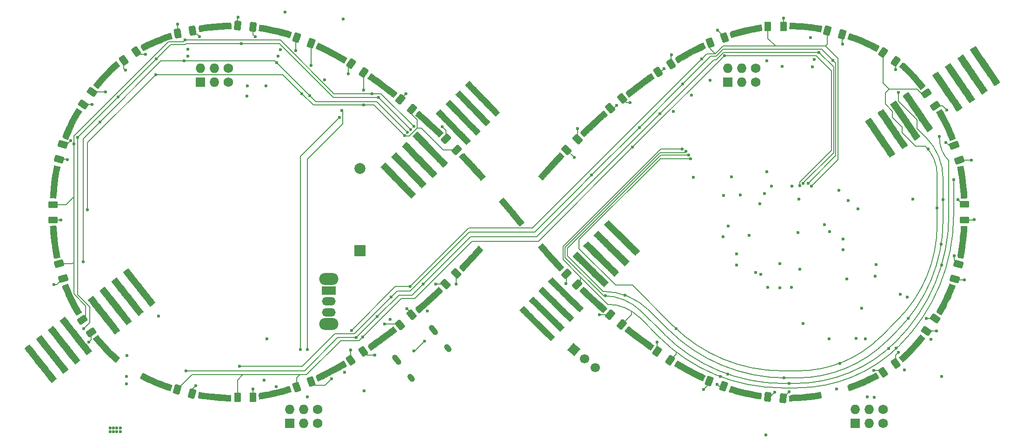
<source format=gbr>
%TF.GenerationSoftware,KiCad,Pcbnew,8.0.1*%
%TF.CreationDate,2024-06-21T13:46:25-04:00*%
%TF.ProjectId,CHV_DC32,4348565f-4443-4333-922e-6b696361645f,rev?*%
%TF.SameCoordinates,Original*%
%TF.FileFunction,Copper,L1,Top*%
%TF.FilePolarity,Positive*%
%FSLAX46Y46*%
G04 Gerber Fmt 4.6, Leading zero omitted, Abs format (unit mm)*
G04 Created by KiCad (PCBNEW 8.0.1) date 2024-06-21 13:46:25*
%MOMM*%
%LPD*%
G01*
G04 APERTURE LIST*
G04 Aperture macros list*
%AMRoundRect*
0 Rectangle with rounded corners*
0 $1 Rounding radius*
0 $2 $3 $4 $5 $6 $7 $8 $9 X,Y pos of 4 corners*
0 Add a 4 corners polygon primitive as box body*
4,1,4,$2,$3,$4,$5,$6,$7,$8,$9,$2,$3,0*
0 Add four circle primitives for the rounded corners*
1,1,$1+$1,$2,$3*
1,1,$1+$1,$4,$5*
1,1,$1+$1,$6,$7*
1,1,$1+$1,$8,$9*
0 Add four rect primitives between the rounded corners*
20,1,$1+$1,$2,$3,$4,$5,0*
20,1,$1+$1,$4,$5,$6,$7,0*
20,1,$1+$1,$6,$7,$8,$9,0*
20,1,$1+$1,$8,$9,$2,$3,0*%
%AMHorizOval*
0 Thick line with rounded ends*
0 $1 width*
0 $2 $3 position (X,Y) of the first rounded end (center of the circle)*
0 $4 $5 position (X,Y) of the second rounded end (center of the circle)*
0 Add line between two ends*
20,1,$1,$2,$3,$4,$5,0*
0 Add two circle primitives to create the rounded ends*
1,1,$1,$2,$3*
1,1,$1,$4,$5*%
%AMRotRect*
0 Rectangle, with rotation*
0 The origin of the aperture is its center*
0 $1 length*
0 $2 width*
0 $3 Rotation angle, in degrees counterclockwise*
0 Add horizontal line*
21,1,$1,$2,0,0,$3*%
G04 Aperture macros list end*
%TA.AperFunction,EtchedComponent*%
%ADD10C,0.010000*%
%TD*%
%TA.AperFunction,SMDPad,CuDef*%
%ADD11RoundRect,0.250000X0.051303X-0.727061X0.665667X-0.296879X-0.051303X0.727061X-0.665667X0.296879X0*%
%TD*%
%TA.AperFunction,SMDPad,CuDef*%
%ADD12RoundRect,0.250000X0.665667X0.296879X0.051303X0.727061X-0.665667X-0.296879X-0.051303X-0.727061X0*%
%TD*%
%TA.AperFunction,SMDPad,CuDef*%
%ADD13RoundRect,0.250000X-0.566147X-0.459050X0.138622X-0.715565X0.566147X0.459050X-0.138622X0.715565X0*%
%TD*%
%TA.AperFunction,SMDPad,CuDef*%
%ADD14RoundRect,0.250000X0.523984X0.506646X-0.200460X0.700761X-0.523984X-0.506646X0.200460X-0.700761X0*%
%TD*%
%TA.AperFunction,SMDPad,CuDef*%
%ADD15RoundRect,0.250000X0.296879X-0.665667X0.727061X-0.051303X-0.296879X0.665667X-0.727061X0.051303X0*%
%TD*%
%TA.AperFunction,SMDPad,CuDef*%
%ADD16RoundRect,0.250000X-0.707107X-0.176777X-0.176777X-0.707107X0.707107X0.176777X0.176777X0.707107X0*%
%TD*%
%TA.AperFunction,SMDPad,CuDef*%
%ADD17RoundRect,0.250000X-0.665667X-0.296879X-0.051303X-0.727061X0.665667X0.296879X0.051303X0.727061X0*%
%TD*%
%TA.AperFunction,SMDPad,CuDef*%
%ADD18RoundRect,0.250000X0.700761X-0.200460X0.506646X0.523984X-0.700761X0.200460X-0.506646X-0.523984X0*%
%TD*%
%TA.AperFunction,SMDPad,CuDef*%
%ADD19RoundRect,0.250000X-0.114476X0.719823X-0.689009X0.237732X0.114476X-0.719823X0.689009X-0.237732X0*%
%TD*%
%TA.AperFunction,SMDPad,CuDef*%
%ADD20RoundRect,0.250000X0.625000X-0.375000X0.625000X0.375000X-0.625000X0.375000X-0.625000X-0.375000X0*%
%TD*%
%TA.AperFunction,SMDPad,CuDef*%
%ADD21RoundRect,0.250000X-0.176777X0.707107X-0.707107X0.176777X0.176777X-0.707107X0.707107X-0.176777X0*%
%TD*%
%TA.AperFunction,SMDPad,CuDef*%
%ADD22RoundRect,0.250000X0.727061X0.051303X0.296879X0.665667X-0.727061X-0.051303X-0.296879X-0.665667X0*%
%TD*%
%TA.AperFunction,ComponentPad*%
%ADD23O,1.727200X1.727200*%
%TD*%
%TA.AperFunction,ComponentPad*%
%ADD24R,1.727200X1.727200*%
%TD*%
%TA.AperFunction,ComponentPad*%
%ADD25C,1.727200*%
%TD*%
%TA.AperFunction,SMDPad,CuDef*%
%ADD26RoundRect,0.250000X-0.260773X-0.680623X0.477833X-0.550387X0.260773X0.680623X-0.477833X0.550387X0*%
%TD*%
%TA.AperFunction,SMDPad,CuDef*%
%ADD27RoundRect,0.250000X0.138622X0.715565X-0.566147X0.459050X-0.138622X-0.715565X0.566147X-0.459050X0*%
%TD*%
%TA.AperFunction,SMDPad,CuDef*%
%ADD28RoundRect,0.250000X-0.051303X0.727061X-0.665667X0.296879X0.051303X-0.727061X0.665667X-0.296879X0*%
%TD*%
%TA.AperFunction,SMDPad,CuDef*%
%ADD29RoundRect,0.250000X-0.013182X0.728750X-0.649218X0.331310X0.013182X-0.728750X0.649218X-0.331310X0*%
%TD*%
%TA.AperFunction,SMDPad,CuDef*%
%ADD30RoundRect,0.250000X0.375000X0.625000X-0.375000X0.625000X-0.375000X-0.625000X0.375000X-0.625000X0*%
%TD*%
%TA.AperFunction,SMDPad,CuDef*%
%ADD31RoundRect,0.250000X0.506646X-0.523984X0.700761X0.200460X-0.506646X0.523984X-0.700761X-0.200460X0*%
%TD*%
%TA.AperFunction,SMDPad,CuDef*%
%ADD32RoundRect,0.250000X0.715565X-0.138622X0.459050X0.566147X-0.715565X0.138622X-0.459050X-0.566147X0*%
%TD*%
%TA.AperFunction,SMDPad,CuDef*%
%ADD33RoundRect,0.250000X-0.428045X-0.589938X0.319101X-0.655305X0.428045X0.589938X-0.319101X0.655305X0*%
%TD*%
%TA.AperFunction,SMDPad,CuDef*%
%ADD34RoundRect,0.250000X-0.689009X-0.237732X-0.114476X-0.719823X0.689009X0.237732X0.114476X0.719823X0*%
%TD*%
%TA.AperFunction,ComponentPad*%
%ADD35RotRect,1.700000X1.700000X230.000000*%
%TD*%
%TA.AperFunction,ComponentPad*%
%ADD36HorizOval,1.700000X0.000000X0.000000X0.000000X0.000000X0*%
%TD*%
%TA.AperFunction,ComponentPad*%
%ADD37R,2.000000X2.000000*%
%TD*%
%TA.AperFunction,ComponentPad*%
%ADD38C,2.000000*%
%TD*%
%TA.AperFunction,ComponentPad*%
%ADD39HorizOval,1.000000X-0.188796X0.233144X0.188796X-0.233144X0*%
%TD*%
%TA.AperFunction,ComponentPad*%
%ADD40HorizOval,1.000000X-0.346126X0.427430X0.346126X-0.427430X0*%
%TD*%
%TA.AperFunction,ComponentPad*%
%ADD41O,3.500000X2.200000*%
%TD*%
%TA.AperFunction,ComponentPad*%
%ADD42R,2.500000X1.500000*%
%TD*%
%TA.AperFunction,ComponentPad*%
%ADD43O,2.500000X1.500000*%
%TD*%
%TA.AperFunction,ViaPad*%
%ADD44C,0.600000*%
%TD*%
%TA.AperFunction,Conductor*%
%ADD45C,0.200000*%
%TD*%
G04 APERTURE END LIST*
D10*
%TO.C,FID1*%
X157300900Y-76342436D02*
X157550792Y-76637474D01*
X157827862Y-76958546D01*
X158128958Y-77302156D01*
X158450927Y-77664804D01*
X158790618Y-78042994D01*
X159144879Y-78433227D01*
X159510557Y-78832006D01*
X159884501Y-79235832D01*
X160263558Y-79641207D01*
X160489793Y-79881243D01*
X160930781Y-80347727D01*
X160606210Y-80660318D01*
X160504521Y-80757751D01*
X160408259Y-80849055D01*
X160323325Y-80928706D01*
X160255619Y-80991178D01*
X160211041Y-81030948D01*
X160204726Y-81036264D01*
X160127813Y-81099618D01*
X159780813Y-80734664D01*
X159306012Y-80232060D01*
X158840147Y-79732505D01*
X158386675Y-79239820D01*
X157949053Y-78757828D01*
X157530739Y-78290353D01*
X157135188Y-77841217D01*
X156765859Y-77414243D01*
X156570521Y-77184758D01*
X156453119Y-77045107D01*
X156361595Y-76934129D01*
X156293719Y-76848844D01*
X156247262Y-76786272D01*
X156219993Y-76743430D01*
X156209681Y-76717338D01*
X156212473Y-76706203D01*
X156235542Y-76686314D01*
X156286282Y-76643313D01*
X156359892Y-76581245D01*
X156451569Y-76504155D01*
X156556511Y-76416090D01*
X156634530Y-76350715D01*
X157030255Y-76019329D01*
X157300900Y-76342436D01*
%TA.AperFunction,EtchedComponent*%
G36*
X157300900Y-76342436D02*
G01*
X157550792Y-76637474D01*
X157827862Y-76958546D01*
X158128958Y-77302156D01*
X158450927Y-77664804D01*
X158790618Y-78042994D01*
X159144879Y-78433227D01*
X159510557Y-78832006D01*
X159884501Y-79235832D01*
X160263558Y-79641207D01*
X160489793Y-79881243D01*
X160930781Y-80347727D01*
X160606210Y-80660318D01*
X160504521Y-80757751D01*
X160408259Y-80849055D01*
X160323325Y-80928706D01*
X160255619Y-80991178D01*
X160211041Y-81030948D01*
X160204726Y-81036264D01*
X160127813Y-81099618D01*
X159780813Y-80734664D01*
X159306012Y-80232060D01*
X158840147Y-79732505D01*
X158386675Y-79239820D01*
X157949053Y-78757828D01*
X157530739Y-78290353D01*
X157135188Y-77841217D01*
X156765859Y-77414243D01*
X156570521Y-77184758D01*
X156453119Y-77045107D01*
X156361595Y-76934129D01*
X156293719Y-76848844D01*
X156247262Y-76786272D01*
X156219993Y-76743430D01*
X156209681Y-76717338D01*
X156212473Y-76706203D01*
X156235542Y-76686314D01*
X156286282Y-76643313D01*
X156359892Y-76581245D01*
X156451569Y-76504155D01*
X156556511Y-76416090D01*
X156634530Y-76350715D01*
X157030255Y-76019329D01*
X157300900Y-76342436D01*
G37*
%TD.AperFunction*%
X130429717Y-59526376D02*
X130454679Y-59551896D01*
X130507583Y-59606213D01*
X130586889Y-59687740D01*
X130691057Y-59794892D01*
X130818548Y-59926085D01*
X130967822Y-60079734D01*
X131137341Y-60254252D01*
X131325564Y-60448056D01*
X131530952Y-60659560D01*
X131751967Y-60887178D01*
X131987068Y-61129326D01*
X132234715Y-61384419D01*
X132493371Y-61650871D01*
X132761494Y-61927098D01*
X133037547Y-62211514D01*
X133199170Y-62378044D01*
X135869713Y-65129710D01*
X135462822Y-65526585D01*
X135354168Y-65631686D01*
X135254699Y-65726230D01*
X135168597Y-65806376D01*
X135100042Y-65868284D01*
X135053216Y-65908114D01*
X135032300Y-65922025D01*
X135032285Y-65922024D01*
X135015342Y-65906922D01*
X134970398Y-65862908D01*
X134898910Y-65791472D01*
X134802337Y-65694104D01*
X134682137Y-65572293D01*
X134539767Y-65427530D01*
X134376685Y-65261304D01*
X134194350Y-65075104D01*
X133994219Y-64870422D01*
X133777750Y-64648747D01*
X133546401Y-64411568D01*
X133301630Y-64160376D01*
X133044895Y-63896660D01*
X132777654Y-63621910D01*
X132501364Y-63337617D01*
X132251584Y-63080399D01*
X129494529Y-60240210D01*
X129912668Y-59833293D01*
X130330806Y-59426375D01*
X130429717Y-59526376D01*
%TA.AperFunction,EtchedComponent*%
G36*
X130429717Y-59526376D02*
G01*
X130454679Y-59551896D01*
X130507583Y-59606213D01*
X130586889Y-59687740D01*
X130691057Y-59794892D01*
X130818548Y-59926085D01*
X130967822Y-60079734D01*
X131137341Y-60254252D01*
X131325564Y-60448056D01*
X131530952Y-60659560D01*
X131751967Y-60887178D01*
X131987068Y-61129326D01*
X132234715Y-61384419D01*
X132493371Y-61650871D01*
X132761494Y-61927098D01*
X133037547Y-62211514D01*
X133199170Y-62378044D01*
X135869713Y-65129710D01*
X135462822Y-65526585D01*
X135354168Y-65631686D01*
X135254699Y-65726230D01*
X135168597Y-65806376D01*
X135100042Y-65868284D01*
X135053216Y-65908114D01*
X135032300Y-65922025D01*
X135032285Y-65922024D01*
X135015342Y-65906922D01*
X134970398Y-65862908D01*
X134898910Y-65791472D01*
X134802337Y-65694104D01*
X134682137Y-65572293D01*
X134539767Y-65427530D01*
X134376685Y-65261304D01*
X134194350Y-65075104D01*
X133994219Y-64870422D01*
X133777750Y-64648747D01*
X133546401Y-64411568D01*
X133301630Y-64160376D01*
X133044895Y-63896660D01*
X132777654Y-63621910D01*
X132501364Y-63337617D01*
X132251584Y-63080399D01*
X129494529Y-60240210D01*
X129912668Y-59833293D01*
X130330806Y-59426375D01*
X130429717Y-59526376D01*
G37*
%TD.AperFunction*%
X94557032Y-103157857D02*
X94634373Y-103167520D01*
X94712598Y-103179898D01*
X95755363Y-103342514D01*
X96807810Y-103473733D01*
X97875513Y-103574101D01*
X98964042Y-103644164D01*
X99782015Y-103676697D01*
X100263556Y-103691006D01*
X100263447Y-104031858D01*
X100262485Y-104168540D01*
X100259921Y-104309888D01*
X100256107Y-104441819D01*
X100251400Y-104550255D01*
X100249671Y-104579085D01*
X100236005Y-104785460D01*
X100085739Y-104780965D01*
X99998022Y-104778501D01*
X99885709Y-104775572D01*
X99766526Y-104772632D01*
X99702640Y-104771134D01*
X99036098Y-104748132D01*
X98342478Y-104709579D01*
X97633640Y-104656539D01*
X96921443Y-104590074D01*
X96217747Y-104511246D01*
X95534412Y-104421119D01*
X95141223Y-104362391D01*
X94933892Y-104329909D01*
X94764547Y-104303126D01*
X94629346Y-104281230D01*
X94524445Y-104263408D01*
X94446001Y-104248847D01*
X94390172Y-104236735D01*
X94353113Y-104226257D01*
X94330983Y-104216602D01*
X94319938Y-104206956D01*
X94316134Y-104196507D01*
X94315723Y-104187777D01*
X94319251Y-104155879D01*
X94329145Y-104088744D01*
X94344368Y-103992816D01*
X94363885Y-103874540D01*
X94386661Y-103740360D01*
X94400390Y-103661033D01*
X94424410Y-103522481D01*
X94445783Y-103397839D01*
X94463490Y-103293166D01*
X94476511Y-103214519D01*
X94483828Y-103167953D01*
X94485056Y-103157994D01*
X94504454Y-103154411D01*
X94557032Y-103157857D01*
%TA.AperFunction,EtchedComponent*%
G36*
X94557032Y-103157857D02*
G01*
X94634373Y-103167520D01*
X94712598Y-103179898D01*
X95755363Y-103342514D01*
X96807810Y-103473733D01*
X97875513Y-103574101D01*
X98964042Y-103644164D01*
X99782015Y-103676697D01*
X100263556Y-103691006D01*
X100263447Y-104031858D01*
X100262485Y-104168540D01*
X100259921Y-104309888D01*
X100256107Y-104441819D01*
X100251400Y-104550255D01*
X100249671Y-104579085D01*
X100236005Y-104785460D01*
X100085739Y-104780965D01*
X99998022Y-104778501D01*
X99885709Y-104775572D01*
X99766526Y-104772632D01*
X99702640Y-104771134D01*
X99036098Y-104748132D01*
X98342478Y-104709579D01*
X97633640Y-104656539D01*
X96921443Y-104590074D01*
X96217747Y-104511246D01*
X95534412Y-104421119D01*
X95141223Y-104362391D01*
X94933892Y-104329909D01*
X94764547Y-104303126D01*
X94629346Y-104281230D01*
X94524445Y-104263408D01*
X94446001Y-104248847D01*
X94390172Y-104236735D01*
X94353113Y-104226257D01*
X94330983Y-104216602D01*
X94319938Y-104206956D01*
X94316134Y-104196507D01*
X94315723Y-104187777D01*
X94319251Y-104155879D01*
X94329145Y-104088744D01*
X94344368Y-103992816D01*
X94363885Y-103874540D01*
X94386661Y-103740360D01*
X94400390Y-103661033D01*
X94424410Y-103522481D01*
X94445783Y-103397839D01*
X94463490Y-103293166D01*
X94476511Y-103214519D01*
X94483828Y-103167953D01*
X94485056Y-103157994D01*
X94504454Y-103154411D01*
X94557032Y-103157857D01*
G37*
%TD.AperFunction*%
X191361568Y-102065199D02*
X191422281Y-102079695D01*
X191511098Y-102103680D01*
X191621901Y-102135474D01*
X191748575Y-102173397D01*
X191811950Y-102192889D01*
X192803954Y-102483729D01*
X193808463Y-102745190D01*
X194816484Y-102975173D01*
X195819022Y-103171577D01*
X196476147Y-103282232D01*
X196604723Y-103302782D01*
X196718421Y-103321618D01*
X196810840Y-103337624D01*
X196875574Y-103349685D01*
X196906221Y-103356685D01*
X196907730Y-103357412D01*
X196908219Y-103379306D01*
X196902344Y-103438279D01*
X196889990Y-103535167D01*
X196871042Y-103670805D01*
X196845384Y-103846028D01*
X196812902Y-104061670D01*
X196790418Y-104208669D01*
X196757078Y-104425627D01*
X196690942Y-104422744D01*
X196623925Y-104417677D01*
X196571890Y-104411150D01*
X196536816Y-104405377D01*
X196466371Y-104393784D01*
X196366956Y-104377423D01*
X196244972Y-104357349D01*
X196106819Y-104334614D01*
X196000390Y-104317100D01*
X195369324Y-104205709D01*
X194715625Y-104076031D01*
X194049503Y-103930528D01*
X193381170Y-103771661D01*
X192720835Y-103601893D01*
X192078710Y-103423685D01*
X191465005Y-103239500D01*
X191256185Y-103173232D01*
X190988731Y-103087056D01*
X191036062Y-102936133D01*
X191106861Y-102711381D01*
X191166411Y-102524666D01*
X191215577Y-102373461D01*
X191255221Y-102255239D01*
X191286209Y-102167476D01*
X191309404Y-102107643D01*
X191325671Y-102073215D01*
X191335074Y-102061872D01*
X191361568Y-102065199D01*
%TA.AperFunction,EtchedComponent*%
G36*
X191361568Y-102065199D02*
G01*
X191422281Y-102079695D01*
X191511098Y-102103680D01*
X191621901Y-102135474D01*
X191748575Y-102173397D01*
X191811950Y-102192889D01*
X192803954Y-102483729D01*
X193808463Y-102745190D01*
X194816484Y-102975173D01*
X195819022Y-103171577D01*
X196476147Y-103282232D01*
X196604723Y-103302782D01*
X196718421Y-103321618D01*
X196810840Y-103337624D01*
X196875574Y-103349685D01*
X196906221Y-103356685D01*
X196907730Y-103357412D01*
X196908219Y-103379306D01*
X196902344Y-103438279D01*
X196889990Y-103535167D01*
X196871042Y-103670805D01*
X196845384Y-103846028D01*
X196812902Y-104061670D01*
X196790418Y-104208669D01*
X196757078Y-104425627D01*
X196690942Y-104422744D01*
X196623925Y-104417677D01*
X196571890Y-104411150D01*
X196536816Y-104405377D01*
X196466371Y-104393784D01*
X196366956Y-104377423D01*
X196244972Y-104357349D01*
X196106819Y-104334614D01*
X196000390Y-104317100D01*
X195369324Y-104205709D01*
X194715625Y-104076031D01*
X194049503Y-103930528D01*
X193381170Y-103771661D01*
X192720835Y-103601893D01*
X192078710Y-103423685D01*
X191465005Y-103239500D01*
X191256185Y-103173232D01*
X190988731Y-103087056D01*
X191036062Y-102936133D01*
X191106861Y-102711381D01*
X191166411Y-102524666D01*
X191215577Y-102373461D01*
X191255221Y-102255239D01*
X191286209Y-102167476D01*
X191309404Y-102107643D01*
X191325671Y-102073215D01*
X191335074Y-102061872D01*
X191361568Y-102065199D01*
G37*
%TD.AperFunction*%
X100311921Y-36355015D02*
X100315169Y-36501194D01*
X100317619Y-36632736D01*
X100319204Y-36743929D01*
X100319856Y-36829062D01*
X100319508Y-36882422D01*
X100318381Y-36898524D01*
X100296465Y-36900697D01*
X100237310Y-36903873D01*
X100145995Y-36907851D01*
X100027598Y-36912430D01*
X99887198Y-36917408D01*
X99729871Y-36922586D01*
X99636905Y-36925479D01*
X98577862Y-36972781D01*
X97532635Y-37049480D01*
X96506397Y-37155081D01*
X95504325Y-37289087D01*
X94989808Y-37370619D01*
X94867217Y-37390825D01*
X94757692Y-37408311D01*
X94668645Y-37421938D01*
X94607486Y-37430568D01*
X94582753Y-37433127D01*
X94552458Y-37415160D01*
X94538185Y-37385502D01*
X94529139Y-37341064D01*
X94515390Y-37266359D01*
X94498309Y-37169574D01*
X94479267Y-37058893D01*
X94459633Y-36942502D01*
X94440779Y-36828587D01*
X94424076Y-36725333D01*
X94410893Y-36640925D01*
X94402602Y-36583549D01*
X94400412Y-36562707D01*
X94418628Y-36534550D01*
X94475235Y-36516462D01*
X94482250Y-36515281D01*
X94564111Y-36502191D01*
X94548683Y-36417821D01*
X94541847Y-36361062D01*
X94550305Y-36332822D01*
X94567364Y-36323478D01*
X94597356Y-36317536D01*
X94662843Y-36306317D01*
X94757460Y-36290852D01*
X94874842Y-36272174D01*
X95008623Y-36251313D01*
X95088306Y-36239066D01*
X96157622Y-36090328D01*
X97204481Y-35974507D01*
X98227787Y-35891701D01*
X99226443Y-35842009D01*
X99630445Y-35831192D01*
X100299084Y-35817884D01*
X100311921Y-36355015D01*
%TA.AperFunction,EtchedComponent*%
G36*
X100311921Y-36355015D02*
G01*
X100315169Y-36501194D01*
X100317619Y-36632736D01*
X100319204Y-36743929D01*
X100319856Y-36829062D01*
X100319508Y-36882422D01*
X100318381Y-36898524D01*
X100296465Y-36900697D01*
X100237310Y-36903873D01*
X100145995Y-36907851D01*
X100027598Y-36912430D01*
X99887198Y-36917408D01*
X99729871Y-36922586D01*
X99636905Y-36925479D01*
X98577862Y-36972781D01*
X97532635Y-37049480D01*
X96506397Y-37155081D01*
X95504325Y-37289087D01*
X94989808Y-37370619D01*
X94867217Y-37390825D01*
X94757692Y-37408311D01*
X94668645Y-37421938D01*
X94607486Y-37430568D01*
X94582753Y-37433127D01*
X94552458Y-37415160D01*
X94538185Y-37385502D01*
X94529139Y-37341064D01*
X94515390Y-37266359D01*
X94498309Y-37169574D01*
X94479267Y-37058893D01*
X94459633Y-36942502D01*
X94440779Y-36828587D01*
X94424076Y-36725333D01*
X94410893Y-36640925D01*
X94402602Y-36583549D01*
X94400412Y-36562707D01*
X94418628Y-36534550D01*
X94475235Y-36516462D01*
X94482250Y-36515281D01*
X94564111Y-36502191D01*
X94548683Y-36417821D01*
X94541847Y-36361062D01*
X94550305Y-36332822D01*
X94567364Y-36323478D01*
X94597356Y-36317536D01*
X94662843Y-36306317D01*
X94757460Y-36290852D01*
X94874842Y-36272174D01*
X95008623Y-36251313D01*
X95088306Y-36239066D01*
X96157622Y-36090328D01*
X97204481Y-35974507D01*
X98227787Y-35891701D01*
X99226443Y-35842009D01*
X99630445Y-35831192D01*
X100299084Y-35817884D01*
X100311921Y-36355015D01*
G37*
%TD.AperFunction*%
X138452834Y-84319438D02*
X138550320Y-84421373D01*
X138641670Y-84517872D01*
X138721380Y-84603045D01*
X138783945Y-84671000D01*
X138823858Y-84715844D01*
X138829399Y-84722445D01*
X138892626Y-84799513D01*
X138294716Y-85359341D01*
X137851153Y-85772939D01*
X137407649Y-86183147D01*
X136971562Y-86583214D01*
X136550249Y-86966390D01*
X136151640Y-87325413D01*
X135996488Y-87464090D01*
X135834909Y-87607957D01*
X135669983Y-87754311D01*
X135504794Y-87900453D01*
X135342422Y-88043682D01*
X135185951Y-88181299D01*
X135038461Y-88310603D01*
X134903034Y-88428893D01*
X134782754Y-88533470D01*
X134680701Y-88621632D01*
X134599957Y-88690681D01*
X134543604Y-88737914D01*
X134514725Y-88760633D01*
X134511694Y-88762294D01*
X134494741Y-88747015D01*
X134454529Y-88704347D01*
X134395353Y-88639044D01*
X134321505Y-88555857D01*
X134237277Y-88459539D01*
X134214211Y-88432936D01*
X134128007Y-88332804D01*
X134051591Y-88243019D01*
X133989214Y-88168659D01*
X133945124Y-88114801D01*
X133923572Y-88086523D01*
X133922214Y-88084076D01*
X133932095Y-88058832D01*
X133965344Y-88021769D01*
X133973430Y-88014563D01*
X134031571Y-87964551D01*
X133922791Y-87820377D01*
X134328132Y-87467666D01*
X134680686Y-87158883D01*
X135057192Y-86825394D01*
X135451776Y-86472535D01*
X135858563Y-86105641D01*
X136271678Y-85730046D01*
X136685245Y-85351086D01*
X137093392Y-84974095D01*
X137490241Y-84604410D01*
X137759401Y-84351672D01*
X138139495Y-83993498D01*
X138452834Y-84319438D01*
%TA.AperFunction,EtchedComponent*%
G36*
X138452834Y-84319438D02*
G01*
X138550320Y-84421373D01*
X138641670Y-84517872D01*
X138721380Y-84603045D01*
X138783945Y-84671000D01*
X138823858Y-84715844D01*
X138829399Y-84722445D01*
X138892626Y-84799513D01*
X138294716Y-85359341D01*
X137851153Y-85772939D01*
X137407649Y-86183147D01*
X136971562Y-86583214D01*
X136550249Y-86966390D01*
X136151640Y-87325413D01*
X135996488Y-87464090D01*
X135834909Y-87607957D01*
X135669983Y-87754311D01*
X135504794Y-87900453D01*
X135342422Y-88043682D01*
X135185951Y-88181299D01*
X135038461Y-88310603D01*
X134903034Y-88428893D01*
X134782754Y-88533470D01*
X134680701Y-88621632D01*
X134599957Y-88690681D01*
X134543604Y-88737914D01*
X134514725Y-88760633D01*
X134511694Y-88762294D01*
X134494741Y-88747015D01*
X134454529Y-88704347D01*
X134395353Y-88639044D01*
X134321505Y-88555857D01*
X134237277Y-88459539D01*
X134214211Y-88432936D01*
X134128007Y-88332804D01*
X134051591Y-88243019D01*
X133989214Y-88168659D01*
X133945124Y-88114801D01*
X133923572Y-88086523D01*
X133922214Y-88084076D01*
X133932095Y-88058832D01*
X133965344Y-88021769D01*
X133973430Y-88014563D01*
X134031571Y-87964551D01*
X133922791Y-87820377D01*
X134328132Y-87467666D01*
X134680686Y-87158883D01*
X135057192Y-86825394D01*
X135451776Y-86472535D01*
X135858563Y-86105641D01*
X136271678Y-85730046D01*
X136685245Y-85351086D01*
X137093392Y-84974095D01*
X137490241Y-84604410D01*
X137759401Y-84351672D01*
X138139495Y-83993498D01*
X138452834Y-84319438D01*
G37*
%TD.AperFunction*%
X143773892Y-46496587D02*
X143795619Y-46518877D01*
X143845322Y-46569991D01*
X143921494Y-46648377D01*
X144022626Y-46752482D01*
X144147211Y-46880753D01*
X144293741Y-47031637D01*
X144460707Y-47203581D01*
X144646604Y-47395033D01*
X144849921Y-47604439D01*
X145069153Y-47830247D01*
X145302790Y-48070903D01*
X145549325Y-48324855D01*
X145807251Y-48590550D01*
X146075059Y-48866435D01*
X146351241Y-49150956D01*
X146544407Y-49349960D01*
X149246134Y-52133377D01*
X148868970Y-52498140D01*
X148764766Y-52598455D01*
X148670576Y-52688249D01*
X148590653Y-52763537D01*
X148529252Y-52820335D01*
X148490629Y-52854658D01*
X148479075Y-52863265D01*
X148463239Y-52848364D01*
X148419396Y-52804591D01*
X148349022Y-52733457D01*
X148253591Y-52636471D01*
X148134576Y-52515143D01*
X147993451Y-52370984D01*
X147831691Y-52205505D01*
X147650770Y-52020214D01*
X147452161Y-51816622D01*
X147237340Y-51596240D01*
X147007778Y-51360576D01*
X146764952Y-51111143D01*
X146510335Y-50849449D01*
X146245401Y-50577004D01*
X145971623Y-50295320D01*
X145790909Y-50109308D01*
X145510865Y-49820955D01*
X145238021Y-49539912D01*
X144973904Y-49267758D01*
X144720044Y-49006072D01*
X144477969Y-48756434D01*
X144249209Y-48520422D01*
X144035292Y-48299617D01*
X143837748Y-48095598D01*
X143658105Y-47909943D01*
X143497892Y-47744233D01*
X143358638Y-47600046D01*
X143241872Y-47478962D01*
X143149124Y-47382561D01*
X143081921Y-47312421D01*
X143041792Y-47270121D01*
X143031422Y-47258848D01*
X142947371Y-47162707D01*
X143705105Y-46426631D01*
X143773892Y-46496587D01*
%TA.AperFunction,EtchedComponent*%
G36*
X143773892Y-46496587D02*
G01*
X143795619Y-46518877D01*
X143845322Y-46569991D01*
X143921494Y-46648377D01*
X144022626Y-46752482D01*
X144147211Y-46880753D01*
X144293741Y-47031637D01*
X144460707Y-47203581D01*
X144646604Y-47395033D01*
X144849921Y-47604439D01*
X145069153Y-47830247D01*
X145302790Y-48070903D01*
X145549325Y-48324855D01*
X145807251Y-48590550D01*
X146075059Y-48866435D01*
X146351241Y-49150956D01*
X146544407Y-49349960D01*
X149246134Y-52133377D01*
X148868970Y-52498140D01*
X148764766Y-52598455D01*
X148670576Y-52688249D01*
X148590653Y-52763537D01*
X148529252Y-52820335D01*
X148490629Y-52854658D01*
X148479075Y-52863265D01*
X148463239Y-52848364D01*
X148419396Y-52804591D01*
X148349022Y-52733457D01*
X148253591Y-52636471D01*
X148134576Y-52515143D01*
X147993451Y-52370984D01*
X147831691Y-52205505D01*
X147650770Y-52020214D01*
X147452161Y-51816622D01*
X147237340Y-51596240D01*
X147007778Y-51360576D01*
X146764952Y-51111143D01*
X146510335Y-50849449D01*
X146245401Y-50577004D01*
X145971623Y-50295320D01*
X145790909Y-50109308D01*
X145510865Y-49820955D01*
X145238021Y-49539912D01*
X144973904Y-49267758D01*
X144720044Y-49006072D01*
X144477969Y-48756434D01*
X144249209Y-48520422D01*
X144035292Y-48299617D01*
X143837748Y-48095598D01*
X143658105Y-47909943D01*
X143497892Y-47744233D01*
X143358638Y-47600046D01*
X143241872Y-47478962D01*
X143149124Y-47382561D01*
X143081921Y-47312421D01*
X143041792Y-47270121D01*
X143031422Y-47258848D01*
X142947371Y-47162707D01*
X143705105Y-46426631D01*
X143773892Y-46496587D01*
G37*
%TD.AperFunction*%
X172715267Y-91182378D02*
X172739295Y-91201725D01*
X172792620Y-91244006D01*
X172871214Y-91306049D01*
X172971049Y-91384681D01*
X173088098Y-91476728D01*
X173218333Y-91579019D01*
X173341473Y-91675635D01*
X174236761Y-92369774D01*
X175115000Y-93034436D01*
X175983271Y-93674928D01*
X176690721Y-94184346D01*
X176834675Y-94286876D01*
X176967500Y-94381493D01*
X177085311Y-94465427D01*
X177184227Y-94535913D01*
X177260363Y-94590183D01*
X177309836Y-94625469D01*
X177328764Y-94639006D01*
X177328794Y-94639028D01*
X177319695Y-94657225D01*
X177289715Y-94704179D01*
X177242764Y-94774335D01*
X177182750Y-94862133D01*
X177113584Y-94962018D01*
X177039176Y-95068432D01*
X176963434Y-95175818D01*
X176890269Y-95278619D01*
X176823590Y-95371277D01*
X176767307Y-95448235D01*
X176725330Y-95503937D01*
X176701567Y-95532824D01*
X176698011Y-95535627D01*
X176678208Y-95523766D01*
X176628132Y-95490100D01*
X176551904Y-95437503D01*
X176453644Y-95368850D01*
X176337474Y-95287016D01*
X176207515Y-95194876D01*
X176113748Y-95128071D01*
X175254671Y-94507956D01*
X174417875Y-93889639D01*
X173589271Y-93262534D01*
X172754770Y-92616059D01*
X172435787Y-92365174D01*
X171995767Y-92017717D01*
X172066691Y-91929880D01*
X172101709Y-91886165D01*
X172157646Y-91815922D01*
X172229185Y-91725847D01*
X172311009Y-91622637D01*
X172397800Y-91512987D01*
X172409671Y-91497975D01*
X172501888Y-91382035D01*
X172571989Y-91295995D01*
X172623581Y-91236129D01*
X172660272Y-91198713D01*
X172685667Y-91180023D01*
X172703372Y-91176334D01*
X172715267Y-91182378D01*
%TA.AperFunction,EtchedComponent*%
G36*
X172715267Y-91182378D02*
G01*
X172739295Y-91201725D01*
X172792620Y-91244006D01*
X172871214Y-91306049D01*
X172971049Y-91384681D01*
X173088098Y-91476728D01*
X173218333Y-91579019D01*
X173341473Y-91675635D01*
X174236761Y-92369774D01*
X175115000Y-93034436D01*
X175983271Y-93674928D01*
X176690721Y-94184346D01*
X176834675Y-94286876D01*
X176967500Y-94381493D01*
X177085311Y-94465427D01*
X177184227Y-94535913D01*
X177260363Y-94590183D01*
X177309836Y-94625469D01*
X177328764Y-94639006D01*
X177328794Y-94639028D01*
X177319695Y-94657225D01*
X177289715Y-94704179D01*
X177242764Y-94774335D01*
X177182750Y-94862133D01*
X177113584Y-94962018D01*
X177039176Y-95068432D01*
X176963434Y-95175818D01*
X176890269Y-95278619D01*
X176823590Y-95371277D01*
X176767307Y-95448235D01*
X176725330Y-95503937D01*
X176701567Y-95532824D01*
X176698011Y-95535627D01*
X176678208Y-95523766D01*
X176628132Y-95490100D01*
X176551904Y-95437503D01*
X176453644Y-95368850D01*
X176337474Y-95287016D01*
X176207515Y-95194876D01*
X176113748Y-95128071D01*
X175254671Y-94507956D01*
X174417875Y-93889639D01*
X173589271Y-93262534D01*
X172754770Y-92616059D01*
X172435787Y-92365174D01*
X171995767Y-92017717D01*
X172066691Y-91929880D01*
X172101709Y-91886165D01*
X172157646Y-91815922D01*
X172229185Y-91725847D01*
X172311009Y-91622637D01*
X172397800Y-91512987D01*
X172409671Y-91497975D01*
X172501888Y-91382035D01*
X172571989Y-91295995D01*
X172623581Y-91236129D01*
X172660272Y-91198713D01*
X172685667Y-91180023D01*
X172703372Y-91176334D01*
X172715267Y-91182378D01*
G37*
%TD.AperFunction*%
X68496477Y-73352960D02*
X68573759Y-74346032D01*
X68672406Y-75322264D01*
X68791756Y-76276331D01*
X68931144Y-77202904D01*
X69084074Y-78066224D01*
X69109371Y-78199954D01*
X69131706Y-78320617D01*
X69149906Y-78421672D01*
X69162802Y-78496576D01*
X69169222Y-78538788D01*
X69169723Y-78544680D01*
X69158329Y-78557198D01*
X69121872Y-78572367D01*
X69056942Y-78591077D01*
X68960128Y-78614220D01*
X68828020Y-78642687D01*
X68677598Y-78673302D01*
X68536571Y-78701126D01*
X68407576Y-78725895D01*
X68297010Y-78746437D01*
X68211269Y-78761578D01*
X68156751Y-78770143D01*
X68141643Y-78771638D01*
X68126951Y-78768841D01*
X68113994Y-78757126D01*
X68101366Y-78731497D01*
X68087660Y-78686958D01*
X68071471Y-78618512D01*
X68051394Y-78521163D01*
X68026023Y-78389914D01*
X68009153Y-78300669D01*
X67850665Y-77405630D01*
X67715426Y-76524943D01*
X67601455Y-75643822D01*
X67506772Y-74747480D01*
X67456954Y-74178460D01*
X67441490Y-73983220D01*
X67426855Y-73790142D01*
X67413344Y-73603853D01*
X67401253Y-73428983D01*
X67390878Y-73270159D01*
X67382515Y-73132010D01*
X67376459Y-73019163D01*
X67373006Y-72936246D01*
X67372452Y-72887887D01*
X67373789Y-72877177D01*
X67396159Y-72873980D01*
X67454502Y-72869130D01*
X67542508Y-72863053D01*
X67653868Y-72856176D01*
X67782272Y-72848925D01*
X67825640Y-72846611D01*
X67965170Y-72839270D01*
X68096285Y-72832372D01*
X68210924Y-72826341D01*
X68301023Y-72821602D01*
X68358520Y-72818578D01*
X68365390Y-72818217D01*
X68460640Y-72813210D01*
X68496477Y-73352960D01*
%TA.AperFunction,EtchedComponent*%
G36*
X68496477Y-73352960D02*
G01*
X68573759Y-74346032D01*
X68672406Y-75322264D01*
X68791756Y-76276331D01*
X68931144Y-77202904D01*
X69084074Y-78066224D01*
X69109371Y-78199954D01*
X69131706Y-78320617D01*
X69149906Y-78421672D01*
X69162802Y-78496576D01*
X69169222Y-78538788D01*
X69169723Y-78544680D01*
X69158329Y-78557198D01*
X69121872Y-78572367D01*
X69056942Y-78591077D01*
X68960128Y-78614220D01*
X68828020Y-78642687D01*
X68677598Y-78673302D01*
X68536571Y-78701126D01*
X68407576Y-78725895D01*
X68297010Y-78746437D01*
X68211269Y-78761578D01*
X68156751Y-78770143D01*
X68141643Y-78771638D01*
X68126951Y-78768841D01*
X68113994Y-78757126D01*
X68101366Y-78731497D01*
X68087660Y-78686958D01*
X68071471Y-78618512D01*
X68051394Y-78521163D01*
X68026023Y-78389914D01*
X68009153Y-78300669D01*
X67850665Y-77405630D01*
X67715426Y-76524943D01*
X67601455Y-75643822D01*
X67506772Y-74747480D01*
X67456954Y-74178460D01*
X67441490Y-73983220D01*
X67426855Y-73790142D01*
X67413344Y-73603853D01*
X67401253Y-73428983D01*
X67390878Y-73270159D01*
X67382515Y-73132010D01*
X67376459Y-73019163D01*
X67373006Y-72936246D01*
X67372452Y-72887887D01*
X67373789Y-72877177D01*
X67396159Y-72873980D01*
X67454502Y-72869130D01*
X67542508Y-72863053D01*
X67653868Y-72856176D01*
X67782272Y-72848925D01*
X67825640Y-72846611D01*
X67965170Y-72839270D01*
X68096285Y-72832372D01*
X68210924Y-72826341D01*
X68301023Y-72821602D01*
X68358520Y-72818578D01*
X68365390Y-72818217D01*
X68460640Y-72813210D01*
X68496477Y-73352960D01*
G37*
%TD.AperFunction*%
X155338474Y-85771237D02*
X155383861Y-85813882D01*
X155455693Y-85882781D01*
X155552168Y-85976155D01*
X155671482Y-86092224D01*
X155811833Y-86229208D01*
X155971419Y-86385326D01*
X156148438Y-86558800D01*
X156341086Y-86747850D01*
X156547561Y-86950695D01*
X156766061Y-87165556D01*
X156994783Y-87390652D01*
X157231924Y-87624205D01*
X157475682Y-87864434D01*
X157724254Y-88109559D01*
X157975838Y-88357801D01*
X158228632Y-88607379D01*
X158480832Y-88856514D01*
X158730636Y-89103426D01*
X158976241Y-89346335D01*
X159215846Y-89583462D01*
X159447647Y-89813026D01*
X159669842Y-90033247D01*
X159880628Y-90242347D01*
X160078203Y-90438544D01*
X160260764Y-90620059D01*
X160426509Y-90785112D01*
X160573635Y-90931924D01*
X160700340Y-91058714D01*
X160804820Y-91163703D01*
X160885274Y-91245111D01*
X160939899Y-91301158D01*
X160966892Y-91330064D01*
X160969556Y-91333687D01*
X160955163Y-91354160D01*
X160914717Y-91400005D01*
X160852319Y-91466878D01*
X160772069Y-91550437D01*
X160678069Y-91646340D01*
X160604258Y-91720515D01*
X160238960Y-92085365D01*
X158217716Y-90092437D01*
X157955521Y-89833893D01*
X157690231Y-89572260D01*
X157424655Y-89310306D01*
X157161600Y-89050803D01*
X156903872Y-88796522D01*
X156654280Y-88550233D01*
X156415631Y-88314706D01*
X156190733Y-88092713D01*
X155982392Y-87887023D01*
X155793416Y-87700409D01*
X155626613Y-87535639D01*
X155484789Y-87395485D01*
X155386879Y-87298671D01*
X154577285Y-86497834D01*
X154939865Y-86127230D01*
X155040955Y-86024659D01*
X155132732Y-85932979D01*
X155210946Y-85856317D01*
X155271350Y-85798800D01*
X155309693Y-85764557D01*
X155321335Y-85756627D01*
X155338474Y-85771237D01*
%TA.AperFunction,EtchedComponent*%
G36*
X155338474Y-85771237D02*
G01*
X155383861Y-85813882D01*
X155455693Y-85882781D01*
X155552168Y-85976155D01*
X155671482Y-86092224D01*
X155811833Y-86229208D01*
X155971419Y-86385326D01*
X156148438Y-86558800D01*
X156341086Y-86747850D01*
X156547561Y-86950695D01*
X156766061Y-87165556D01*
X156994783Y-87390652D01*
X157231924Y-87624205D01*
X157475682Y-87864434D01*
X157724254Y-88109559D01*
X157975838Y-88357801D01*
X158228632Y-88607379D01*
X158480832Y-88856514D01*
X158730636Y-89103426D01*
X158976241Y-89346335D01*
X159215846Y-89583462D01*
X159447647Y-89813026D01*
X159669842Y-90033247D01*
X159880628Y-90242347D01*
X160078203Y-90438544D01*
X160260764Y-90620059D01*
X160426509Y-90785112D01*
X160573635Y-90931924D01*
X160700340Y-91058714D01*
X160804820Y-91163703D01*
X160885274Y-91245111D01*
X160939899Y-91301158D01*
X160966892Y-91330064D01*
X160969556Y-91333687D01*
X160955163Y-91354160D01*
X160914717Y-91400005D01*
X160852319Y-91466878D01*
X160772069Y-91550437D01*
X160678069Y-91646340D01*
X160604258Y-91720515D01*
X160238960Y-92085365D01*
X158217716Y-90092437D01*
X157955521Y-89833893D01*
X157690231Y-89572260D01*
X157424655Y-89310306D01*
X157161600Y-89050803D01*
X156903872Y-88796522D01*
X156654280Y-88550233D01*
X156415631Y-88314706D01*
X156190733Y-88092713D01*
X155982392Y-87887023D01*
X155793416Y-87700409D01*
X155626613Y-87535639D01*
X155484789Y-87395485D01*
X155386879Y-87298671D01*
X154577285Y-86497834D01*
X154939865Y-86127230D01*
X155040955Y-86024659D01*
X155132732Y-85932979D01*
X155210946Y-85856317D01*
X155271350Y-85798800D01*
X155309693Y-85764557D01*
X155321335Y-85756627D01*
X155338474Y-85771237D01*
G37*
%TD.AperFunction*%
X167541806Y-77916252D02*
X167812463Y-78183181D01*
X168081341Y-78448443D01*
X168346245Y-78709868D01*
X168604980Y-78965289D01*
X168855351Y-79212534D01*
X169095163Y-79449435D01*
X169322222Y-79673822D01*
X169534332Y-79883525D01*
X169729300Y-80076376D01*
X169904929Y-80250205D01*
X170059026Y-80402842D01*
X170189395Y-80532119D01*
X170293842Y-80635865D01*
X170365658Y-80707405D01*
X170903510Y-81244433D01*
X170514177Y-81648447D01*
X170409570Y-81756153D01*
X170313904Y-81853043D01*
X170231256Y-81935117D01*
X170165703Y-81998375D01*
X170121323Y-82038816D01*
X170102398Y-82052460D01*
X170085255Y-82037827D01*
X170039486Y-81994901D01*
X169966582Y-81925140D01*
X169868034Y-81830002D01*
X169745331Y-81710944D01*
X169599964Y-81569425D01*
X169433423Y-81406904D01*
X169247199Y-81224838D01*
X169042782Y-81024685D01*
X168821662Y-80807903D01*
X168585331Y-80575951D01*
X168335277Y-80330286D01*
X168072992Y-80072367D01*
X167799966Y-79803652D01*
X167517689Y-79525598D01*
X167265712Y-79277200D01*
X166976710Y-78992157D01*
X166695834Y-78715043D01*
X166424567Y-78447323D01*
X166164389Y-78190463D01*
X165916781Y-77945928D01*
X165683225Y-77715181D01*
X165465201Y-77499689D01*
X165264190Y-77300916D01*
X165081673Y-77120326D01*
X164919132Y-76959386D01*
X164778048Y-76819559D01*
X164659901Y-76702311D01*
X164566172Y-76609107D01*
X164498344Y-76541411D01*
X164457895Y-76500688D01*
X164446130Y-76488339D01*
X164459105Y-76470427D01*
X164498402Y-76426760D01*
X164560209Y-76361317D01*
X164640717Y-76278078D01*
X164736114Y-76181021D01*
X164842588Y-76074127D01*
X164848297Y-76068433D01*
X165255806Y-75662128D01*
X167541806Y-77916252D01*
%TA.AperFunction,EtchedComponent*%
G36*
X167541806Y-77916252D02*
G01*
X167812463Y-78183181D01*
X168081341Y-78448443D01*
X168346245Y-78709868D01*
X168604980Y-78965289D01*
X168855351Y-79212534D01*
X169095163Y-79449435D01*
X169322222Y-79673822D01*
X169534332Y-79883525D01*
X169729300Y-80076376D01*
X169904929Y-80250205D01*
X170059026Y-80402842D01*
X170189395Y-80532119D01*
X170293842Y-80635865D01*
X170365658Y-80707405D01*
X170903510Y-81244433D01*
X170514177Y-81648447D01*
X170409570Y-81756153D01*
X170313904Y-81853043D01*
X170231256Y-81935117D01*
X170165703Y-81998375D01*
X170121323Y-82038816D01*
X170102398Y-82052460D01*
X170085255Y-82037827D01*
X170039486Y-81994901D01*
X169966582Y-81925140D01*
X169868034Y-81830002D01*
X169745331Y-81710944D01*
X169599964Y-81569425D01*
X169433423Y-81406904D01*
X169247199Y-81224838D01*
X169042782Y-81024685D01*
X168821662Y-80807903D01*
X168585331Y-80575951D01*
X168335277Y-80330286D01*
X168072992Y-80072367D01*
X167799966Y-79803652D01*
X167517689Y-79525598D01*
X167265712Y-79277200D01*
X166976710Y-78992157D01*
X166695834Y-78715043D01*
X166424567Y-78447323D01*
X166164389Y-78190463D01*
X165916781Y-77945928D01*
X165683225Y-77715181D01*
X165465201Y-77499689D01*
X165264190Y-77300916D01*
X165081673Y-77120326D01*
X164919132Y-76959386D01*
X164778048Y-76819559D01*
X164659901Y-76702311D01*
X164566172Y-76609107D01*
X164498344Y-76541411D01*
X164457895Y-76500688D01*
X164446130Y-76488339D01*
X164459105Y-76470427D01*
X164498402Y-76426760D01*
X164560209Y-76361317D01*
X164640717Y-76278078D01*
X164736114Y-76181021D01*
X164842588Y-76074127D01*
X164848297Y-76068433D01*
X165255806Y-75662128D01*
X167541806Y-77916252D01*
G37*
%TD.AperFunction*%
X168480318Y-52219988D02*
X168576046Y-52329384D01*
X168662426Y-52429324D01*
X168735483Y-52515113D01*
X168791245Y-52582053D01*
X168825737Y-52625447D01*
X168835185Y-52639509D01*
X168822856Y-52662521D01*
X168779335Y-52711145D01*
X168706042Y-52783999D01*
X168604397Y-52879702D01*
X168475822Y-52996873D01*
X168373984Y-53087884D01*
X167682823Y-53705583D01*
X167017090Y-54309125D01*
X166366863Y-54907646D01*
X165722222Y-55510281D01*
X165073243Y-56126165D01*
X165049556Y-56148812D01*
X164933692Y-56259109D01*
X164827471Y-56359256D01*
X164734781Y-56445666D01*
X164659508Y-56514750D01*
X164605537Y-56562922D01*
X164576756Y-56586595D01*
X164573306Y-56588429D01*
X164554553Y-56573650D01*
X164511188Y-56532631D01*
X164447723Y-56469856D01*
X164368669Y-56389809D01*
X164278537Y-56296973D01*
X164246163Y-56263284D01*
X163935021Y-55938672D01*
X164060063Y-55818874D01*
X164007059Y-55763551D01*
X163971852Y-55721471D01*
X163954452Y-55690220D01*
X163954056Y-55687244D01*
X163969424Y-55665117D01*
X164014106Y-55616619D01*
X164085967Y-55543721D01*
X164182873Y-55448395D01*
X164302691Y-55332609D01*
X164443287Y-55198335D01*
X164602527Y-55047543D01*
X164778277Y-54882204D01*
X164968404Y-54704287D01*
X165170772Y-54515763D01*
X165383249Y-54318602D01*
X165603700Y-54114775D01*
X165829991Y-53906253D01*
X166059990Y-53695005D01*
X166291561Y-53483002D01*
X166522570Y-53272215D01*
X166750885Y-53064613D01*
X166974371Y-52862168D01*
X167190894Y-52666849D01*
X167398320Y-52480627D01*
X167594516Y-52305472D01*
X167777347Y-52143355D01*
X167944679Y-51996246D01*
X168061450Y-51894587D01*
X168136593Y-51829505D01*
X168480318Y-52219988D01*
%TA.AperFunction,EtchedComponent*%
G36*
X168480318Y-52219988D02*
G01*
X168576046Y-52329384D01*
X168662426Y-52429324D01*
X168735483Y-52515113D01*
X168791245Y-52582053D01*
X168825737Y-52625447D01*
X168835185Y-52639509D01*
X168822856Y-52662521D01*
X168779335Y-52711145D01*
X168706042Y-52783999D01*
X168604397Y-52879702D01*
X168475822Y-52996873D01*
X168373984Y-53087884D01*
X167682823Y-53705583D01*
X167017090Y-54309125D01*
X166366863Y-54907646D01*
X165722222Y-55510281D01*
X165073243Y-56126165D01*
X165049556Y-56148812D01*
X164933692Y-56259109D01*
X164827471Y-56359256D01*
X164734781Y-56445666D01*
X164659508Y-56514750D01*
X164605537Y-56562922D01*
X164576756Y-56586595D01*
X164573306Y-56588429D01*
X164554553Y-56573650D01*
X164511188Y-56532631D01*
X164447723Y-56469856D01*
X164368669Y-56389809D01*
X164278537Y-56296973D01*
X164246163Y-56263284D01*
X163935021Y-55938672D01*
X164060063Y-55818874D01*
X164007059Y-55763551D01*
X163971852Y-55721471D01*
X163954452Y-55690220D01*
X163954056Y-55687244D01*
X163969424Y-55665117D01*
X164014106Y-55616619D01*
X164085967Y-55543721D01*
X164182873Y-55448395D01*
X164302691Y-55332609D01*
X164443287Y-55198335D01*
X164602527Y-55047543D01*
X164778277Y-54882204D01*
X164968404Y-54704287D01*
X165170772Y-54515763D01*
X165383249Y-54318602D01*
X165603700Y-54114775D01*
X165829991Y-53906253D01*
X166059990Y-53695005D01*
X166291561Y-53483002D01*
X166522570Y-53272215D01*
X166750885Y-53064613D01*
X166974371Y-52862168D01*
X167190894Y-52666849D01*
X167398320Y-52480627D01*
X167594516Y-52305472D01*
X167777347Y-52143355D01*
X167944679Y-51996246D01*
X168061450Y-51894587D01*
X168136593Y-51829505D01*
X168480318Y-52219988D01*
G37*
%TD.AperFunction*%
X229671560Y-51589878D02*
X229704173Y-51638141D01*
X229750090Y-51711260D01*
X229805531Y-51803246D01*
X229853199Y-51884669D01*
X230133041Y-52380722D01*
X230416366Y-52906246D01*
X230698075Y-53450972D01*
X230973072Y-54004633D01*
X231236260Y-54556961D01*
X231482542Y-55097688D01*
X231706819Y-55616545D01*
X231712407Y-55629881D01*
X231776907Y-55785699D01*
X231842753Y-55947948D01*
X231908120Y-56111833D01*
X231971185Y-56272559D01*
X232030123Y-56425330D01*
X232083112Y-56565352D01*
X232128327Y-56687828D01*
X232163945Y-56787964D01*
X232188140Y-56860965D01*
X232199091Y-56902034D01*
X232198971Y-56909155D01*
X232176496Y-56919538D01*
X232120899Y-56942064D01*
X232038782Y-56974243D01*
X231936749Y-57013586D01*
X231821399Y-57057603D01*
X231699337Y-57103804D01*
X231577165Y-57149700D01*
X231461483Y-57192801D01*
X231358895Y-57230617D01*
X231276003Y-57260658D01*
X231219409Y-57280436D01*
X231195779Y-57287460D01*
X231182912Y-57269125D01*
X231160235Y-57220536D01*
X231132149Y-57151313D01*
X231125581Y-57134002D01*
X230769491Y-56230929D01*
X230375998Y-55321206D01*
X229948032Y-54411039D01*
X229488524Y-53506636D01*
X229000403Y-52614205D01*
X228951837Y-52528849D01*
X228884554Y-52408873D01*
X228826695Y-52301551D01*
X228780961Y-52212239D01*
X228750054Y-52146293D01*
X228736674Y-52109069D01*
X228737101Y-52103107D01*
X228762001Y-52086355D01*
X228816669Y-52052851D01*
X228894995Y-52006122D01*
X228990869Y-51949699D01*
X229098180Y-51887110D01*
X229210817Y-51821883D01*
X229322668Y-51757547D01*
X229427625Y-51697631D01*
X229519575Y-51645663D01*
X229592408Y-51605173D01*
X229640013Y-51579689D01*
X229656033Y-51572460D01*
X229671560Y-51589878D01*
%TA.AperFunction,EtchedComponent*%
G36*
X229671560Y-51589878D02*
G01*
X229704173Y-51638141D01*
X229750090Y-51711260D01*
X229805531Y-51803246D01*
X229853199Y-51884669D01*
X230133041Y-52380722D01*
X230416366Y-52906246D01*
X230698075Y-53450972D01*
X230973072Y-54004633D01*
X231236260Y-54556961D01*
X231482542Y-55097688D01*
X231706819Y-55616545D01*
X231712407Y-55629881D01*
X231776907Y-55785699D01*
X231842753Y-55947948D01*
X231908120Y-56111833D01*
X231971185Y-56272559D01*
X232030123Y-56425330D01*
X232083112Y-56565352D01*
X232128327Y-56687828D01*
X232163945Y-56787964D01*
X232188140Y-56860965D01*
X232199091Y-56902034D01*
X232198971Y-56909155D01*
X232176496Y-56919538D01*
X232120899Y-56942064D01*
X232038782Y-56974243D01*
X231936749Y-57013586D01*
X231821399Y-57057603D01*
X231699337Y-57103804D01*
X231577165Y-57149700D01*
X231461483Y-57192801D01*
X231358895Y-57230617D01*
X231276003Y-57260658D01*
X231219409Y-57280436D01*
X231195779Y-57287460D01*
X231182912Y-57269125D01*
X231160235Y-57220536D01*
X231132149Y-57151313D01*
X231125581Y-57134002D01*
X230769491Y-56230929D01*
X230375998Y-55321206D01*
X229948032Y-54411039D01*
X229488524Y-53506636D01*
X229000403Y-52614205D01*
X228951837Y-52528849D01*
X228884554Y-52408873D01*
X228826695Y-52301551D01*
X228780961Y-52212239D01*
X228750054Y-52146293D01*
X228736674Y-52109069D01*
X228737101Y-52103107D01*
X228762001Y-52086355D01*
X228816669Y-52052851D01*
X228894995Y-52006122D01*
X228990869Y-51949699D01*
X229098180Y-51887110D01*
X229210817Y-51821883D01*
X229322668Y-51757547D01*
X229427625Y-51697631D01*
X229519575Y-51645663D01*
X229592408Y-51605173D01*
X229640013Y-51579689D01*
X229656033Y-51572460D01*
X229671560Y-51589878D01*
G37*
%TD.AperFunction*%
X157166158Y-84097033D02*
X157195563Y-84124729D01*
X157252389Y-84179597D01*
X157334818Y-84259841D01*
X157441035Y-84363668D01*
X157569223Y-84489284D01*
X157717565Y-84634894D01*
X157884246Y-84798703D01*
X158067448Y-84978918D01*
X158265355Y-85173743D01*
X158476151Y-85381386D01*
X158698019Y-85600051D01*
X158929142Y-85827944D01*
X159167705Y-86063271D01*
X159411891Y-86304238D01*
X159659883Y-86549049D01*
X159909864Y-86795912D01*
X160160019Y-87043030D01*
X160408532Y-87288612D01*
X160653584Y-87530860D01*
X160893361Y-87767983D01*
X161126045Y-87998184D01*
X161349820Y-88219671D01*
X161562869Y-88430648D01*
X161763377Y-88629321D01*
X161949527Y-88813897D01*
X162119502Y-88982579D01*
X162271485Y-89133575D01*
X162403661Y-89265090D01*
X162514212Y-89375330D01*
X162601323Y-89462500D01*
X162663177Y-89524805D01*
X162697957Y-89560453D01*
X162705222Y-89568582D01*
X162691079Y-89586584D01*
X162651311Y-89630589D01*
X162589912Y-89696351D01*
X162510874Y-89779625D01*
X162418190Y-89876166D01*
X162340098Y-89956807D01*
X161974973Y-90332493D01*
X159149223Y-87544611D01*
X158859655Y-87258881D01*
X158578210Y-86981080D01*
X158306364Y-86712671D01*
X158045596Y-86455116D01*
X157797382Y-86209877D01*
X157563201Y-85978415D01*
X157344529Y-85762193D01*
X157142844Y-85562673D01*
X156959624Y-85381317D01*
X156796346Y-85219586D01*
X156654488Y-85078944D01*
X156535527Y-84960851D01*
X156440941Y-84866769D01*
X156372208Y-84798162D01*
X156330804Y-84756490D01*
X156318124Y-84743216D01*
X156330987Y-84725171D01*
X156369975Y-84681582D01*
X156431092Y-84616647D01*
X156510341Y-84534565D01*
X156603724Y-84439537D01*
X156681484Y-84361447D01*
X157050192Y-83993190D01*
X157166158Y-84097033D01*
%TA.AperFunction,EtchedComponent*%
G36*
X157166158Y-84097033D02*
G01*
X157195563Y-84124729D01*
X157252389Y-84179597D01*
X157334818Y-84259841D01*
X157441035Y-84363668D01*
X157569223Y-84489284D01*
X157717565Y-84634894D01*
X157884246Y-84798703D01*
X158067448Y-84978918D01*
X158265355Y-85173743D01*
X158476151Y-85381386D01*
X158698019Y-85600051D01*
X158929142Y-85827944D01*
X159167705Y-86063271D01*
X159411891Y-86304238D01*
X159659883Y-86549049D01*
X159909864Y-86795912D01*
X160160019Y-87043030D01*
X160408532Y-87288612D01*
X160653584Y-87530860D01*
X160893361Y-87767983D01*
X161126045Y-87998184D01*
X161349820Y-88219671D01*
X161562869Y-88430648D01*
X161763377Y-88629321D01*
X161949527Y-88813897D01*
X162119502Y-88982579D01*
X162271485Y-89133575D01*
X162403661Y-89265090D01*
X162514212Y-89375330D01*
X162601323Y-89462500D01*
X162663177Y-89524805D01*
X162697957Y-89560453D01*
X162705222Y-89568582D01*
X162691079Y-89586584D01*
X162651311Y-89630589D01*
X162589912Y-89696351D01*
X162510874Y-89779625D01*
X162418190Y-89876166D01*
X162340098Y-89956807D01*
X161974973Y-90332493D01*
X159149223Y-87544611D01*
X158859655Y-87258881D01*
X158578210Y-86981080D01*
X158306364Y-86712671D01*
X158045596Y-86455116D01*
X157797382Y-86209877D01*
X157563201Y-85978415D01*
X157344529Y-85762193D01*
X157142844Y-85562673D01*
X156959624Y-85381317D01*
X156796346Y-85219586D01*
X156654488Y-85078944D01*
X156535527Y-84960851D01*
X156440941Y-84866769D01*
X156372208Y-84798162D01*
X156330804Y-84756490D01*
X156318124Y-84743216D01*
X156330987Y-84725171D01*
X156369975Y-84681582D01*
X156431092Y-84616647D01*
X156510341Y-84534565D01*
X156603724Y-84439537D01*
X156681484Y-84361447D01*
X157050192Y-83993190D01*
X157166158Y-84097033D01*
G37*
%TD.AperFunction*%
X164825953Y-79028305D02*
X165075213Y-79274590D01*
X165345641Y-79541724D01*
X165631676Y-79824219D01*
X165927758Y-80116585D01*
X166228327Y-80413334D01*
X166527823Y-80708976D01*
X166820686Y-80998023D01*
X167101356Y-81274986D01*
X167364272Y-81534376D01*
X167603874Y-81770703D01*
X167653138Y-81819284D01*
X169013304Y-83160541D01*
X168966195Y-83215042D01*
X168928043Y-83256949D01*
X168869097Y-83318956D01*
X168794229Y-83396184D01*
X168708309Y-83483760D01*
X168616206Y-83576807D01*
X168522792Y-83670449D01*
X168432936Y-83759810D01*
X168351509Y-83840015D01*
X168283382Y-83906186D01*
X168233425Y-83953450D01*
X168206507Y-83976928D01*
X168203478Y-83978627D01*
X168186992Y-83963993D01*
X168141877Y-83921065D01*
X168069619Y-83851298D01*
X167971703Y-83756152D01*
X167849615Y-83637083D01*
X167704840Y-83495548D01*
X167538865Y-83333007D01*
X167353173Y-83150915D01*
X167149252Y-82950730D01*
X166928587Y-82733911D01*
X166692663Y-82501913D01*
X166442966Y-82256196D01*
X166180982Y-81998217D01*
X165908195Y-81729432D01*
X165626092Y-81451300D01*
X165372203Y-81200845D01*
X165083207Y-80915571D01*
X164802392Y-80638147D01*
X164531233Y-80370042D01*
X164271210Y-80112725D01*
X164023799Y-79867667D01*
X163790477Y-79636336D01*
X163572724Y-79420201D01*
X163372016Y-79220733D01*
X163189831Y-79039401D01*
X163027646Y-78877673D01*
X162886939Y-78737019D01*
X162769188Y-78618909D01*
X162675870Y-78524813D01*
X162608463Y-78456198D01*
X162568444Y-78414536D01*
X162557056Y-78401344D01*
X162571470Y-78381184D01*
X162612104Y-78335404D01*
X162675050Y-78268123D01*
X162756397Y-78183457D01*
X162852236Y-78085525D01*
X162957995Y-77979104D01*
X163358933Y-77578582D01*
X164825953Y-79028305D01*
%TA.AperFunction,EtchedComponent*%
G36*
X164825953Y-79028305D02*
G01*
X165075213Y-79274590D01*
X165345641Y-79541724D01*
X165631676Y-79824219D01*
X165927758Y-80116585D01*
X166228327Y-80413334D01*
X166527823Y-80708976D01*
X166820686Y-80998023D01*
X167101356Y-81274986D01*
X167364272Y-81534376D01*
X167603874Y-81770703D01*
X167653138Y-81819284D01*
X169013304Y-83160541D01*
X168966195Y-83215042D01*
X168928043Y-83256949D01*
X168869097Y-83318956D01*
X168794229Y-83396184D01*
X168708309Y-83483760D01*
X168616206Y-83576807D01*
X168522792Y-83670449D01*
X168432936Y-83759810D01*
X168351509Y-83840015D01*
X168283382Y-83906186D01*
X168233425Y-83953450D01*
X168206507Y-83976928D01*
X168203478Y-83978627D01*
X168186992Y-83963993D01*
X168141877Y-83921065D01*
X168069619Y-83851298D01*
X167971703Y-83756152D01*
X167849615Y-83637083D01*
X167704840Y-83495548D01*
X167538865Y-83333007D01*
X167353173Y-83150915D01*
X167149252Y-82950730D01*
X166928587Y-82733911D01*
X166692663Y-82501913D01*
X166442966Y-82256196D01*
X166180982Y-81998217D01*
X165908195Y-81729432D01*
X165626092Y-81451300D01*
X165372203Y-81200845D01*
X165083207Y-80915571D01*
X164802392Y-80638147D01*
X164531233Y-80370042D01*
X164271210Y-80112725D01*
X164023799Y-79867667D01*
X163790477Y-79636336D01*
X163572724Y-79420201D01*
X163372016Y-79220733D01*
X163189831Y-79039401D01*
X163027646Y-78877673D01*
X162886939Y-78737019D01*
X162769188Y-78618909D01*
X162675870Y-78524813D01*
X162608463Y-78456198D01*
X162568444Y-78414536D01*
X162557056Y-78401344D01*
X162571470Y-78381184D01*
X162612104Y-78335404D01*
X162675050Y-78268123D01*
X162756397Y-78183457D01*
X162852236Y-78085525D01*
X162957995Y-77979104D01*
X163358933Y-77578582D01*
X164825953Y-79028305D01*
G37*
%TD.AperFunction*%
X181596746Y-97427219D02*
X181622066Y-97440584D01*
X181678553Y-97472523D01*
X181760969Y-97520006D01*
X181864076Y-97580001D01*
X181982636Y-97649476D01*
X182086938Y-97710936D01*
X182810078Y-98132158D01*
X183514158Y-98529932D01*
X184210426Y-98910365D01*
X184910130Y-99279567D01*
X185624517Y-99643645D01*
X185882723Y-99772290D01*
X186050030Y-99855221D01*
X186205148Y-99932202D01*
X186344057Y-100001234D01*
X186462740Y-100060315D01*
X186557177Y-100107443D01*
X186623351Y-100140618D01*
X186657244Y-100157838D01*
X186660874Y-100159820D01*
X186654664Y-100180107D01*
X186632483Y-100232069D01*
X186597321Y-100309532D01*
X186552165Y-100406320D01*
X186500005Y-100516259D01*
X186443830Y-100633172D01*
X186386627Y-100750887D01*
X186331387Y-100863226D01*
X186281098Y-100964016D01*
X186238747Y-101047082D01*
X186207326Y-101106248D01*
X186189821Y-101135339D01*
X186187778Y-101137267D01*
X186164965Y-101129452D01*
X186108663Y-101104844D01*
X186023276Y-101065522D01*
X185913211Y-101013564D01*
X185782873Y-100951048D01*
X185636667Y-100880052D01*
X185491140Y-100808643D01*
X184838231Y-100481768D01*
X184195209Y-100149599D01*
X183553836Y-99807672D01*
X182905875Y-99451521D01*
X182243088Y-99076684D01*
X181557238Y-98678694D01*
X181511806Y-98652001D01*
X181382237Y-98575742D01*
X181265019Y-98506605D01*
X181164994Y-98447457D01*
X181087006Y-98401167D01*
X181035895Y-98370603D01*
X181016529Y-98358653D01*
X181024664Y-98339368D01*
X181051936Y-98288737D01*
X181095558Y-98211628D01*
X181152744Y-98112908D01*
X181220706Y-97997446D01*
X181288337Y-97883980D01*
X181389343Y-97717724D01*
X181470626Y-97588897D01*
X181532183Y-97497504D01*
X181574010Y-97443550D01*
X181596103Y-97427041D01*
X181596746Y-97427219D01*
%TA.AperFunction,EtchedComponent*%
G36*
X181596746Y-97427219D02*
G01*
X181622066Y-97440584D01*
X181678553Y-97472523D01*
X181760969Y-97520006D01*
X181864076Y-97580001D01*
X181982636Y-97649476D01*
X182086938Y-97710936D01*
X182810078Y-98132158D01*
X183514158Y-98529932D01*
X184210426Y-98910365D01*
X184910130Y-99279567D01*
X185624517Y-99643645D01*
X185882723Y-99772290D01*
X186050030Y-99855221D01*
X186205148Y-99932202D01*
X186344057Y-100001234D01*
X186462740Y-100060315D01*
X186557177Y-100107443D01*
X186623351Y-100140618D01*
X186657244Y-100157838D01*
X186660874Y-100159820D01*
X186654664Y-100180107D01*
X186632483Y-100232069D01*
X186597321Y-100309532D01*
X186552165Y-100406320D01*
X186500005Y-100516259D01*
X186443830Y-100633172D01*
X186386627Y-100750887D01*
X186331387Y-100863226D01*
X186281098Y-100964016D01*
X186238747Y-101047082D01*
X186207326Y-101106248D01*
X186189821Y-101135339D01*
X186187778Y-101137267D01*
X186164965Y-101129452D01*
X186108663Y-101104844D01*
X186023276Y-101065522D01*
X185913211Y-101013564D01*
X185782873Y-100951048D01*
X185636667Y-100880052D01*
X185491140Y-100808643D01*
X184838231Y-100481768D01*
X184195209Y-100149599D01*
X183553836Y-99807672D01*
X182905875Y-99451521D01*
X182243088Y-99076684D01*
X181557238Y-98678694D01*
X181511806Y-98652001D01*
X181382237Y-98575742D01*
X181265019Y-98506605D01*
X181164994Y-98447457D01*
X181087006Y-98401167D01*
X181035895Y-98370603D01*
X181016529Y-98358653D01*
X181024664Y-98339368D01*
X181051936Y-98288737D01*
X181095558Y-98211628D01*
X181152744Y-98112908D01*
X181220706Y-97997446D01*
X181288337Y-97883980D01*
X181389343Y-97717724D01*
X181470626Y-97588897D01*
X181532183Y-97497504D01*
X181574010Y-97443550D01*
X181596103Y-97427041D01*
X181596746Y-97427219D01*
G37*
%TD.AperFunction*%
X202326794Y-35824518D02*
X202592983Y-35827728D01*
X202894604Y-35836967D01*
X203225252Y-35851788D01*
X203578523Y-35871745D01*
X203948014Y-35896393D01*
X204327321Y-35925283D01*
X204710039Y-35957970D01*
X205089765Y-35994008D01*
X205460095Y-36032949D01*
X205684140Y-36058588D01*
X205853587Y-36079398D01*
X206039162Y-36103529D01*
X206236341Y-36130281D01*
X206440603Y-36158957D01*
X206647424Y-36188860D01*
X206852283Y-36219291D01*
X207050657Y-36249552D01*
X207238024Y-36278946D01*
X207409860Y-36306775D01*
X207561644Y-36332340D01*
X207688853Y-36354945D01*
X207786964Y-36373890D01*
X207851455Y-36388479D01*
X207876378Y-36396880D01*
X207881893Y-36422420D01*
X207879450Y-36482253D01*
X207870271Y-36569560D01*
X207855581Y-36677521D01*
X207836603Y-36799317D01*
X207814559Y-36928129D01*
X207790674Y-37057136D01*
X207766171Y-37179520D01*
X207742274Y-37288461D01*
X207720205Y-37377140D01*
X207701188Y-37438736D01*
X207686447Y-37466431D01*
X207684347Y-37467289D01*
X207654358Y-37464645D01*
X207589752Y-37455510D01*
X207497554Y-37440995D01*
X207384794Y-37422206D01*
X207258497Y-37400255D01*
X207250473Y-37398831D01*
X206548321Y-37283850D01*
X205816823Y-37182561D01*
X205067055Y-37096080D01*
X204310091Y-37025523D01*
X203557009Y-36972004D01*
X202818883Y-36936641D01*
X202589793Y-36929400D01*
X202437801Y-36924741D01*
X202299843Y-36919595D01*
X202181531Y-36914246D01*
X202088472Y-36908976D01*
X202026276Y-36904069D01*
X202000553Y-36899808D01*
X202000351Y-36899644D01*
X201997133Y-36875505D01*
X201995391Y-36814913D01*
X201995106Y-36723722D01*
X201996264Y-36607787D01*
X201998845Y-36472961D01*
X202001935Y-36355087D01*
X202017448Y-35824460D01*
X202326794Y-35824518D01*
%TA.AperFunction,EtchedComponent*%
G36*
X202326794Y-35824518D02*
G01*
X202592983Y-35827728D01*
X202894604Y-35836967D01*
X203225252Y-35851788D01*
X203578523Y-35871745D01*
X203948014Y-35896393D01*
X204327321Y-35925283D01*
X204710039Y-35957970D01*
X205089765Y-35994008D01*
X205460095Y-36032949D01*
X205684140Y-36058588D01*
X205853587Y-36079398D01*
X206039162Y-36103529D01*
X206236341Y-36130281D01*
X206440603Y-36158957D01*
X206647424Y-36188860D01*
X206852283Y-36219291D01*
X207050657Y-36249552D01*
X207238024Y-36278946D01*
X207409860Y-36306775D01*
X207561644Y-36332340D01*
X207688853Y-36354945D01*
X207786964Y-36373890D01*
X207851455Y-36388479D01*
X207876378Y-36396880D01*
X207881893Y-36422420D01*
X207879450Y-36482253D01*
X207870271Y-36569560D01*
X207855581Y-36677521D01*
X207836603Y-36799317D01*
X207814559Y-36928129D01*
X207790674Y-37057136D01*
X207766171Y-37179520D01*
X207742274Y-37288461D01*
X207720205Y-37377140D01*
X207701188Y-37438736D01*
X207686447Y-37466431D01*
X207684347Y-37467289D01*
X207654358Y-37464645D01*
X207589752Y-37455510D01*
X207497554Y-37440995D01*
X207384794Y-37422206D01*
X207258497Y-37400255D01*
X207250473Y-37398831D01*
X206548321Y-37283850D01*
X205816823Y-37182561D01*
X205067055Y-37096080D01*
X204310091Y-37025523D01*
X203557009Y-36972004D01*
X202818883Y-36936641D01*
X202589793Y-36929400D01*
X202437801Y-36924741D01*
X202299843Y-36919595D01*
X202181531Y-36914246D01*
X202088472Y-36908976D01*
X202026276Y-36904069D01*
X202000553Y-36899808D01*
X202000351Y-36899644D01*
X201997133Y-36875505D01*
X201995391Y-36814913D01*
X201995106Y-36723722D01*
X201996264Y-36607787D01*
X201998845Y-36472961D01*
X202001935Y-36355087D01*
X202017448Y-35824460D01*
X202326794Y-35824518D01*
G37*
%TD.AperFunction*%
X167157280Y-73773769D02*
X167202106Y-73815839D01*
X167273449Y-73884102D01*
X167369505Y-73976785D01*
X167488470Y-74092114D01*
X167628537Y-74228315D01*
X167787904Y-74383615D01*
X167964765Y-74556240D01*
X168157316Y-74744417D01*
X168363752Y-74946371D01*
X168582268Y-75160329D01*
X168811061Y-75384518D01*
X169048325Y-75617164D01*
X169292256Y-75856493D01*
X169541049Y-76100732D01*
X169792899Y-76348106D01*
X170046003Y-76596843D01*
X170298555Y-76845168D01*
X170548751Y-77091309D01*
X170794786Y-77333490D01*
X171034855Y-77569940D01*
X171267155Y-77798883D01*
X171489880Y-78018547D01*
X171701227Y-78227158D01*
X171899389Y-78422941D01*
X172082563Y-78604124D01*
X172248944Y-78768933D01*
X172396728Y-78915594D01*
X172524110Y-79042334D01*
X172629284Y-79147378D01*
X172710448Y-79228954D01*
X172765796Y-79285287D01*
X172793523Y-79314605D01*
X172796482Y-79318385D01*
X172783498Y-79336522D01*
X172744176Y-79380385D01*
X172682330Y-79445984D01*
X172601776Y-79529334D01*
X172506327Y-79626444D01*
X172399800Y-79733328D01*
X172394315Y-79738793D01*
X171986806Y-80144738D01*
X169605556Y-77795890D01*
X169331663Y-77525689D01*
X169060926Y-77258534D01*
X168795376Y-76996431D01*
X168537040Y-76741385D01*
X168287951Y-76495404D01*
X168050136Y-76260492D01*
X167825625Y-76038655D01*
X167616449Y-75831900D01*
X167424636Y-75642232D01*
X167252216Y-75471657D01*
X167101219Y-75322181D01*
X166973675Y-75195809D01*
X166871613Y-75094548D01*
X166797062Y-75020404D01*
X166780459Y-75003842D01*
X166336612Y-74560642D01*
X166727543Y-74163176D01*
X166832986Y-74056578D01*
X166929346Y-73960323D01*
X167012479Y-73878455D01*
X167078243Y-73815019D01*
X167122497Y-73774059D01*
X167140776Y-73759667D01*
X167157280Y-73773769D01*
%TA.AperFunction,EtchedComponent*%
G36*
X167157280Y-73773769D02*
G01*
X167202106Y-73815839D01*
X167273449Y-73884102D01*
X167369505Y-73976785D01*
X167488470Y-74092114D01*
X167628537Y-74228315D01*
X167787904Y-74383615D01*
X167964765Y-74556240D01*
X168157316Y-74744417D01*
X168363752Y-74946371D01*
X168582268Y-75160329D01*
X168811061Y-75384518D01*
X169048325Y-75617164D01*
X169292256Y-75856493D01*
X169541049Y-76100732D01*
X169792899Y-76348106D01*
X170046003Y-76596843D01*
X170298555Y-76845168D01*
X170548751Y-77091309D01*
X170794786Y-77333490D01*
X171034855Y-77569940D01*
X171267155Y-77798883D01*
X171489880Y-78018547D01*
X171701227Y-78227158D01*
X171899389Y-78422941D01*
X172082563Y-78604124D01*
X172248944Y-78768933D01*
X172396728Y-78915594D01*
X172524110Y-79042334D01*
X172629284Y-79147378D01*
X172710448Y-79228954D01*
X172765796Y-79285287D01*
X172793523Y-79314605D01*
X172796482Y-79318385D01*
X172783498Y-79336522D01*
X172744176Y-79380385D01*
X172682330Y-79445984D01*
X172601776Y-79529334D01*
X172506327Y-79626444D01*
X172399800Y-79733328D01*
X172394315Y-79738793D01*
X171986806Y-80144738D01*
X169605556Y-77795890D01*
X169331663Y-77525689D01*
X169060926Y-77258534D01*
X168795376Y-76996431D01*
X168537040Y-76741385D01*
X168287951Y-76495404D01*
X168050136Y-76260492D01*
X167825625Y-76038655D01*
X167616449Y-75831900D01*
X167424636Y-75642232D01*
X167252216Y-75471657D01*
X167101219Y-75322181D01*
X166973675Y-75195809D01*
X166871613Y-75094548D01*
X166797062Y-75020404D01*
X166780459Y-75003842D01*
X166336612Y-74560642D01*
X166727543Y-74163176D01*
X166832986Y-74056578D01*
X166929346Y-73960323D01*
X167012479Y-73878455D01*
X167078243Y-73815019D01*
X167122497Y-73774059D01*
X167140776Y-73759667D01*
X167157280Y-73773769D01*
G37*
%TD.AperFunction*%
X142603570Y-59718686D02*
X142674152Y-59664850D01*
X142744734Y-59611015D01*
X143046520Y-59925564D01*
X143223267Y-60109878D01*
X143376118Y-60269518D01*
X143510566Y-60410278D01*
X143632104Y-60537953D01*
X143746224Y-60658340D01*
X143858419Y-60777232D01*
X143974183Y-60900426D01*
X144099008Y-61033716D01*
X144238386Y-61182898D01*
X144248043Y-61193244D01*
X144422748Y-61381114D01*
X144603980Y-61577321D01*
X144789552Y-61779410D01*
X144977276Y-61984925D01*
X145164964Y-62191413D01*
X145350427Y-62396418D01*
X145531479Y-62597486D01*
X145705931Y-62792162D01*
X145871596Y-62977990D01*
X146026284Y-63152517D01*
X146167809Y-63313287D01*
X146293983Y-63457846D01*
X146402617Y-63583739D01*
X146491524Y-63688511D01*
X146558515Y-63769707D01*
X146601404Y-63824872D01*
X146618001Y-63851552D01*
X146618130Y-63852434D01*
X146602943Y-63868566D01*
X146560653Y-63907564D01*
X146496464Y-63964938D01*
X146415577Y-64036194D01*
X146323196Y-64116842D01*
X146224523Y-64202388D01*
X146124760Y-64288341D01*
X146029109Y-64370209D01*
X145942775Y-64443500D01*
X145870958Y-64503722D01*
X145818861Y-64546382D01*
X145791688Y-64566990D01*
X145789145Y-64568199D01*
X145774020Y-64552669D01*
X145735977Y-64509837D01*
X145679404Y-64444749D01*
X145608687Y-64362455D01*
X145528473Y-64268305D01*
X145243126Y-63935990D01*
X144929582Y-63578123D01*
X144590741Y-63197874D01*
X144229508Y-62798413D01*
X143848783Y-62382907D01*
X143451470Y-61954528D01*
X143040470Y-61516443D01*
X142618686Y-61071823D01*
X142227980Y-60664253D01*
X141827320Y-60248385D01*
X142100980Y-59972963D01*
X142192639Y-59881622D01*
X142278158Y-59798071D01*
X142351470Y-59728111D01*
X142406507Y-59677542D01*
X142434816Y-59653825D01*
X142494992Y-59610108D01*
X142603570Y-59718686D01*
%TA.AperFunction,EtchedComponent*%
G36*
X142603570Y-59718686D02*
G01*
X142674152Y-59664850D01*
X142744734Y-59611015D01*
X143046520Y-59925564D01*
X143223267Y-60109878D01*
X143376118Y-60269518D01*
X143510566Y-60410278D01*
X143632104Y-60537953D01*
X143746224Y-60658340D01*
X143858419Y-60777232D01*
X143974183Y-60900426D01*
X144099008Y-61033716D01*
X144238386Y-61182898D01*
X144248043Y-61193244D01*
X144422748Y-61381114D01*
X144603980Y-61577321D01*
X144789552Y-61779410D01*
X144977276Y-61984925D01*
X145164964Y-62191413D01*
X145350427Y-62396418D01*
X145531479Y-62597486D01*
X145705931Y-62792162D01*
X145871596Y-62977990D01*
X146026284Y-63152517D01*
X146167809Y-63313287D01*
X146293983Y-63457846D01*
X146402617Y-63583739D01*
X146491524Y-63688511D01*
X146558515Y-63769707D01*
X146601404Y-63824872D01*
X146618001Y-63851552D01*
X146618130Y-63852434D01*
X146602943Y-63868566D01*
X146560653Y-63907564D01*
X146496464Y-63964938D01*
X146415577Y-64036194D01*
X146323196Y-64116842D01*
X146224523Y-64202388D01*
X146124760Y-64288341D01*
X146029109Y-64370209D01*
X145942775Y-64443500D01*
X145870958Y-64503722D01*
X145818861Y-64546382D01*
X145791688Y-64566990D01*
X145789145Y-64568199D01*
X145774020Y-64552669D01*
X145735977Y-64509837D01*
X145679404Y-64444749D01*
X145608687Y-64362455D01*
X145528473Y-64268305D01*
X145243126Y-63935990D01*
X144929582Y-63578123D01*
X144590741Y-63197874D01*
X144229508Y-62798413D01*
X143848783Y-62382907D01*
X143451470Y-61954528D01*
X143040470Y-61516443D01*
X142618686Y-61071823D01*
X142227980Y-60664253D01*
X141827320Y-60248385D01*
X142100980Y-59972963D01*
X142192639Y-59881622D01*
X142278158Y-59798071D01*
X142351470Y-59728111D01*
X142406507Y-59677542D01*
X142434816Y-59653825D01*
X142494992Y-59610108D01*
X142603570Y-59718686D01*
G37*
%TD.AperFunction*%
X72268049Y-51408801D02*
X72329706Y-51443366D01*
X72412480Y-51491655D01*
X72510512Y-51550066D01*
X72617942Y-51615001D01*
X72728909Y-51682860D01*
X72837556Y-51750044D01*
X72938021Y-51812953D01*
X73024444Y-51867987D01*
X73090967Y-51911547D01*
X73131729Y-51940034D01*
X73141829Y-51949607D01*
X73128985Y-51971588D01*
X73098066Y-52023998D01*
X73052606Y-52100860D01*
X72996138Y-52196201D01*
X72932988Y-52302710D01*
X72465714Y-53119649D01*
X72016225Y-53963839D01*
X71589759Y-54824678D01*
X71191551Y-55691562D01*
X70826838Y-56553891D01*
X70797805Y-56626002D01*
X70742991Y-56760530D01*
X70692268Y-56880931D01*
X70647991Y-56981941D01*
X70612513Y-57058295D01*
X70588190Y-57104731D01*
X70578301Y-57116799D01*
X70552625Y-57108998D01*
X70493872Y-57088005D01*
X70408340Y-57056172D01*
X70302330Y-57015849D01*
X70182141Y-56969386D01*
X70157440Y-56959752D01*
X70036034Y-56912047D01*
X69928532Y-56869256D01*
X69841013Y-56833844D01*
X69779556Y-56808276D01*
X69750238Y-56795016D01*
X69748742Y-56794035D01*
X69749652Y-56770085D01*
X69764416Y-56723170D01*
X69769985Y-56709263D01*
X69801227Y-56634491D01*
X69719076Y-56601621D01*
X69636926Y-56568751D01*
X69690720Y-56425397D01*
X69820990Y-56091094D01*
X69971513Y-55727419D01*
X70139387Y-55340439D01*
X70321711Y-54936224D01*
X70515586Y-54520840D01*
X70718109Y-54100357D01*
X70926379Y-53680843D01*
X71137496Y-53268366D01*
X71348559Y-52868994D01*
X71556667Y-52488795D01*
X71661597Y-52302710D01*
X71787401Y-52082880D01*
X71894354Y-51897963D01*
X71983870Y-51745707D01*
X72057363Y-51623857D01*
X72116248Y-51530160D01*
X72161938Y-51462362D01*
X72195848Y-51418210D01*
X72219393Y-51395449D01*
X72233370Y-51391558D01*
X72268049Y-51408801D01*
%TA.AperFunction,EtchedComponent*%
G36*
X72268049Y-51408801D02*
G01*
X72329706Y-51443366D01*
X72412480Y-51491655D01*
X72510512Y-51550066D01*
X72617942Y-51615001D01*
X72728909Y-51682860D01*
X72837556Y-51750044D01*
X72938021Y-51812953D01*
X73024444Y-51867987D01*
X73090967Y-51911547D01*
X73131729Y-51940034D01*
X73141829Y-51949607D01*
X73128985Y-51971588D01*
X73098066Y-52023998D01*
X73052606Y-52100860D01*
X72996138Y-52196201D01*
X72932988Y-52302710D01*
X72465714Y-53119649D01*
X72016225Y-53963839D01*
X71589759Y-54824678D01*
X71191551Y-55691562D01*
X70826838Y-56553891D01*
X70797805Y-56626002D01*
X70742991Y-56760530D01*
X70692268Y-56880931D01*
X70647991Y-56981941D01*
X70612513Y-57058295D01*
X70588190Y-57104731D01*
X70578301Y-57116799D01*
X70552625Y-57108998D01*
X70493872Y-57088005D01*
X70408340Y-57056172D01*
X70302330Y-57015849D01*
X70182141Y-56969386D01*
X70157440Y-56959752D01*
X70036034Y-56912047D01*
X69928532Y-56869256D01*
X69841013Y-56833844D01*
X69779556Y-56808276D01*
X69750238Y-56795016D01*
X69748742Y-56794035D01*
X69749652Y-56770085D01*
X69764416Y-56723170D01*
X69769985Y-56709263D01*
X69801227Y-56634491D01*
X69719076Y-56601621D01*
X69636926Y-56568751D01*
X69690720Y-56425397D01*
X69820990Y-56091094D01*
X69971513Y-55727419D01*
X70139387Y-55340439D01*
X70321711Y-54936224D01*
X70515586Y-54520840D01*
X70718109Y-54100357D01*
X70926379Y-53680843D01*
X71137496Y-53268366D01*
X71348559Y-52868994D01*
X71556667Y-52488795D01*
X71661597Y-52302710D01*
X71787401Y-52082880D01*
X71894354Y-51897963D01*
X71983870Y-51745707D01*
X72057363Y-51623857D01*
X72116248Y-51530160D01*
X72161938Y-51462362D01*
X72195848Y-51418210D01*
X72219393Y-51395449D01*
X72233370Y-51391558D01*
X72268049Y-51408801D01*
G37*
%TD.AperFunction*%
X84262696Y-99681814D02*
X84317980Y-99703694D01*
X84401591Y-99740561D01*
X84508851Y-99790269D01*
X84635078Y-99850671D01*
X84775592Y-99919621D01*
X84846632Y-99955070D01*
X85382529Y-100217423D01*
X85937152Y-100476629D01*
X86503138Y-100729623D01*
X87073127Y-100973339D01*
X87639757Y-101204714D01*
X88195669Y-101420682D01*
X88733500Y-101618179D01*
X89245890Y-101794141D01*
X89330973Y-101822030D01*
X89420695Y-101852334D01*
X89495772Y-101879769D01*
X89546732Y-101900751D01*
X89563171Y-101909850D01*
X89562551Y-101934242D01*
X89549821Y-101991693D01*
X89527124Y-102075645D01*
X89496601Y-102179541D01*
X89460395Y-102296824D01*
X89420649Y-102420937D01*
X89379505Y-102545323D01*
X89339106Y-102663424D01*
X89301595Y-102768685D01*
X89269113Y-102854547D01*
X89243803Y-102914455D01*
X89227809Y-102941850D01*
X89225635Y-102942861D01*
X89200451Y-102935898D01*
X89140904Y-102916882D01*
X89052609Y-102887684D01*
X88941179Y-102850177D01*
X88812230Y-102806232D01*
X88695973Y-102766230D01*
X87568717Y-102356397D01*
X86469243Y-101915449D01*
X85415140Y-101451580D01*
X85272428Y-101385124D01*
X85116525Y-101311126D01*
X84951706Y-101231738D01*
X84782246Y-101149112D01*
X84612419Y-101065401D01*
X84446500Y-100982757D01*
X84288764Y-100903333D01*
X84143484Y-100829282D01*
X84014937Y-100762757D01*
X83907396Y-100705908D01*
X83825137Y-100660890D01*
X83772433Y-100629855D01*
X83753560Y-100614956D01*
X83753556Y-100614872D01*
X83762968Y-100591279D01*
X83789015Y-100536661D01*
X83828410Y-100457345D01*
X83877868Y-100359661D01*
X83934103Y-100249937D01*
X83993832Y-100134501D01*
X84053767Y-100019681D01*
X84110623Y-99911807D01*
X84161116Y-99817206D01*
X84201959Y-99742208D01*
X84229867Y-99693139D01*
X84240420Y-99677068D01*
X84262696Y-99681814D01*
%TA.AperFunction,EtchedComponent*%
G36*
X84262696Y-99681814D02*
G01*
X84317980Y-99703694D01*
X84401591Y-99740561D01*
X84508851Y-99790269D01*
X84635078Y-99850671D01*
X84775592Y-99919621D01*
X84846632Y-99955070D01*
X85382529Y-100217423D01*
X85937152Y-100476629D01*
X86503138Y-100729623D01*
X87073127Y-100973339D01*
X87639757Y-101204714D01*
X88195669Y-101420682D01*
X88733500Y-101618179D01*
X89245890Y-101794141D01*
X89330973Y-101822030D01*
X89420695Y-101852334D01*
X89495772Y-101879769D01*
X89546732Y-101900751D01*
X89563171Y-101909850D01*
X89562551Y-101934242D01*
X89549821Y-101991693D01*
X89527124Y-102075645D01*
X89496601Y-102179541D01*
X89460395Y-102296824D01*
X89420649Y-102420937D01*
X89379505Y-102545323D01*
X89339106Y-102663424D01*
X89301595Y-102768685D01*
X89269113Y-102854547D01*
X89243803Y-102914455D01*
X89227809Y-102941850D01*
X89225635Y-102942861D01*
X89200451Y-102935898D01*
X89140904Y-102916882D01*
X89052609Y-102887684D01*
X88941179Y-102850177D01*
X88812230Y-102806232D01*
X88695973Y-102766230D01*
X87568717Y-102356397D01*
X86469243Y-101915449D01*
X85415140Y-101451580D01*
X85272428Y-101385124D01*
X85116525Y-101311126D01*
X84951706Y-101231738D01*
X84782246Y-101149112D01*
X84612419Y-101065401D01*
X84446500Y-100982757D01*
X84288764Y-100903333D01*
X84143484Y-100829282D01*
X84014937Y-100762757D01*
X83907396Y-100705908D01*
X83825137Y-100660890D01*
X83772433Y-100629855D01*
X83753560Y-100614956D01*
X83753556Y-100614872D01*
X83762968Y-100591279D01*
X83789015Y-100536661D01*
X83828410Y-100457345D01*
X83877868Y-100359661D01*
X83934103Y-100249937D01*
X83993832Y-100134501D01*
X84053767Y-100019681D01*
X84110623Y-99911807D01*
X84161116Y-99817206D01*
X84201959Y-99742208D01*
X84229867Y-99693139D01*
X84240420Y-99677068D01*
X84262696Y-99681814D01*
G37*
%TD.AperFunction*%
X134570151Y-51882563D02*
X134617462Y-51921648D01*
X134690135Y-51983424D01*
X134785050Y-52065154D01*
X134899086Y-52164101D01*
X135029122Y-52277529D01*
X135172036Y-52402699D01*
X135324708Y-52536877D01*
X135484016Y-52677324D01*
X135646840Y-52821304D01*
X135810059Y-52966080D01*
X135970551Y-53108915D01*
X136125196Y-53247071D01*
X136225723Y-53337221D01*
X136659230Y-53728624D01*
X137112460Y-54141575D01*
X137575719Y-54567177D01*
X138039313Y-54996536D01*
X138358061Y-55293834D01*
X138934650Y-55833250D01*
X138845816Y-55930647D01*
X138769833Y-56013187D01*
X138683496Y-56105714D01*
X138591443Y-56203397D01*
X138498312Y-56301402D01*
X138408742Y-56394899D01*
X138327369Y-56479055D01*
X138258834Y-56549040D01*
X138207772Y-56600021D01*
X138178823Y-56627167D01*
X138174187Y-56630318D01*
X138155165Y-56616174D01*
X138112151Y-56578426D01*
X138051599Y-56522884D01*
X137982556Y-56457830D01*
X137764788Y-56251354D01*
X137526440Y-56027399D01*
X137270970Y-55789099D01*
X137001832Y-55539592D01*
X136722484Y-55282014D01*
X136436381Y-55019500D01*
X136146980Y-54755188D01*
X135857737Y-54492213D01*
X135572108Y-54233712D01*
X135293550Y-53982821D01*
X135025518Y-53742676D01*
X134771469Y-53516414D01*
X134534859Y-53307170D01*
X134319144Y-53118081D01*
X134127781Y-52952284D01*
X133986691Y-52831877D01*
X133921065Y-52775241D01*
X133869683Y-52728729D01*
X133839815Y-52699033D01*
X133835197Y-52692437D01*
X133848072Y-52673400D01*
X133884537Y-52627986D01*
X133940061Y-52561407D01*
X134010110Y-52478877D01*
X134090152Y-52385608D01*
X134175653Y-52286812D01*
X134262082Y-52187703D01*
X134344905Y-52093493D01*
X134419589Y-52009394D01*
X134481602Y-51940619D01*
X134526411Y-51892381D01*
X134549482Y-51869893D01*
X134551324Y-51868905D01*
X134570151Y-51882563D01*
%TA.AperFunction,EtchedComponent*%
G36*
X134570151Y-51882563D02*
G01*
X134617462Y-51921648D01*
X134690135Y-51983424D01*
X134785050Y-52065154D01*
X134899086Y-52164101D01*
X135029122Y-52277529D01*
X135172036Y-52402699D01*
X135324708Y-52536877D01*
X135484016Y-52677324D01*
X135646840Y-52821304D01*
X135810059Y-52966080D01*
X135970551Y-53108915D01*
X136125196Y-53247071D01*
X136225723Y-53337221D01*
X136659230Y-53728624D01*
X137112460Y-54141575D01*
X137575719Y-54567177D01*
X138039313Y-54996536D01*
X138358061Y-55293834D01*
X138934650Y-55833250D01*
X138845816Y-55930647D01*
X138769833Y-56013187D01*
X138683496Y-56105714D01*
X138591443Y-56203397D01*
X138498312Y-56301402D01*
X138408742Y-56394899D01*
X138327369Y-56479055D01*
X138258834Y-56549040D01*
X138207772Y-56600021D01*
X138178823Y-56627167D01*
X138174187Y-56630318D01*
X138155165Y-56616174D01*
X138112151Y-56578426D01*
X138051599Y-56522884D01*
X137982556Y-56457830D01*
X137764788Y-56251354D01*
X137526440Y-56027399D01*
X137270970Y-55789099D01*
X137001832Y-55539592D01*
X136722484Y-55282014D01*
X136436381Y-55019500D01*
X136146980Y-54755188D01*
X135857737Y-54492213D01*
X135572108Y-54233712D01*
X135293550Y-53982821D01*
X135025518Y-53742676D01*
X134771469Y-53516414D01*
X134534859Y-53307170D01*
X134319144Y-53118081D01*
X134127781Y-52952284D01*
X133986691Y-52831877D01*
X133921065Y-52775241D01*
X133869683Y-52728729D01*
X133839815Y-52699033D01*
X133835197Y-52692437D01*
X133848072Y-52673400D01*
X133884537Y-52627986D01*
X133940061Y-52561407D01*
X134010110Y-52478877D01*
X134090152Y-52385608D01*
X134175653Y-52286812D01*
X134262082Y-52187703D01*
X134344905Y-52093493D01*
X134419589Y-52009394D01*
X134481602Y-51940619D01*
X134526411Y-51892381D01*
X134549482Y-51869893D01*
X134551324Y-51868905D01*
X134570151Y-51882563D01*
G37*
%TD.AperFunction*%
X145756015Y-76861444D02*
X145858814Y-76964796D01*
X145950884Y-77058707D01*
X146028188Y-77138950D01*
X146086689Y-77201297D01*
X146122350Y-77241521D01*
X146131723Y-77254948D01*
X146117393Y-77287307D01*
X146075471Y-77348481D01*
X146007562Y-77436627D01*
X145915271Y-77549905D01*
X145800200Y-77686472D01*
X145663954Y-77844489D01*
X145508137Y-78022114D01*
X145334354Y-78217505D01*
X145144207Y-78428821D01*
X144939301Y-78654221D01*
X144721241Y-78891864D01*
X144491629Y-79139907D01*
X144460110Y-79173794D01*
X144311313Y-79333260D01*
X144154572Y-79500484D01*
X143992490Y-79672744D01*
X143827670Y-79847318D01*
X143662717Y-80021483D01*
X143500235Y-80192517D01*
X143342825Y-80357698D01*
X143193093Y-80514304D01*
X143053642Y-80659613D01*
X142927074Y-80790902D01*
X142815995Y-80905449D01*
X142723007Y-81000532D01*
X142650714Y-81073428D01*
X142601720Y-81121416D01*
X142578627Y-81141773D01*
X142577406Y-81142294D01*
X142559090Y-81128271D01*
X142514989Y-81089046D01*
X142449711Y-81028884D01*
X142367864Y-80952049D01*
X142274057Y-80862807D01*
X142236861Y-80827132D01*
X141908973Y-80511971D01*
X142035973Y-80377159D01*
X141977765Y-80334628D01*
X141938255Y-80300144D01*
X141919747Y-80272930D01*
X141919556Y-80271086D01*
X141933729Y-80251761D01*
X141974217Y-80205234D01*
X142037971Y-80134800D01*
X142121943Y-80043753D01*
X142223085Y-79935386D01*
X142338349Y-79812994D01*
X142464686Y-79679869D01*
X142530022Y-79611393D01*
X142840448Y-79285417D01*
X143145627Y-78962603D01*
X143442921Y-78645819D01*
X143729697Y-78337935D01*
X144003319Y-78041819D01*
X144261151Y-77760339D01*
X144500557Y-77496365D01*
X144718904Y-77252764D01*
X144913555Y-77032406D01*
X145081875Y-76838158D01*
X145133971Y-76776998D01*
X145380306Y-76486285D01*
X145756015Y-76861444D01*
%TA.AperFunction,EtchedComponent*%
G36*
X145756015Y-76861444D02*
G01*
X145858814Y-76964796D01*
X145950884Y-77058707D01*
X146028188Y-77138950D01*
X146086689Y-77201297D01*
X146122350Y-77241521D01*
X146131723Y-77254948D01*
X146117393Y-77287307D01*
X146075471Y-77348481D01*
X146007562Y-77436627D01*
X145915271Y-77549905D01*
X145800200Y-77686472D01*
X145663954Y-77844489D01*
X145508137Y-78022114D01*
X145334354Y-78217505D01*
X145144207Y-78428821D01*
X144939301Y-78654221D01*
X144721241Y-78891864D01*
X144491629Y-79139907D01*
X144460110Y-79173794D01*
X144311313Y-79333260D01*
X144154572Y-79500484D01*
X143992490Y-79672744D01*
X143827670Y-79847318D01*
X143662717Y-80021483D01*
X143500235Y-80192517D01*
X143342825Y-80357698D01*
X143193093Y-80514304D01*
X143053642Y-80659613D01*
X142927074Y-80790902D01*
X142815995Y-80905449D01*
X142723007Y-81000532D01*
X142650714Y-81073428D01*
X142601720Y-81121416D01*
X142578627Y-81141773D01*
X142577406Y-81142294D01*
X142559090Y-81128271D01*
X142514989Y-81089046D01*
X142449711Y-81028884D01*
X142367864Y-80952049D01*
X142274057Y-80862807D01*
X142236861Y-80827132D01*
X141908973Y-80511971D01*
X142035973Y-80377159D01*
X141977765Y-80334628D01*
X141938255Y-80300144D01*
X141919747Y-80272930D01*
X141919556Y-80271086D01*
X141933729Y-80251761D01*
X141974217Y-80205234D01*
X142037971Y-80134800D01*
X142121943Y-80043753D01*
X142223085Y-79935386D01*
X142338349Y-79812994D01*
X142464686Y-79679869D01*
X142530022Y-79611393D01*
X142840448Y-79285417D01*
X143145627Y-78962603D01*
X143442921Y-78645819D01*
X143729697Y-78337935D01*
X144003319Y-78041819D01*
X144261151Y-77760339D01*
X144500557Y-77496365D01*
X144718904Y-77252764D01*
X144913555Y-77032406D01*
X145081875Y-76838158D01*
X145133971Y-76776998D01*
X145380306Y-76486285D01*
X145756015Y-76861444D01*
G37*
%TD.AperFunction*%
X131155841Y-64157062D02*
X131439097Y-64448940D01*
X131714289Y-64732745D01*
X131979976Y-65006984D01*
X132234721Y-65270162D01*
X132477084Y-65520786D01*
X132705627Y-65757361D01*
X132918912Y-65978393D01*
X133115498Y-66182389D01*
X133293949Y-66367854D01*
X133452824Y-66533295D01*
X133590685Y-66677218D01*
X133706094Y-66798128D01*
X133797611Y-66894531D01*
X133863798Y-66964934D01*
X133903217Y-67007843D01*
X133914612Y-67021735D01*
X133896984Y-67043139D01*
X133853869Y-67088283D01*
X133790178Y-67152441D01*
X133710821Y-67230888D01*
X133620711Y-67318898D01*
X133524757Y-67411746D01*
X133427871Y-67504706D01*
X133334965Y-67593052D01*
X133250948Y-67672059D01*
X133180733Y-67737001D01*
X133129230Y-67783153D01*
X133101350Y-67805788D01*
X133098216Y-67807294D01*
X133081519Y-67792341D01*
X133036818Y-67748475D01*
X132965573Y-67677187D01*
X132869238Y-67579964D01*
X132749272Y-67458296D01*
X132607130Y-67313673D01*
X132444269Y-67147584D01*
X132262147Y-66961518D01*
X132062220Y-66756964D01*
X131845944Y-66535411D01*
X131614777Y-66298350D01*
X131370175Y-66047269D01*
X131113594Y-65783658D01*
X130846493Y-65509005D01*
X130570327Y-65224800D01*
X130321716Y-64968762D01*
X130038997Y-64677369D01*
X129764341Y-64394044D01*
X129499191Y-64120283D01*
X129244989Y-63857585D01*
X129003175Y-63607446D01*
X128775190Y-63371363D01*
X128562478Y-63150836D01*
X128366477Y-62947359D01*
X128188632Y-62762432D01*
X128030381Y-62597552D01*
X127893168Y-62454216D01*
X127778433Y-62333920D01*
X127687618Y-62238164D01*
X127622164Y-62168444D01*
X127583513Y-62126257D01*
X127572817Y-62113097D01*
X127589123Y-62094350D01*
X127631866Y-62050242D01*
X127697009Y-61984794D01*
X127780517Y-61902033D01*
X127878353Y-61805982D01*
X127984786Y-61702312D01*
X128390432Y-61308662D01*
X131155841Y-64157062D01*
%TA.AperFunction,EtchedComponent*%
G36*
X131155841Y-64157062D02*
G01*
X131439097Y-64448940D01*
X131714289Y-64732745D01*
X131979976Y-65006984D01*
X132234721Y-65270162D01*
X132477084Y-65520786D01*
X132705627Y-65757361D01*
X132918912Y-65978393D01*
X133115498Y-66182389D01*
X133293949Y-66367854D01*
X133452824Y-66533295D01*
X133590685Y-66677218D01*
X133706094Y-66798128D01*
X133797611Y-66894531D01*
X133863798Y-66964934D01*
X133903217Y-67007843D01*
X133914612Y-67021735D01*
X133896984Y-67043139D01*
X133853869Y-67088283D01*
X133790178Y-67152441D01*
X133710821Y-67230888D01*
X133620711Y-67318898D01*
X133524757Y-67411746D01*
X133427871Y-67504706D01*
X133334965Y-67593052D01*
X133250948Y-67672059D01*
X133180733Y-67737001D01*
X133129230Y-67783153D01*
X133101350Y-67805788D01*
X133098216Y-67807294D01*
X133081519Y-67792341D01*
X133036818Y-67748475D01*
X132965573Y-67677187D01*
X132869238Y-67579964D01*
X132749272Y-67458296D01*
X132607130Y-67313673D01*
X132444269Y-67147584D01*
X132262147Y-66961518D01*
X132062220Y-66756964D01*
X131845944Y-66535411D01*
X131614777Y-66298350D01*
X131370175Y-66047269D01*
X131113594Y-65783658D01*
X130846493Y-65509005D01*
X130570327Y-65224800D01*
X130321716Y-64968762D01*
X130038997Y-64677369D01*
X129764341Y-64394044D01*
X129499191Y-64120283D01*
X129244989Y-63857585D01*
X129003175Y-63607446D01*
X128775190Y-63371363D01*
X128562478Y-63150836D01*
X128366477Y-62947359D01*
X128188632Y-62762432D01*
X128030381Y-62597552D01*
X127893168Y-62454216D01*
X127778433Y-62333920D01*
X127687618Y-62238164D01*
X127622164Y-62168444D01*
X127583513Y-62126257D01*
X127572817Y-62113097D01*
X127589123Y-62094350D01*
X127631866Y-62050242D01*
X127697009Y-61984794D01*
X127780517Y-61902033D01*
X127878353Y-61805982D01*
X127984786Y-61702312D01*
X128390432Y-61308662D01*
X131155841Y-64157062D01*
G37*
%TD.AperFunction*%
X142918037Y-52717954D02*
X143201090Y-53009464D01*
X143476200Y-53292884D01*
X143741919Y-53566718D01*
X143996799Y-53829469D01*
X144239390Y-54079641D01*
X144468246Y-54315739D01*
X144681916Y-54536267D01*
X144878953Y-54739727D01*
X145057908Y-54924625D01*
X145217333Y-55089464D01*
X145355779Y-55232748D01*
X145471797Y-55352981D01*
X145563940Y-55448666D01*
X145630759Y-55518309D01*
X145670805Y-55560413D01*
X145682752Y-55573503D01*
X145669882Y-55591313D01*
X145631283Y-55633365D01*
X145571945Y-55694772D01*
X145496860Y-55770651D01*
X145411019Y-55856117D01*
X145319413Y-55946284D01*
X145227033Y-56036267D01*
X145138870Y-56121181D01*
X145059916Y-56196141D01*
X144995161Y-56256263D01*
X144949597Y-56296661D01*
X144928215Y-56312450D01*
X144927698Y-56312504D01*
X144911771Y-56297425D01*
X144867948Y-56253545D01*
X144797792Y-56182467D01*
X144702866Y-56085793D01*
X144584731Y-55965126D01*
X144444950Y-55822069D01*
X144285084Y-55658224D01*
X144106697Y-55475193D01*
X143911350Y-55274580D01*
X143700605Y-55057987D01*
X143476024Y-54827017D01*
X143239170Y-54583273D01*
X142991605Y-54328356D01*
X142734891Y-54063870D01*
X142533390Y-53856168D01*
X142263808Y-53578222D01*
X141998056Y-53304208D01*
X141738034Y-53036085D01*
X141485639Y-52775810D01*
X141242772Y-52525343D01*
X141011330Y-52286643D01*
X140793213Y-52061667D01*
X140590319Y-51852376D01*
X140404548Y-51660727D01*
X140237798Y-51488679D01*
X140091969Y-51338192D01*
X139968959Y-51211223D01*
X139870666Y-51109732D01*
X139798991Y-51035677D01*
X139773484Y-51009297D01*
X139394828Y-50617474D01*
X139466567Y-50542726D01*
X139504201Y-50504915D01*
X139566486Y-50443919D01*
X139647320Y-50365647D01*
X139740599Y-50276005D01*
X139840220Y-50180902D01*
X139848871Y-50172673D01*
X140159435Y-49877369D01*
X142918037Y-52717954D01*
%TA.AperFunction,EtchedComponent*%
G36*
X142918037Y-52717954D02*
G01*
X143201090Y-53009464D01*
X143476200Y-53292884D01*
X143741919Y-53566718D01*
X143996799Y-53829469D01*
X144239390Y-54079641D01*
X144468246Y-54315739D01*
X144681916Y-54536267D01*
X144878953Y-54739727D01*
X145057908Y-54924625D01*
X145217333Y-55089464D01*
X145355779Y-55232748D01*
X145471797Y-55352981D01*
X145563940Y-55448666D01*
X145630759Y-55518309D01*
X145670805Y-55560413D01*
X145682752Y-55573503D01*
X145669882Y-55591313D01*
X145631283Y-55633365D01*
X145571945Y-55694772D01*
X145496860Y-55770651D01*
X145411019Y-55856117D01*
X145319413Y-55946284D01*
X145227033Y-56036267D01*
X145138870Y-56121181D01*
X145059916Y-56196141D01*
X144995161Y-56256263D01*
X144949597Y-56296661D01*
X144928215Y-56312450D01*
X144927698Y-56312504D01*
X144911771Y-56297425D01*
X144867948Y-56253545D01*
X144797792Y-56182467D01*
X144702866Y-56085793D01*
X144584731Y-55965126D01*
X144444950Y-55822069D01*
X144285084Y-55658224D01*
X144106697Y-55475193D01*
X143911350Y-55274580D01*
X143700605Y-55057987D01*
X143476024Y-54827017D01*
X143239170Y-54583273D01*
X142991605Y-54328356D01*
X142734891Y-54063870D01*
X142533390Y-53856168D01*
X142263808Y-53578222D01*
X141998056Y-53304208D01*
X141738034Y-53036085D01*
X141485639Y-52775810D01*
X141242772Y-52525343D01*
X141011330Y-52286643D01*
X140793213Y-52061667D01*
X140590319Y-51852376D01*
X140404548Y-51660727D01*
X140237798Y-51488679D01*
X140091969Y-51338192D01*
X139968959Y-51211223D01*
X139870666Y-51109732D01*
X139798991Y-51035677D01*
X139773484Y-51009297D01*
X139394828Y-50617474D01*
X139466567Y-50542726D01*
X139504201Y-50504915D01*
X139566486Y-50443919D01*
X139647320Y-50365647D01*
X139740599Y-50276005D01*
X139840220Y-50180902D01*
X139848871Y-50172673D01*
X140159435Y-49877369D01*
X142918037Y-52717954D01*
G37*
%TD.AperFunction*%
X207636688Y-103161037D02*
X207647554Y-103218581D01*
X207663582Y-103306559D01*
X207683754Y-103419330D01*
X207707051Y-103551251D01*
X207727900Y-103670495D01*
X207756610Y-103837908D01*
X207777814Y-103968125D01*
X207792024Y-104065517D01*
X207799751Y-104134456D01*
X207801509Y-104179310D01*
X207797810Y-104204453D01*
X207791497Y-104213172D01*
X207762847Y-104221426D01*
X207697591Y-104234991D01*
X207601002Y-104253001D01*
X207478356Y-104274592D01*
X207334926Y-104298897D01*
X207175987Y-104325050D01*
X207006813Y-104352186D01*
X206832677Y-104379437D01*
X206658854Y-104405940D01*
X206490618Y-104430826D01*
X206333243Y-104453231D01*
X206308556Y-104456647D01*
X205839655Y-104517242D01*
X205342784Y-104574078D01*
X204832243Y-104625747D01*
X204322330Y-104670841D01*
X203827345Y-104707954D01*
X203620390Y-104721246D01*
X203521956Y-104726687D01*
X203393138Y-104733010D01*
X203240888Y-104739943D01*
X203072157Y-104747215D01*
X202893895Y-104754554D01*
X202713053Y-104761688D01*
X202536583Y-104768346D01*
X202371435Y-104774256D01*
X202224561Y-104779148D01*
X202102910Y-104782748D01*
X202013435Y-104784786D01*
X201985265Y-104785123D01*
X201927056Y-104785460D01*
X201926947Y-104526169D01*
X201925641Y-104398709D01*
X201922205Y-104261215D01*
X201917216Y-104133155D01*
X201913171Y-104060502D01*
X201899505Y-103854127D01*
X202096390Y-103854127D01*
X202096390Y-103689194D01*
X202408598Y-103676174D01*
X202723963Y-103662771D01*
X203001637Y-103650405D01*
X203246243Y-103638833D01*
X203462404Y-103627812D01*
X203654744Y-103617101D01*
X203827885Y-103606458D01*
X203986450Y-103595639D01*
X204086056Y-103588231D01*
X205256092Y-103478883D01*
X206406514Y-103332260D01*
X207259109Y-103197367D01*
X207378223Y-103177248D01*
X207481802Y-103160391D01*
X207563101Y-103147841D01*
X207615374Y-103140645D01*
X207632004Y-103139568D01*
X207636688Y-103161037D01*
%TA.AperFunction,EtchedComponent*%
G36*
X207636688Y-103161037D02*
G01*
X207647554Y-103218581D01*
X207663582Y-103306559D01*
X207683754Y-103419330D01*
X207707051Y-103551251D01*
X207727900Y-103670495D01*
X207756610Y-103837908D01*
X207777814Y-103968125D01*
X207792024Y-104065517D01*
X207799751Y-104134456D01*
X207801509Y-104179310D01*
X207797810Y-104204453D01*
X207791497Y-104213172D01*
X207762847Y-104221426D01*
X207697591Y-104234991D01*
X207601002Y-104253001D01*
X207478356Y-104274592D01*
X207334926Y-104298897D01*
X207175987Y-104325050D01*
X207006813Y-104352186D01*
X206832677Y-104379437D01*
X206658854Y-104405940D01*
X206490618Y-104430826D01*
X206333243Y-104453231D01*
X206308556Y-104456647D01*
X205839655Y-104517242D01*
X205342784Y-104574078D01*
X204832243Y-104625747D01*
X204322330Y-104670841D01*
X203827345Y-104707954D01*
X203620390Y-104721246D01*
X203521956Y-104726687D01*
X203393138Y-104733010D01*
X203240888Y-104739943D01*
X203072157Y-104747215D01*
X202893895Y-104754554D01*
X202713053Y-104761688D01*
X202536583Y-104768346D01*
X202371435Y-104774256D01*
X202224561Y-104779148D01*
X202102910Y-104782748D01*
X202013435Y-104784786D01*
X201985265Y-104785123D01*
X201927056Y-104785460D01*
X201926947Y-104526169D01*
X201925641Y-104398709D01*
X201922205Y-104261215D01*
X201917216Y-104133155D01*
X201913171Y-104060502D01*
X201899505Y-103854127D01*
X202096390Y-103854127D01*
X202096390Y-103689194D01*
X202408598Y-103676174D01*
X202723963Y-103662771D01*
X203001637Y-103650405D01*
X203246243Y-103638833D01*
X203462404Y-103627812D01*
X203654744Y-103617101D01*
X203827885Y-103606458D01*
X203986450Y-103595639D01*
X204086056Y-103588231D01*
X205256092Y-103478883D01*
X206406514Y-103332260D01*
X207259109Y-103197367D01*
X207378223Y-103177248D01*
X207481802Y-103160391D01*
X207563101Y-103147841D01*
X207615374Y-103140645D01*
X207632004Y-103139568D01*
X207636688Y-103161037D01*
G37*
%TD.AperFunction*%
X233400761Y-72869355D02*
X233505829Y-72872677D01*
X233645239Y-72878899D01*
X233776052Y-72885524D01*
X233920689Y-72893397D01*
X234050813Y-72901073D01*
X234160618Y-72908161D01*
X234244293Y-72914270D01*
X234296032Y-72919009D01*
X234310485Y-72921505D01*
X234312524Y-72945211D01*
X234311549Y-73006078D01*
X234307869Y-73099066D01*
X234301792Y-73219134D01*
X234293628Y-73361242D01*
X234283685Y-73520347D01*
X234272272Y-73691411D01*
X234259698Y-73869391D01*
X234246271Y-74049246D01*
X234232301Y-74225936D01*
X234225718Y-74305460D01*
X234121808Y-75380086D01*
X233992127Y-76433381D01*
X233834861Y-77478917D01*
X233693302Y-78290085D01*
X233664845Y-78443508D01*
X233642585Y-78560272D01*
X233625041Y-78645349D01*
X233610733Y-78703712D01*
X233598182Y-78740334D01*
X233585909Y-78760187D01*
X233572433Y-78768244D01*
X233556276Y-78769478D01*
X233550725Y-78769262D01*
X233513491Y-78764397D01*
X233442413Y-78752301D01*
X233345088Y-78734375D01*
X233229118Y-78712016D01*
X233105556Y-78687326D01*
X232713973Y-78607754D01*
X232716941Y-78525649D01*
X232711435Y-78458560D01*
X232684585Y-78423308D01*
X232630170Y-78412190D01*
X232625264Y-78412118D01*
X232583914Y-78405147D01*
X232568641Y-78395213D01*
X232567502Y-78367802D01*
X232573850Y-78310471D01*
X232586344Y-78234702D01*
X232589027Y-78220588D01*
X232681485Y-77717225D01*
X232770244Y-77182398D01*
X232854230Y-76624887D01*
X232932369Y-76053468D01*
X233003588Y-75476920D01*
X233066815Y-74904020D01*
X233120975Y-74343546D01*
X233164996Y-73804277D01*
X233197805Y-73294989D01*
X233202739Y-73201204D01*
X233209272Y-73093176D01*
X233216949Y-72999363D01*
X233224916Y-72928401D01*
X233232319Y-72888924D01*
X233234000Y-72884957D01*
X233246654Y-72876732D01*
X233275669Y-72871386D01*
X233325539Y-72868926D01*
X233400761Y-72869355D01*
%TA.AperFunction,EtchedComponent*%
G36*
X233400761Y-72869355D02*
G01*
X233505829Y-72872677D01*
X233645239Y-72878899D01*
X233776052Y-72885524D01*
X233920689Y-72893397D01*
X234050813Y-72901073D01*
X234160618Y-72908161D01*
X234244293Y-72914270D01*
X234296032Y-72919009D01*
X234310485Y-72921505D01*
X234312524Y-72945211D01*
X234311549Y-73006078D01*
X234307869Y-73099066D01*
X234301792Y-73219134D01*
X234293628Y-73361242D01*
X234283685Y-73520347D01*
X234272272Y-73691411D01*
X234259698Y-73869391D01*
X234246271Y-74049246D01*
X234232301Y-74225936D01*
X234225718Y-74305460D01*
X234121808Y-75380086D01*
X233992127Y-76433381D01*
X233834861Y-77478917D01*
X233693302Y-78290085D01*
X233664845Y-78443508D01*
X233642585Y-78560272D01*
X233625041Y-78645349D01*
X233610733Y-78703712D01*
X233598182Y-78740334D01*
X233585909Y-78760187D01*
X233572433Y-78768244D01*
X233556276Y-78769478D01*
X233550725Y-78769262D01*
X233513491Y-78764397D01*
X233442413Y-78752301D01*
X233345088Y-78734375D01*
X233229118Y-78712016D01*
X233105556Y-78687326D01*
X232713973Y-78607754D01*
X232716941Y-78525649D01*
X232711435Y-78458560D01*
X232684585Y-78423308D01*
X232630170Y-78412190D01*
X232625264Y-78412118D01*
X232583914Y-78405147D01*
X232568641Y-78395213D01*
X232567502Y-78367802D01*
X232573850Y-78310471D01*
X232586344Y-78234702D01*
X232589027Y-78220588D01*
X232681485Y-77717225D01*
X232770244Y-77182398D01*
X232854230Y-76624887D01*
X232932369Y-76053468D01*
X233003588Y-75476920D01*
X233066815Y-74904020D01*
X233120975Y-74343546D01*
X233164996Y-73804277D01*
X233197805Y-73294989D01*
X233202739Y-73201204D01*
X233209272Y-73093176D01*
X233216949Y-72999363D01*
X233224916Y-72928401D01*
X233232319Y-72888924D01*
X233234000Y-72884957D01*
X233246654Y-72876732D01*
X233275669Y-72871386D01*
X233325539Y-72868926D01*
X233400761Y-72869355D01*
G37*
%TD.AperFunction*%
X89272455Y-37635892D02*
X89287026Y-37651160D01*
X89305354Y-37684905D01*
X89329134Y-37741243D01*
X89360058Y-37824292D01*
X89399820Y-37938167D01*
X89450112Y-38086986D01*
X89468528Y-38142127D01*
X89514935Y-38282415D01*
X89556098Y-38408905D01*
X89590330Y-38516243D01*
X89615944Y-38599077D01*
X89631256Y-38652053D01*
X89634801Y-38669813D01*
X89612942Y-38678496D01*
X89558892Y-38697474D01*
X89480722Y-38723970D01*
X89386506Y-38755211D01*
X89383890Y-38756070D01*
X88729345Y-38980325D01*
X88053681Y-39229837D01*
X87366420Y-39500652D01*
X86677083Y-39788815D01*
X85995191Y-40090373D01*
X85330266Y-40401372D01*
X84836041Y-40644679D01*
X84699931Y-40712972D01*
X84576127Y-40774548D01*
X84469666Y-40826944D01*
X84385585Y-40867698D01*
X84328922Y-40894349D01*
X84304715Y-40904435D01*
X84304441Y-40904460D01*
X84290322Y-40886552D01*
X84259947Y-40836493D01*
X84216416Y-40759782D01*
X84162827Y-40661918D01*
X84102280Y-40548402D01*
X84081619Y-40509053D01*
X83874799Y-40113645D01*
X83920294Y-40076806D01*
X83963571Y-40046015D01*
X83991964Y-40031129D01*
X84004765Y-40014845D01*
X83995354Y-39976267D01*
X83981698Y-39945334D01*
X83945257Y-39868375D01*
X84035852Y-39815282D01*
X84087882Y-39786920D01*
X84172642Y-39743264D01*
X84284547Y-39687025D01*
X84418016Y-39620916D01*
X84567463Y-39547650D01*
X84727306Y-39469939D01*
X84891962Y-39390495D01*
X85055846Y-39312031D01*
X85213376Y-39237259D01*
X85358969Y-39168891D01*
X85487040Y-39109639D01*
X85510390Y-39098971D01*
X86436906Y-38692635D01*
X87374829Y-38312391D01*
X88312115Y-37963025D01*
X88770056Y-37803690D01*
X88902864Y-37758493D01*
X89023503Y-37717247D01*
X89125752Y-37682094D01*
X89203386Y-37655178D01*
X89250182Y-37638642D01*
X89259951Y-37634985D01*
X89272455Y-37635892D01*
%TA.AperFunction,EtchedComponent*%
G36*
X89272455Y-37635892D02*
G01*
X89287026Y-37651160D01*
X89305354Y-37684905D01*
X89329134Y-37741243D01*
X89360058Y-37824292D01*
X89399820Y-37938167D01*
X89450112Y-38086986D01*
X89468528Y-38142127D01*
X89514935Y-38282415D01*
X89556098Y-38408905D01*
X89590330Y-38516243D01*
X89615944Y-38599077D01*
X89631256Y-38652053D01*
X89634801Y-38669813D01*
X89612942Y-38678496D01*
X89558892Y-38697474D01*
X89480722Y-38723970D01*
X89386506Y-38755211D01*
X89383890Y-38756070D01*
X88729345Y-38980325D01*
X88053681Y-39229837D01*
X87366420Y-39500652D01*
X86677083Y-39788815D01*
X85995191Y-40090373D01*
X85330266Y-40401372D01*
X84836041Y-40644679D01*
X84699931Y-40712972D01*
X84576127Y-40774548D01*
X84469666Y-40826944D01*
X84385585Y-40867698D01*
X84328922Y-40894349D01*
X84304715Y-40904435D01*
X84304441Y-40904460D01*
X84290322Y-40886552D01*
X84259947Y-40836493D01*
X84216416Y-40759782D01*
X84162827Y-40661918D01*
X84102280Y-40548402D01*
X84081619Y-40509053D01*
X83874799Y-40113645D01*
X83920294Y-40076806D01*
X83963571Y-40046015D01*
X83991964Y-40031129D01*
X84004765Y-40014845D01*
X83995354Y-39976267D01*
X83981698Y-39945334D01*
X83945257Y-39868375D01*
X84035852Y-39815282D01*
X84087882Y-39786920D01*
X84172642Y-39743264D01*
X84284547Y-39687025D01*
X84418016Y-39620916D01*
X84567463Y-39547650D01*
X84727306Y-39469939D01*
X84891962Y-39390495D01*
X85055846Y-39312031D01*
X85213376Y-39237259D01*
X85358969Y-39168891D01*
X85487040Y-39109639D01*
X85510390Y-39098971D01*
X86436906Y-38692635D01*
X87374829Y-38312391D01*
X88312115Y-37963025D01*
X88770056Y-37803690D01*
X88902864Y-37758493D01*
X89023503Y-37717247D01*
X89125752Y-37682094D01*
X89203386Y-37655178D01*
X89250182Y-37638642D01*
X89259951Y-37634985D01*
X89272455Y-37635892D01*
G37*
%TD.AperFunction*%
X120853541Y-97488725D02*
X120895660Y-97558555D01*
X120949145Y-97648785D01*
X121010425Y-97753234D01*
X121075926Y-97865722D01*
X121142076Y-97980068D01*
X121205301Y-98090093D01*
X121262028Y-98189615D01*
X121308684Y-98272455D01*
X121341696Y-98332432D01*
X121357492Y-98363366D01*
X121358272Y-98365529D01*
X121354605Y-98381241D01*
X121334722Y-98403317D01*
X121295086Y-98434126D01*
X121232158Y-98476035D01*
X121142399Y-98531412D01*
X121022273Y-98602626D01*
X120883921Y-98682994D01*
X120227071Y-99057774D01*
X119574310Y-99421391D01*
X118930741Y-99771129D01*
X118301469Y-100104275D01*
X117691597Y-100418114D01*
X117106228Y-100709932D01*
X116734667Y-100889686D01*
X116589517Y-100958741D01*
X116456633Y-101021487D01*
X116340828Y-101075687D01*
X116246917Y-101119108D01*
X116179714Y-101149512D01*
X116144031Y-101164666D01*
X116139743Y-101165960D01*
X116124180Y-101148037D01*
X116096718Y-101100228D01*
X116062324Y-101031475D01*
X116048563Y-101001919D01*
X116008747Y-100915497D01*
X115957662Y-100805746D01*
X115902259Y-100687549D01*
X115855550Y-100588578D01*
X115737432Y-100339278D01*
X115810994Y-100304199D01*
X115862355Y-100276165D01*
X115880840Y-100248698D01*
X115870700Y-100207729D01*
X115851794Y-100169170D01*
X115819032Y-100105816D01*
X116079336Y-99982696D01*
X116261678Y-99895310D01*
X116473825Y-99791708D01*
X116708875Y-99675396D01*
X116959927Y-99549881D01*
X117220078Y-99418671D01*
X117482428Y-99285273D01*
X117740074Y-99153194D01*
X117986116Y-99025942D01*
X118213650Y-98907023D01*
X118415776Y-98799944D01*
X118562140Y-98721026D01*
X119025054Y-98467044D01*
X119459800Y-98224998D01*
X119876652Y-97989097D01*
X120285883Y-97753545D01*
X120528431Y-97612085D01*
X120627671Y-97554402D01*
X120713091Y-97505640D01*
X120778518Y-97469253D01*
X120817780Y-97448693D01*
X120826363Y-97445474D01*
X120853541Y-97488725D01*
%TA.AperFunction,EtchedComponent*%
G36*
X120853541Y-97488725D02*
G01*
X120895660Y-97558555D01*
X120949145Y-97648785D01*
X121010425Y-97753234D01*
X121075926Y-97865722D01*
X121142076Y-97980068D01*
X121205301Y-98090093D01*
X121262028Y-98189615D01*
X121308684Y-98272455D01*
X121341696Y-98332432D01*
X121357492Y-98363366D01*
X121358272Y-98365529D01*
X121354605Y-98381241D01*
X121334722Y-98403317D01*
X121295086Y-98434126D01*
X121232158Y-98476035D01*
X121142399Y-98531412D01*
X121022273Y-98602626D01*
X120883921Y-98682994D01*
X120227071Y-99057774D01*
X119574310Y-99421391D01*
X118930741Y-99771129D01*
X118301469Y-100104275D01*
X117691597Y-100418114D01*
X117106228Y-100709932D01*
X116734667Y-100889686D01*
X116589517Y-100958741D01*
X116456633Y-101021487D01*
X116340828Y-101075687D01*
X116246917Y-101119108D01*
X116179714Y-101149512D01*
X116144031Y-101164666D01*
X116139743Y-101165960D01*
X116124180Y-101148037D01*
X116096718Y-101100228D01*
X116062324Y-101031475D01*
X116048563Y-101001919D01*
X116008747Y-100915497D01*
X115957662Y-100805746D01*
X115902259Y-100687549D01*
X115855550Y-100588578D01*
X115737432Y-100339278D01*
X115810994Y-100304199D01*
X115862355Y-100276165D01*
X115880840Y-100248698D01*
X115870700Y-100207729D01*
X115851794Y-100169170D01*
X115819032Y-100105816D01*
X116079336Y-99982696D01*
X116261678Y-99895310D01*
X116473825Y-99791708D01*
X116708875Y-99675396D01*
X116959927Y-99549881D01*
X117220078Y-99418671D01*
X117482428Y-99285273D01*
X117740074Y-99153194D01*
X117986116Y-99025942D01*
X118213650Y-98907023D01*
X118415776Y-98799944D01*
X118562140Y-98721026D01*
X119025054Y-98467044D01*
X119459800Y-98224998D01*
X119876652Y-97989097D01*
X120285883Y-97753545D01*
X120528431Y-97612085D01*
X120627671Y-97554402D01*
X120713091Y-97505640D01*
X120778518Y-97469253D01*
X120817780Y-97448693D01*
X120826363Y-97445474D01*
X120853541Y-97488725D01*
G37*
%TD.AperFunction*%
X136975992Y-58507205D02*
X137259235Y-58799075D01*
X137534417Y-59082845D01*
X137800100Y-59357025D01*
X138054844Y-59620122D01*
X138297212Y-59870643D01*
X138525765Y-60107095D01*
X138739063Y-60327987D01*
X138935669Y-60531826D01*
X139114144Y-60717120D01*
X139273049Y-60882375D01*
X139410946Y-61026101D01*
X139526396Y-61146803D01*
X139617960Y-61242991D01*
X139684200Y-61313171D01*
X139723677Y-61355851D01*
X139735129Y-61369533D01*
X139716962Y-61391277D01*
X139673433Y-61436701D01*
X139609443Y-61501082D01*
X139529897Y-61579697D01*
X139439696Y-61667824D01*
X139343745Y-61760741D01*
X139246945Y-61853724D01*
X139154200Y-61942051D01*
X139070412Y-62020999D01*
X139000485Y-62085846D01*
X138949322Y-62131869D01*
X138921825Y-62154345D01*
X138918850Y-62155794D01*
X138902054Y-62140843D01*
X138857254Y-62096984D01*
X138785906Y-62025706D01*
X138689470Y-61928499D01*
X138569403Y-61806853D01*
X138427164Y-61662257D01*
X138264211Y-61496202D01*
X138082001Y-61310176D01*
X137881993Y-61105670D01*
X137665645Y-60884172D01*
X137434415Y-60647174D01*
X137189761Y-60396164D01*
X136933142Y-60132632D01*
X136666015Y-59858068D01*
X136389838Y-59573961D01*
X136143023Y-59319862D01*
X135860295Y-59028594D01*
X135585571Y-58745397D01*
X135320296Y-58471768D01*
X135065918Y-58209205D01*
X134823881Y-57959208D01*
X134595633Y-57723273D01*
X134382619Y-57502899D01*
X134186285Y-57299585D01*
X134008078Y-57114828D01*
X133849442Y-56950127D01*
X133711826Y-56806980D01*
X133596673Y-56686885D01*
X133505431Y-56591340D01*
X133439546Y-56521844D01*
X133400464Y-56479894D01*
X133389390Y-56466967D01*
X133404040Y-56448362D01*
X133445353Y-56404504D01*
X133509369Y-56339371D01*
X133592132Y-56256942D01*
X133689682Y-56161195D01*
X133798062Y-56056110D01*
X133799961Y-56054279D01*
X134210532Y-55658555D01*
X136975992Y-58507205D01*
%TA.AperFunction,EtchedComponent*%
G36*
X136975992Y-58507205D02*
G01*
X137259235Y-58799075D01*
X137534417Y-59082845D01*
X137800100Y-59357025D01*
X138054844Y-59620122D01*
X138297212Y-59870643D01*
X138525765Y-60107095D01*
X138739063Y-60327987D01*
X138935669Y-60531826D01*
X139114144Y-60717120D01*
X139273049Y-60882375D01*
X139410946Y-61026101D01*
X139526396Y-61146803D01*
X139617960Y-61242991D01*
X139684200Y-61313171D01*
X139723677Y-61355851D01*
X139735129Y-61369533D01*
X139716962Y-61391277D01*
X139673433Y-61436701D01*
X139609443Y-61501082D01*
X139529897Y-61579697D01*
X139439696Y-61667824D01*
X139343745Y-61760741D01*
X139246945Y-61853724D01*
X139154200Y-61942051D01*
X139070412Y-62020999D01*
X139000485Y-62085846D01*
X138949322Y-62131869D01*
X138921825Y-62154345D01*
X138918850Y-62155794D01*
X138902054Y-62140843D01*
X138857254Y-62096984D01*
X138785906Y-62025706D01*
X138689470Y-61928499D01*
X138569403Y-61806853D01*
X138427164Y-61662257D01*
X138264211Y-61496202D01*
X138082001Y-61310176D01*
X137881993Y-61105670D01*
X137665645Y-60884172D01*
X137434415Y-60647174D01*
X137189761Y-60396164D01*
X136933142Y-60132632D01*
X136666015Y-59858068D01*
X136389838Y-59573961D01*
X136143023Y-59319862D01*
X135860295Y-59028594D01*
X135585571Y-58745397D01*
X135320296Y-58471768D01*
X135065918Y-58209205D01*
X134823881Y-57959208D01*
X134595633Y-57723273D01*
X134382619Y-57502899D01*
X134186285Y-57299585D01*
X134008078Y-57114828D01*
X133849442Y-56950127D01*
X133711826Y-56806980D01*
X133596673Y-56686885D01*
X133505431Y-56591340D01*
X133439546Y-56521844D01*
X133400464Y-56479894D01*
X133389390Y-56466967D01*
X133404040Y-56448362D01*
X133445353Y-56404504D01*
X133509369Y-56339371D01*
X133592132Y-56256942D01*
X133689682Y-56161195D01*
X133798062Y-56056110D01*
X133799961Y-56054279D01*
X134210532Y-55658555D01*
X136975992Y-58507205D01*
G37*
%TD.AperFunction*%
X141969754Y-48194404D02*
X142015999Y-48240841D01*
X142087951Y-48313894D01*
X142183847Y-48411742D01*
X142301923Y-48532566D01*
X142440414Y-48674545D01*
X142597559Y-48835859D01*
X142771593Y-49014689D01*
X142960753Y-49209215D01*
X143163275Y-49417615D01*
X143377396Y-49638072D01*
X143601353Y-49868764D01*
X143833381Y-50107871D01*
X144071718Y-50353574D01*
X144314599Y-50604053D01*
X144560262Y-50857487D01*
X144806943Y-51112057D01*
X145052879Y-51365943D01*
X145296305Y-51617324D01*
X145535459Y-51864381D01*
X145768577Y-52105293D01*
X145993895Y-52338241D01*
X146209650Y-52561405D01*
X146414079Y-52772965D01*
X146605417Y-52971101D01*
X146781902Y-53153992D01*
X146941770Y-53319819D01*
X147083258Y-53466762D01*
X147204602Y-53593001D01*
X147304038Y-53696716D01*
X147379803Y-53776086D01*
X147430134Y-53829292D01*
X147453266Y-53854515D01*
X147454640Y-53856362D01*
X147440102Y-53874715D01*
X147399232Y-53918307D01*
X147336140Y-53982958D01*
X147254941Y-54064494D01*
X147159745Y-54158737D01*
X147080750Y-54236110D01*
X146706860Y-54600702D01*
X143948083Y-51759546D01*
X143665048Y-51467934D01*
X143390017Y-51184324D01*
X143124437Y-50910218D01*
X142869753Y-50647116D01*
X142627409Y-50396520D01*
X142398852Y-50159929D01*
X142185527Y-49938846D01*
X141988878Y-49734771D01*
X141810352Y-49549205D01*
X141651394Y-49383649D01*
X141513448Y-49239603D01*
X141397961Y-49118569D01*
X141306378Y-49022048D01*
X141240143Y-48951540D01*
X141200702Y-48908547D01*
X141189306Y-48894652D01*
X141203884Y-48873841D01*
X141244837Y-48828056D01*
X141307992Y-48761628D01*
X141389177Y-48678892D01*
X141484219Y-48584180D01*
X141556149Y-48513671D01*
X141680652Y-48393565D01*
X141778437Y-48301955D01*
X141852004Y-48236706D01*
X141903856Y-48195680D01*
X141936493Y-48176741D01*
X141950978Y-48176402D01*
X141969754Y-48194404D01*
%TA.AperFunction,EtchedComponent*%
G36*
X141969754Y-48194404D02*
G01*
X142015999Y-48240841D01*
X142087951Y-48313894D01*
X142183847Y-48411742D01*
X142301923Y-48532566D01*
X142440414Y-48674545D01*
X142597559Y-48835859D01*
X142771593Y-49014689D01*
X142960753Y-49209215D01*
X143163275Y-49417615D01*
X143377396Y-49638072D01*
X143601353Y-49868764D01*
X143833381Y-50107871D01*
X144071718Y-50353574D01*
X144314599Y-50604053D01*
X144560262Y-50857487D01*
X144806943Y-51112057D01*
X145052879Y-51365943D01*
X145296305Y-51617324D01*
X145535459Y-51864381D01*
X145768577Y-52105293D01*
X145993895Y-52338241D01*
X146209650Y-52561405D01*
X146414079Y-52772965D01*
X146605417Y-52971101D01*
X146781902Y-53153992D01*
X146941770Y-53319819D01*
X147083258Y-53466762D01*
X147204602Y-53593001D01*
X147304038Y-53696716D01*
X147379803Y-53776086D01*
X147430134Y-53829292D01*
X147453266Y-53854515D01*
X147454640Y-53856362D01*
X147440102Y-53874715D01*
X147399232Y-53918307D01*
X147336140Y-53982958D01*
X147254941Y-54064494D01*
X147159745Y-54158737D01*
X147080750Y-54236110D01*
X146706860Y-54600702D01*
X143948083Y-51759546D01*
X143665048Y-51467934D01*
X143390017Y-51184324D01*
X143124437Y-50910218D01*
X142869753Y-50647116D01*
X142627409Y-50396520D01*
X142398852Y-50159929D01*
X142185527Y-49938846D01*
X141988878Y-49734771D01*
X141810352Y-49549205D01*
X141651394Y-49383649D01*
X141513448Y-49239603D01*
X141397961Y-49118569D01*
X141306378Y-49022048D01*
X141240143Y-48951540D01*
X141200702Y-48908547D01*
X141189306Y-48894652D01*
X141203884Y-48873841D01*
X141244837Y-48828056D01*
X141307992Y-48761628D01*
X141389177Y-48678892D01*
X141484219Y-48584180D01*
X141556149Y-48513671D01*
X141680652Y-48393565D01*
X141778437Y-48301955D01*
X141852004Y-48236706D01*
X141903856Y-48195680D01*
X141936493Y-48176741D01*
X141950978Y-48176402D01*
X141969754Y-48194404D01*
G37*
%TD.AperFunction*%
X153610686Y-87533274D02*
X153656828Y-87576670D01*
X153729359Y-87646274D01*
X153826475Y-87740305D01*
X153946373Y-87856983D01*
X154087250Y-87994525D01*
X154247302Y-88151152D01*
X154424727Y-88325081D01*
X154617720Y-88514531D01*
X154824479Y-88717722D01*
X155043201Y-88932873D01*
X155272082Y-89158201D01*
X155509319Y-89391926D01*
X155753108Y-89632268D01*
X156001647Y-89877444D01*
X156253132Y-90125673D01*
X156505760Y-90375175D01*
X156757728Y-90624168D01*
X157007232Y-90870872D01*
X157252469Y-91113504D01*
X157491635Y-91350284D01*
X157722929Y-91579431D01*
X157944545Y-91799164D01*
X158154682Y-92007701D01*
X158351536Y-92203261D01*
X158533302Y-92384063D01*
X158698180Y-92548326D01*
X158844364Y-92694269D01*
X158970052Y-92820111D01*
X159073440Y-92924071D01*
X159152726Y-93004367D01*
X159206105Y-93059218D01*
X159231775Y-93086843D01*
X159233890Y-93089821D01*
X159219493Y-93110493D01*
X159179040Y-93156520D01*
X159116633Y-93223547D01*
X159036374Y-93307223D01*
X158942368Y-93403196D01*
X158868752Y-93477188D01*
X158503614Y-93841878D01*
X155688460Y-91065025D01*
X155399386Y-90779830D01*
X155118421Y-90502529D01*
X154847046Y-90234588D01*
X154586745Y-89977476D01*
X154338998Y-89732659D01*
X154105288Y-89501606D01*
X153887097Y-89285782D01*
X153685906Y-89086655D01*
X153503199Y-88905692D01*
X153340456Y-88744362D01*
X153199160Y-88604130D01*
X153080793Y-88486465D01*
X152986837Y-88392832D01*
X152918774Y-88324701D01*
X152878085Y-88283537D01*
X152866105Y-88270798D01*
X152877685Y-88250317D01*
X152914522Y-88205214D01*
X152971710Y-88140569D01*
X153044346Y-88061465D01*
X153127525Y-87972984D01*
X153216341Y-87880208D01*
X153305892Y-87788219D01*
X153391271Y-87702100D01*
X153467574Y-87626932D01*
X153529897Y-87567797D01*
X153573335Y-87529779D01*
X153592736Y-87517868D01*
X153610686Y-87533274D01*
%TA.AperFunction,EtchedComponent*%
G36*
X153610686Y-87533274D02*
G01*
X153656828Y-87576670D01*
X153729359Y-87646274D01*
X153826475Y-87740305D01*
X153946373Y-87856983D01*
X154087250Y-87994525D01*
X154247302Y-88151152D01*
X154424727Y-88325081D01*
X154617720Y-88514531D01*
X154824479Y-88717722D01*
X155043201Y-88932873D01*
X155272082Y-89158201D01*
X155509319Y-89391926D01*
X155753108Y-89632268D01*
X156001647Y-89877444D01*
X156253132Y-90125673D01*
X156505760Y-90375175D01*
X156757728Y-90624168D01*
X157007232Y-90870872D01*
X157252469Y-91113504D01*
X157491635Y-91350284D01*
X157722929Y-91579431D01*
X157944545Y-91799164D01*
X158154682Y-92007701D01*
X158351536Y-92203261D01*
X158533302Y-92384063D01*
X158698180Y-92548326D01*
X158844364Y-92694269D01*
X158970052Y-92820111D01*
X159073440Y-92924071D01*
X159152726Y-93004367D01*
X159206105Y-93059218D01*
X159231775Y-93086843D01*
X159233890Y-93089821D01*
X159219493Y-93110493D01*
X159179040Y-93156520D01*
X159116633Y-93223547D01*
X159036374Y-93307223D01*
X158942368Y-93403196D01*
X158868752Y-93477188D01*
X158503614Y-93841878D01*
X155688460Y-91065025D01*
X155399386Y-90779830D01*
X155118421Y-90502529D01*
X154847046Y-90234588D01*
X154586745Y-89977476D01*
X154338998Y-89732659D01*
X154105288Y-89501606D01*
X153887097Y-89285782D01*
X153685906Y-89086655D01*
X153503199Y-88905692D01*
X153340456Y-88744362D01*
X153199160Y-88604130D01*
X153080793Y-88486465D01*
X152986837Y-88392832D01*
X152918774Y-88324701D01*
X152878085Y-88283537D01*
X152866105Y-88270798D01*
X152877685Y-88250317D01*
X152914522Y-88205214D01*
X152971710Y-88140569D01*
X153044346Y-88061465D01*
X153127525Y-87972984D01*
X153216341Y-87880208D01*
X153305892Y-87788219D01*
X153391271Y-87702100D01*
X153467574Y-87626932D01*
X153529897Y-87567797D01*
X153573335Y-87529779D01*
X153592736Y-87517868D01*
X153610686Y-87533274D01*
G37*
%TD.AperFunction*%
X233608160Y-61910509D02*
X233618133Y-61937578D01*
X233633765Y-62002062D01*
X233654284Y-62099535D01*
X233678917Y-62225570D01*
X233706893Y-62375741D01*
X233737439Y-62545620D01*
X233769784Y-62730781D01*
X233803155Y-62926797D01*
X233836780Y-63129242D01*
X233869886Y-63333689D01*
X233901703Y-63535711D01*
X233931457Y-63730882D01*
X233958376Y-63914775D01*
X233961084Y-63933794D01*
X234062671Y-64705022D01*
X234151138Y-65491661D01*
X234224277Y-66273055D01*
X234258909Y-66717210D01*
X234271527Y-66895184D01*
X234283545Y-67069298D01*
X234294643Y-67234495D01*
X234304500Y-67385719D01*
X234312796Y-67517914D01*
X234319212Y-67626025D01*
X234323426Y-67704995D01*
X234325120Y-67749768D01*
X234324810Y-67758093D01*
X234303921Y-67760261D01*
X234247049Y-67764179D01*
X234160492Y-67769468D01*
X234050548Y-67775745D01*
X233923513Y-67782631D01*
X233888535Y-67784470D01*
X233749329Y-67791984D01*
X233617317Y-67799554D01*
X233501030Y-67806657D01*
X233408998Y-67812769D01*
X233349750Y-67817366D01*
X233345485Y-67817769D01*
X233236163Y-67828406D01*
X233223543Y-67674975D01*
X233217782Y-67599375D01*
X233210308Y-67493199D01*
X233201913Y-67368130D01*
X233193391Y-67235853D01*
X233189430Y-67172294D01*
X233130281Y-66365188D01*
X233051480Y-65538266D01*
X232954590Y-64704087D01*
X232841175Y-63875208D01*
X232712796Y-63064189D01*
X232599323Y-62431133D01*
X232578432Y-62319542D01*
X232561012Y-62224066D01*
X232548311Y-62151754D01*
X232541578Y-62109651D01*
X232540939Y-62101812D01*
X232572169Y-62093913D01*
X232636498Y-62080500D01*
X232727144Y-62062787D01*
X232837324Y-62041990D01*
X232960256Y-62019325D01*
X233089158Y-61996007D01*
X233217247Y-61973253D01*
X233337742Y-61952278D01*
X233443860Y-61934297D01*
X233528818Y-61920527D01*
X233585836Y-61912183D01*
X233608129Y-61910482D01*
X233608160Y-61910509D01*
%TA.AperFunction,EtchedComponent*%
G36*
X233608160Y-61910509D02*
G01*
X233618133Y-61937578D01*
X233633765Y-62002062D01*
X233654284Y-62099535D01*
X233678917Y-62225570D01*
X233706893Y-62375741D01*
X233737439Y-62545620D01*
X233769784Y-62730781D01*
X233803155Y-62926797D01*
X233836780Y-63129242D01*
X233869886Y-63333689D01*
X233901703Y-63535711D01*
X233931457Y-63730882D01*
X233958376Y-63914775D01*
X233961084Y-63933794D01*
X234062671Y-64705022D01*
X234151138Y-65491661D01*
X234224277Y-66273055D01*
X234258909Y-66717210D01*
X234271527Y-66895184D01*
X234283545Y-67069298D01*
X234294643Y-67234495D01*
X234304500Y-67385719D01*
X234312796Y-67517914D01*
X234319212Y-67626025D01*
X234323426Y-67704995D01*
X234325120Y-67749768D01*
X234324810Y-67758093D01*
X234303921Y-67760261D01*
X234247049Y-67764179D01*
X234160492Y-67769468D01*
X234050548Y-67775745D01*
X233923513Y-67782631D01*
X233888535Y-67784470D01*
X233749329Y-67791984D01*
X233617317Y-67799554D01*
X233501030Y-67806657D01*
X233408998Y-67812769D01*
X233349750Y-67817366D01*
X233345485Y-67817769D01*
X233236163Y-67828406D01*
X233223543Y-67674975D01*
X233217782Y-67599375D01*
X233210308Y-67493199D01*
X233201913Y-67368130D01*
X233193391Y-67235853D01*
X233189430Y-67172294D01*
X233130281Y-66365188D01*
X233051480Y-65538266D01*
X232954590Y-64704087D01*
X232841175Y-63875208D01*
X232712796Y-63064189D01*
X232599323Y-62431133D01*
X232578432Y-62319542D01*
X232561012Y-62224066D01*
X232548311Y-62151754D01*
X232541578Y-62109651D01*
X232540939Y-62101812D01*
X232572169Y-62093913D01*
X232636498Y-62080500D01*
X232727144Y-62062787D01*
X232837324Y-62041990D01*
X232960256Y-62019325D01*
X233089158Y-61996007D01*
X233217247Y-61973253D01*
X233337742Y-61952278D01*
X233443860Y-61934297D01*
X233528818Y-61920527D01*
X233585836Y-61912183D01*
X233608129Y-61910482D01*
X233608160Y-61910509D01*
G37*
%TD.AperFunction*%
X105543644Y-36170369D02*
X105600521Y-36177952D01*
X105687182Y-36190528D01*
X105797624Y-36207215D01*
X105925843Y-36227134D01*
X105990661Y-36237380D01*
X107000618Y-36412118D01*
X107994426Y-36613217D01*
X108982101Y-36842996D01*
X109973660Y-37103773D01*
X110899806Y-37373629D01*
X111026394Y-37412354D01*
X111138572Y-37447008D01*
X111230269Y-37475690D01*
X111295415Y-37496494D01*
X111327939Y-37507519D01*
X111330429Y-37508637D01*
X111327847Y-37530851D01*
X111313429Y-37586405D01*
X111289316Y-37668817D01*
X111257644Y-37771609D01*
X111220552Y-37888300D01*
X111180178Y-38012411D01*
X111138659Y-38137463D01*
X111098135Y-38256974D01*
X111060743Y-38364466D01*
X111028621Y-38453459D01*
X111003908Y-38517473D01*
X110988741Y-38550028D01*
X110985893Y-38552801D01*
X110957603Y-38545627D01*
X110898373Y-38527859D01*
X110817412Y-38502328D01*
X110741056Y-38477516D01*
X110422039Y-38376399D01*
X110067970Y-38271111D01*
X109685716Y-38163405D01*
X109282141Y-38055036D01*
X108864112Y-37947759D01*
X108438492Y-37843327D01*
X108012148Y-37743496D01*
X107591944Y-37650020D01*
X107184747Y-37564654D01*
X107110973Y-37549807D01*
X106984813Y-37525296D01*
X106833482Y-37497031D01*
X106663934Y-37466211D01*
X106483126Y-37434033D01*
X106298014Y-37401695D01*
X106115552Y-37370394D01*
X105942696Y-37341328D01*
X105786402Y-37315694D01*
X105653626Y-37294690D01*
X105551323Y-37279514D01*
X105507318Y-37273687D01*
X105439587Y-37262789D01*
X105390698Y-37249969D01*
X105374221Y-37240871D01*
X105374950Y-37217471D01*
X105380968Y-37159099D01*
X105391321Y-37072653D01*
X105405054Y-36965032D01*
X105421214Y-36843132D01*
X105438845Y-36713854D01*
X105456994Y-36584094D01*
X105474706Y-36460751D01*
X105491027Y-36350723D01*
X105505003Y-36260908D01*
X105515678Y-36198205D01*
X105522100Y-36169512D01*
X105522555Y-36168661D01*
X105543644Y-36170369D01*
%TA.AperFunction,EtchedComponent*%
G36*
X105543644Y-36170369D02*
G01*
X105600521Y-36177952D01*
X105687182Y-36190528D01*
X105797624Y-36207215D01*
X105925843Y-36227134D01*
X105990661Y-36237380D01*
X107000618Y-36412118D01*
X107994426Y-36613217D01*
X108982101Y-36842996D01*
X109973660Y-37103773D01*
X110899806Y-37373629D01*
X111026394Y-37412354D01*
X111138572Y-37447008D01*
X111230269Y-37475690D01*
X111295415Y-37496494D01*
X111327939Y-37507519D01*
X111330429Y-37508637D01*
X111327847Y-37530851D01*
X111313429Y-37586405D01*
X111289316Y-37668817D01*
X111257644Y-37771609D01*
X111220552Y-37888300D01*
X111180178Y-38012411D01*
X111138659Y-38137463D01*
X111098135Y-38256974D01*
X111060743Y-38364466D01*
X111028621Y-38453459D01*
X111003908Y-38517473D01*
X110988741Y-38550028D01*
X110985893Y-38552801D01*
X110957603Y-38545627D01*
X110898373Y-38527859D01*
X110817412Y-38502328D01*
X110741056Y-38477516D01*
X110422039Y-38376399D01*
X110067970Y-38271111D01*
X109685716Y-38163405D01*
X109282141Y-38055036D01*
X108864112Y-37947759D01*
X108438492Y-37843327D01*
X108012148Y-37743496D01*
X107591944Y-37650020D01*
X107184747Y-37564654D01*
X107110973Y-37549807D01*
X106984813Y-37525296D01*
X106833482Y-37497031D01*
X106663934Y-37466211D01*
X106483126Y-37434033D01*
X106298014Y-37401695D01*
X106115552Y-37370394D01*
X105942696Y-37341328D01*
X105786402Y-37315694D01*
X105653626Y-37294690D01*
X105551323Y-37279514D01*
X105507318Y-37273687D01*
X105439587Y-37262789D01*
X105390698Y-37249969D01*
X105374221Y-37240871D01*
X105374950Y-37217471D01*
X105380968Y-37159099D01*
X105391321Y-37072653D01*
X105405054Y-36965032D01*
X105421214Y-36843132D01*
X105438845Y-36713854D01*
X105456994Y-36584094D01*
X105474706Y-36460751D01*
X105491027Y-36350723D01*
X105505003Y-36260908D01*
X105515678Y-36198205D01*
X105522100Y-36169512D01*
X105522555Y-36168661D01*
X105543644Y-36170369D01*
G37*
%TD.AperFunction*%
X164524736Y-83973832D02*
X164569512Y-84011269D01*
X164635072Y-84069779D01*
X164716672Y-84145103D01*
X164809567Y-84232984D01*
X164835707Y-84258059D01*
X165196682Y-84603221D01*
X165582674Y-84968379D01*
X165986950Y-85347327D01*
X166402780Y-85733862D01*
X166823431Y-86121776D01*
X167242172Y-86504866D01*
X167652270Y-86876925D01*
X168046994Y-87231749D01*
X168419612Y-87563132D01*
X168457769Y-87596834D01*
X168555314Y-87683817D01*
X168640999Y-87761921D01*
X168710064Y-87826669D01*
X168757750Y-87873579D01*
X168779297Y-87898172D01*
X168780056Y-87900139D01*
X168766764Y-87919400D01*
X168729871Y-87965158D01*
X168673857Y-88032229D01*
X168603199Y-88115428D01*
X168522375Y-88209571D01*
X168435864Y-88309473D01*
X168348143Y-88409950D01*
X168263692Y-88505817D01*
X168186986Y-88591889D01*
X168122506Y-88662982D01*
X168102270Y-88684852D01*
X168090905Y-88694643D01*
X168077008Y-88698094D01*
X168057082Y-88692566D01*
X168027629Y-88675420D01*
X167985153Y-88644017D01*
X167926157Y-88595718D01*
X167847144Y-88527883D01*
X167744618Y-88437874D01*
X167615081Y-88323051D01*
X167571034Y-88283907D01*
X167096276Y-87859997D01*
X166638559Y-87447289D01*
X166190176Y-87038686D01*
X165743419Y-86627089D01*
X165290584Y-86205399D01*
X164823962Y-85766520D01*
X164361515Y-85327798D01*
X164229295Y-85201437D01*
X164107214Y-85083891D01*
X163998573Y-84978407D01*
X163906676Y-84888229D01*
X163834825Y-84816605D01*
X163786321Y-84766778D01*
X163764469Y-84741995D01*
X163763556Y-84740115D01*
X163777547Y-84721196D01*
X163816307Y-84677062D01*
X163875012Y-84612771D01*
X163948841Y-84533382D01*
X164032971Y-84443953D01*
X164122582Y-84349545D01*
X164212851Y-84255216D01*
X164298956Y-84166024D01*
X164376075Y-84087028D01*
X164439387Y-84023288D01*
X164484068Y-83979863D01*
X164505297Y-83961810D01*
X164505491Y-83961726D01*
X164524736Y-83973832D01*
%TA.AperFunction,EtchedComponent*%
G36*
X164524736Y-83973832D02*
G01*
X164569512Y-84011269D01*
X164635072Y-84069779D01*
X164716672Y-84145103D01*
X164809567Y-84232984D01*
X164835707Y-84258059D01*
X165196682Y-84603221D01*
X165582674Y-84968379D01*
X165986950Y-85347327D01*
X166402780Y-85733862D01*
X166823431Y-86121776D01*
X167242172Y-86504866D01*
X167652270Y-86876925D01*
X168046994Y-87231749D01*
X168419612Y-87563132D01*
X168457769Y-87596834D01*
X168555314Y-87683817D01*
X168640999Y-87761921D01*
X168710064Y-87826669D01*
X168757750Y-87873579D01*
X168779297Y-87898172D01*
X168780056Y-87900139D01*
X168766764Y-87919400D01*
X168729871Y-87965158D01*
X168673857Y-88032229D01*
X168603199Y-88115428D01*
X168522375Y-88209571D01*
X168435864Y-88309473D01*
X168348143Y-88409950D01*
X168263692Y-88505817D01*
X168186986Y-88591889D01*
X168122506Y-88662982D01*
X168102270Y-88684852D01*
X168090905Y-88694643D01*
X168077008Y-88698094D01*
X168057082Y-88692566D01*
X168027629Y-88675420D01*
X167985153Y-88644017D01*
X167926157Y-88595718D01*
X167847144Y-88527883D01*
X167744618Y-88437874D01*
X167615081Y-88323051D01*
X167571034Y-88283907D01*
X167096276Y-87859997D01*
X166638559Y-87447289D01*
X166190176Y-87038686D01*
X165743419Y-86627089D01*
X165290584Y-86205399D01*
X164823962Y-85766520D01*
X164361515Y-85327798D01*
X164229295Y-85201437D01*
X164107214Y-85083891D01*
X163998573Y-84978407D01*
X163906676Y-84888229D01*
X163834825Y-84816605D01*
X163786321Y-84766778D01*
X163764469Y-84741995D01*
X163763556Y-84740115D01*
X163777547Y-84721196D01*
X163816307Y-84677062D01*
X163875012Y-84612771D01*
X163948841Y-84533382D01*
X164032971Y-84443953D01*
X164122582Y-84349545D01*
X164212851Y-84255216D01*
X164298956Y-84166024D01*
X164376075Y-84087028D01*
X164439387Y-84023288D01*
X164484068Y-83979863D01*
X164505297Y-83961810D01*
X164505491Y-83961726D01*
X164524736Y-83973832D01*
G37*
%TD.AperFunction*%
X70571696Y-83447252D02*
X70598445Y-83500239D01*
X70635801Y-83582115D01*
X70681410Y-83687594D01*
X70732918Y-83811386D01*
X70776936Y-83920419D01*
X71125688Y-84758638D01*
X71500900Y-85588228D01*
X71905588Y-86415327D01*
X72342769Y-87246072D01*
X72815462Y-88086603D01*
X72877031Y-88192381D01*
X72944705Y-88309140D01*
X73004427Y-88413938D01*
X73053085Y-88501170D01*
X73087568Y-88565229D01*
X73104764Y-88600510D01*
X73106123Y-88605131D01*
X73088774Y-88619480D01*
X73040948Y-88651762D01*
X72968593Y-88698343D01*
X72877660Y-88755588D01*
X72774095Y-88819859D01*
X72663849Y-88887522D01*
X72552870Y-88954940D01*
X72447107Y-89018479D01*
X72352509Y-89074502D01*
X72275025Y-89119374D01*
X72220603Y-89149459D01*
X72197332Y-89160553D01*
X72175362Y-89148369D01*
X72142563Y-89109856D01*
X72126771Y-89086469D01*
X71991309Y-88865675D01*
X71842033Y-88611860D01*
X71682019Y-88330822D01*
X71514343Y-88028360D01*
X71342082Y-87710270D01*
X71168311Y-87382352D01*
X70996106Y-87050401D01*
X70828544Y-86720217D01*
X70668700Y-86397596D01*
X70519652Y-86088337D01*
X70399340Y-85830710D01*
X70328793Y-85675160D01*
X70252453Y-85503598D01*
X70172204Y-85320530D01*
X70089933Y-85130465D01*
X70007525Y-84937911D01*
X69926864Y-84747375D01*
X69849838Y-84563366D01*
X69778330Y-84390390D01*
X69714226Y-84232957D01*
X69659412Y-84095573D01*
X69615774Y-83982746D01*
X69585195Y-83898985D01*
X69569563Y-83848797D01*
X69568659Y-83844627D01*
X69572015Y-83830348D01*
X69590101Y-83813321D01*
X69627082Y-83791573D01*
X69687123Y-83763132D01*
X69774388Y-83726027D01*
X69893043Y-83678286D01*
X70047251Y-83617936D01*
X70048140Y-83617591D01*
X70183535Y-83565370D01*
X70306310Y-83518668D01*
X70410820Y-83479578D01*
X70491417Y-83450198D01*
X70542456Y-83432620D01*
X70557909Y-83428443D01*
X70571696Y-83447252D01*
%TA.AperFunction,EtchedComponent*%
G36*
X70571696Y-83447252D02*
G01*
X70598445Y-83500239D01*
X70635801Y-83582115D01*
X70681410Y-83687594D01*
X70732918Y-83811386D01*
X70776936Y-83920419D01*
X71125688Y-84758638D01*
X71500900Y-85588228D01*
X71905588Y-86415327D01*
X72342769Y-87246072D01*
X72815462Y-88086603D01*
X72877031Y-88192381D01*
X72944705Y-88309140D01*
X73004427Y-88413938D01*
X73053085Y-88501170D01*
X73087568Y-88565229D01*
X73104764Y-88600510D01*
X73106123Y-88605131D01*
X73088774Y-88619480D01*
X73040948Y-88651762D01*
X72968593Y-88698343D01*
X72877660Y-88755588D01*
X72774095Y-88819859D01*
X72663849Y-88887522D01*
X72552870Y-88954940D01*
X72447107Y-89018479D01*
X72352509Y-89074502D01*
X72275025Y-89119374D01*
X72220603Y-89149459D01*
X72197332Y-89160553D01*
X72175362Y-89148369D01*
X72142563Y-89109856D01*
X72126771Y-89086469D01*
X71991309Y-88865675D01*
X71842033Y-88611860D01*
X71682019Y-88330822D01*
X71514343Y-88028360D01*
X71342082Y-87710270D01*
X71168311Y-87382352D01*
X70996106Y-87050401D01*
X70828544Y-86720217D01*
X70668700Y-86397596D01*
X70519652Y-86088337D01*
X70399340Y-85830710D01*
X70328793Y-85675160D01*
X70252453Y-85503598D01*
X70172204Y-85320530D01*
X70089933Y-85130465D01*
X70007525Y-84937911D01*
X69926864Y-84747375D01*
X69849838Y-84563366D01*
X69778330Y-84390390D01*
X69714226Y-84232957D01*
X69659412Y-84095573D01*
X69615774Y-83982746D01*
X69585195Y-83898985D01*
X69569563Y-83848797D01*
X69568659Y-83844627D01*
X69572015Y-83830348D01*
X69590101Y-83813321D01*
X69627082Y-83791573D01*
X69687123Y-83763132D01*
X69774388Y-83726027D01*
X69893043Y-83678286D01*
X70047251Y-83617936D01*
X70048140Y-83617591D01*
X70183535Y-83565370D01*
X70306310Y-83518668D01*
X70410820Y-83479578D01*
X70491417Y-83450198D01*
X70542456Y-83432620D01*
X70557909Y-83428443D01*
X70571696Y-83447252D01*
G37*
%TD.AperFunction*%
X76068154Y-92764000D02*
X76107908Y-92808923D01*
X76166219Y-92876685D01*
X76238885Y-92962389D01*
X76321700Y-93061138D01*
X76346483Y-93090877D01*
X76817924Y-93649646D01*
X77274594Y-94175262D01*
X77715885Y-94667083D01*
X78141189Y-95124472D01*
X78549896Y-95546787D01*
X78941397Y-95933391D01*
X79315086Y-96283643D01*
X79670352Y-96596904D01*
X79737181Y-96653416D01*
X79830478Y-96732406D01*
X79911376Y-96802174D01*
X79974718Y-96858166D01*
X80015343Y-96895828D01*
X80028223Y-96910337D01*
X80015508Y-96928391D01*
X79980275Y-96973759D01*
X79926893Y-97041057D01*
X79859731Y-97124898D01*
X79783157Y-97219900D01*
X79701539Y-97320675D01*
X79619247Y-97421841D01*
X79540649Y-97518011D01*
X79470113Y-97603801D01*
X79412009Y-97673826D01*
X79370704Y-97722700D01*
X79353075Y-97742555D01*
X79332761Y-97734807D01*
X79285722Y-97703447D01*
X79217324Y-97652468D01*
X79132936Y-97585864D01*
X79042611Y-97511559D01*
X78726463Y-97240131D01*
X78414295Y-96958561D01*
X78100962Y-96661845D01*
X77781314Y-96344975D01*
X77450207Y-96002948D01*
X77102493Y-95630758D01*
X77051933Y-95575673D01*
X76888439Y-95396079D01*
X76720928Y-95210013D01*
X76551680Y-95020151D01*
X76382974Y-94829173D01*
X76217090Y-94639755D01*
X76056307Y-94454575D01*
X75902906Y-94276310D01*
X75759167Y-94107638D01*
X75627367Y-93951237D01*
X75509789Y-93809784D01*
X75408710Y-93685957D01*
X75326412Y-93582433D01*
X75265173Y-93501890D01*
X75227273Y-93447005D01*
X75214992Y-93420456D01*
X75215652Y-93418918D01*
X75250274Y-93388075D01*
X75309134Y-93338299D01*
X75386863Y-93273908D01*
X75478092Y-93199221D01*
X75577452Y-93118558D01*
X75679574Y-93036237D01*
X75779090Y-92956578D01*
X75870629Y-92883899D01*
X75948823Y-92822519D01*
X76008302Y-92776758D01*
X76043699Y-92750935D01*
X76051161Y-92746813D01*
X76068154Y-92764000D01*
%TA.AperFunction,EtchedComponent*%
G36*
X76068154Y-92764000D02*
G01*
X76107908Y-92808923D01*
X76166219Y-92876685D01*
X76238885Y-92962389D01*
X76321700Y-93061138D01*
X76346483Y-93090877D01*
X76817924Y-93649646D01*
X77274594Y-94175262D01*
X77715885Y-94667083D01*
X78141189Y-95124472D01*
X78549896Y-95546787D01*
X78941397Y-95933391D01*
X79315086Y-96283643D01*
X79670352Y-96596904D01*
X79737181Y-96653416D01*
X79830478Y-96732406D01*
X79911376Y-96802174D01*
X79974718Y-96858166D01*
X80015343Y-96895828D01*
X80028223Y-96910337D01*
X80015508Y-96928391D01*
X79980275Y-96973759D01*
X79926893Y-97041057D01*
X79859731Y-97124898D01*
X79783157Y-97219900D01*
X79701539Y-97320675D01*
X79619247Y-97421841D01*
X79540649Y-97518011D01*
X79470113Y-97603801D01*
X79412009Y-97673826D01*
X79370704Y-97722700D01*
X79353075Y-97742555D01*
X79332761Y-97734807D01*
X79285722Y-97703447D01*
X79217324Y-97652468D01*
X79132936Y-97585864D01*
X79042611Y-97511559D01*
X78726463Y-97240131D01*
X78414295Y-96958561D01*
X78100962Y-96661845D01*
X77781314Y-96344975D01*
X77450207Y-96002948D01*
X77102493Y-95630758D01*
X77051933Y-95575673D01*
X76888439Y-95396079D01*
X76720928Y-95210013D01*
X76551680Y-95020151D01*
X76382974Y-94829173D01*
X76217090Y-94639755D01*
X76056307Y-94454575D01*
X75902906Y-94276310D01*
X75759167Y-94107638D01*
X75627367Y-93951237D01*
X75509789Y-93809784D01*
X75408710Y-93685957D01*
X75326412Y-93582433D01*
X75265173Y-93501890D01*
X75227273Y-93447005D01*
X75214992Y-93420456D01*
X75215652Y-93418918D01*
X75250274Y-93388075D01*
X75309134Y-93338299D01*
X75386863Y-93273908D01*
X75478092Y-93199221D01*
X75577452Y-93118558D01*
X75679574Y-93036237D01*
X75779090Y-92956578D01*
X75870629Y-92883899D01*
X75948823Y-92822519D01*
X76008302Y-92776758D01*
X76043699Y-92750935D01*
X76051161Y-92746813D01*
X76068154Y-92764000D01*
G37*
%TD.AperFunction*%
X158809382Y-82257539D02*
X158853807Y-82300130D01*
X158924873Y-82369013D01*
X159020834Y-82462472D01*
X159139942Y-82578786D01*
X159280450Y-82716238D01*
X159440610Y-82873108D01*
X159618676Y-83047678D01*
X159812899Y-83238231D01*
X160021532Y-83443045D01*
X160242829Y-83660405D01*
X160475041Y-83888590D01*
X160716421Y-84125882D01*
X160965222Y-84370562D01*
X161219697Y-84620912D01*
X161478097Y-84875214D01*
X161738677Y-85131748D01*
X161999688Y-85388796D01*
X162259384Y-85644640D01*
X162516016Y-85897560D01*
X162767837Y-86145839D01*
X163013100Y-86387757D01*
X163250058Y-86621596D01*
X163476964Y-86845637D01*
X163692069Y-87058163D01*
X163893627Y-87257453D01*
X164079890Y-87441790D01*
X164184956Y-87545863D01*
X164447606Y-87806134D01*
X164090089Y-88178380D01*
X163989938Y-88281694D01*
X163898693Y-88373993D01*
X163820633Y-88451094D01*
X163760040Y-88508815D01*
X163721195Y-88542972D01*
X163709113Y-88550627D01*
X163691829Y-88535999D01*
X163645944Y-88493101D01*
X163572970Y-88423416D01*
X163474425Y-88328423D01*
X163351821Y-88209603D01*
X163206675Y-88068438D01*
X163040502Y-87906408D01*
X162854815Y-87724995D01*
X162651131Y-87525678D01*
X162430964Y-87309938D01*
X162195829Y-87079258D01*
X161947240Y-86835117D01*
X161686714Y-86578996D01*
X161415764Y-86312377D01*
X161135906Y-86036739D01*
X160957063Y-85860464D01*
X160671059Y-85578490D01*
X160392318Y-85303681D01*
X160122411Y-85037585D01*
X159862909Y-84781751D01*
X159615380Y-84537725D01*
X159381397Y-84307056D01*
X159162527Y-84091293D01*
X158960343Y-83891981D01*
X158776414Y-83710671D01*
X158612310Y-83548909D01*
X158469601Y-83408243D01*
X158349858Y-83290221D01*
X158254651Y-83196391D01*
X158185551Y-83128301D01*
X158144126Y-83087499D01*
X158133475Y-83077021D01*
X158038478Y-82983742D01*
X158408415Y-82613351D01*
X158510857Y-82511366D01*
X158603621Y-82420126D01*
X158682488Y-82343690D01*
X158743240Y-82286117D01*
X158781658Y-82251467D01*
X158793347Y-82242960D01*
X158809382Y-82257539D01*
%TA.AperFunction,EtchedComponent*%
G36*
X158809382Y-82257539D02*
G01*
X158853807Y-82300130D01*
X158924873Y-82369013D01*
X159020834Y-82462472D01*
X159139942Y-82578786D01*
X159280450Y-82716238D01*
X159440610Y-82873108D01*
X159618676Y-83047678D01*
X159812899Y-83238231D01*
X160021532Y-83443045D01*
X160242829Y-83660405D01*
X160475041Y-83888590D01*
X160716421Y-84125882D01*
X160965222Y-84370562D01*
X161219697Y-84620912D01*
X161478097Y-84875214D01*
X161738677Y-85131748D01*
X161999688Y-85388796D01*
X162259384Y-85644640D01*
X162516016Y-85897560D01*
X162767837Y-86145839D01*
X163013100Y-86387757D01*
X163250058Y-86621596D01*
X163476964Y-86845637D01*
X163692069Y-87058163D01*
X163893627Y-87257453D01*
X164079890Y-87441790D01*
X164184956Y-87545863D01*
X164447606Y-87806134D01*
X164090089Y-88178380D01*
X163989938Y-88281694D01*
X163898693Y-88373993D01*
X163820633Y-88451094D01*
X163760040Y-88508815D01*
X163721195Y-88542972D01*
X163709113Y-88550627D01*
X163691829Y-88535999D01*
X163645944Y-88493101D01*
X163572970Y-88423416D01*
X163474425Y-88328423D01*
X163351821Y-88209603D01*
X163206675Y-88068438D01*
X163040502Y-87906408D01*
X162854815Y-87724995D01*
X162651131Y-87525678D01*
X162430964Y-87309938D01*
X162195829Y-87079258D01*
X161947240Y-86835117D01*
X161686714Y-86578996D01*
X161415764Y-86312377D01*
X161135906Y-86036739D01*
X160957063Y-85860464D01*
X160671059Y-85578490D01*
X160392318Y-85303681D01*
X160122411Y-85037585D01*
X159862909Y-84781751D01*
X159615380Y-84537725D01*
X159381397Y-84307056D01*
X159162527Y-84091293D01*
X158960343Y-83891981D01*
X158776414Y-83710671D01*
X158612310Y-83548909D01*
X158469601Y-83408243D01*
X158349858Y-83290221D01*
X158254651Y-83196391D01*
X158185551Y-83128301D01*
X158144126Y-83087499D01*
X158133475Y-83077021D01*
X158038478Y-82983742D01*
X158408415Y-82613351D01*
X158510857Y-82511366D01*
X158603621Y-82420126D01*
X158682488Y-82343690D01*
X158743240Y-82286117D01*
X158781658Y-82251467D01*
X158793347Y-82242960D01*
X158809382Y-82257539D01*
G37*
%TD.AperFunction*%
X116245826Y-39476271D02*
X116321774Y-39509314D01*
X116428055Y-39558279D01*
X116561057Y-39621358D01*
X116717169Y-39696744D01*
X116892779Y-39782631D01*
X117084275Y-39877211D01*
X117288045Y-39978677D01*
X117500479Y-40085222D01*
X117717963Y-40195040D01*
X117936887Y-40306323D01*
X118153639Y-40417263D01*
X118364607Y-40526055D01*
X118566179Y-40630892D01*
X118754744Y-40729965D01*
X118926690Y-40821468D01*
X118974890Y-40847387D01*
X119138918Y-40936307D01*
X119319231Y-41034897D01*
X119512043Y-41141022D01*
X119713569Y-41252550D01*
X119920022Y-41367349D01*
X120127617Y-41483286D01*
X120332570Y-41598229D01*
X120531094Y-41710044D01*
X120719403Y-41816599D01*
X120893713Y-41915762D01*
X121050237Y-42005400D01*
X121185191Y-42083381D01*
X121294789Y-42147571D01*
X121375244Y-42195838D01*
X121422772Y-42226050D01*
X121425577Y-42228002D01*
X121417571Y-42246827D01*
X121390870Y-42295874D01*
X121348970Y-42369316D01*
X121295366Y-42461321D01*
X121233551Y-42566062D01*
X121167021Y-42677709D01*
X121099272Y-42790433D01*
X121033797Y-42898405D01*
X120974091Y-42995795D01*
X120923650Y-43076774D01*
X120885968Y-43135514D01*
X120864539Y-43166184D01*
X120861233Y-43169294D01*
X120838949Y-43159118D01*
X120786969Y-43131089D01*
X120712005Y-43088949D01*
X120620770Y-43036442D01*
X120572452Y-43008236D01*
X119836884Y-42582936D01*
X119108264Y-42173658D01*
X118391190Y-41782859D01*
X117690262Y-41412996D01*
X117010078Y-41066528D01*
X116355237Y-40745912D01*
X116212640Y-40677957D01*
X116082603Y-40616009D01*
X115965316Y-40559559D01*
X115866206Y-40511266D01*
X115790702Y-40473790D01*
X115744232Y-40449790D01*
X115731847Y-40442396D01*
X115735369Y-40419149D01*
X115755286Y-40364630D01*
X115788619Y-40285034D01*
X115832390Y-40186552D01*
X115883621Y-40075380D01*
X115939333Y-39957709D01*
X115996547Y-39839733D01*
X116052286Y-39727646D01*
X116103571Y-39627640D01*
X116147424Y-39545910D01*
X116180867Y-39488647D01*
X116200920Y-39462046D01*
X116203823Y-39460955D01*
X116245826Y-39476271D01*
%TA.AperFunction,EtchedComponent*%
G36*
X116245826Y-39476271D02*
G01*
X116321774Y-39509314D01*
X116428055Y-39558279D01*
X116561057Y-39621358D01*
X116717169Y-39696744D01*
X116892779Y-39782631D01*
X117084275Y-39877211D01*
X117288045Y-39978677D01*
X117500479Y-40085222D01*
X117717963Y-40195040D01*
X117936887Y-40306323D01*
X118153639Y-40417263D01*
X118364607Y-40526055D01*
X118566179Y-40630892D01*
X118754744Y-40729965D01*
X118926690Y-40821468D01*
X118974890Y-40847387D01*
X119138918Y-40936307D01*
X119319231Y-41034897D01*
X119512043Y-41141022D01*
X119713569Y-41252550D01*
X119920022Y-41367349D01*
X120127617Y-41483286D01*
X120332570Y-41598229D01*
X120531094Y-41710044D01*
X120719403Y-41816599D01*
X120893713Y-41915762D01*
X121050237Y-42005400D01*
X121185191Y-42083381D01*
X121294789Y-42147571D01*
X121375244Y-42195838D01*
X121422772Y-42226050D01*
X121425577Y-42228002D01*
X121417571Y-42246827D01*
X121390870Y-42295874D01*
X121348970Y-42369316D01*
X121295366Y-42461321D01*
X121233551Y-42566062D01*
X121167021Y-42677709D01*
X121099272Y-42790433D01*
X121033797Y-42898405D01*
X120974091Y-42995795D01*
X120923650Y-43076774D01*
X120885968Y-43135514D01*
X120864539Y-43166184D01*
X120861233Y-43169294D01*
X120838949Y-43159118D01*
X120786969Y-43131089D01*
X120712005Y-43088949D01*
X120620770Y-43036442D01*
X120572452Y-43008236D01*
X119836884Y-42582936D01*
X119108264Y-42173658D01*
X118391190Y-41782859D01*
X117690262Y-41412996D01*
X117010078Y-41066528D01*
X116355237Y-40745912D01*
X116212640Y-40677957D01*
X116082603Y-40616009D01*
X115965316Y-40559559D01*
X115866206Y-40511266D01*
X115790702Y-40473790D01*
X115744232Y-40449790D01*
X115731847Y-40442396D01*
X115735369Y-40419149D01*
X115755286Y-40364630D01*
X115788619Y-40285034D01*
X115832390Y-40186552D01*
X115883621Y-40075380D01*
X115939333Y-39957709D01*
X115996547Y-39839733D01*
X116052286Y-39727646D01*
X116103571Y-39627640D01*
X116147424Y-39545910D01*
X116180867Y-39488647D01*
X116200920Y-39462046D01*
X116203823Y-39460955D01*
X116245826Y-39476271D01*
G37*
%TD.AperFunction*%
X231180098Y-83403599D02*
X231235561Y-83419612D01*
X231317397Y-83446185D01*
X231419064Y-83480931D01*
X231534017Y-83521466D01*
X231655713Y-83565403D01*
X231777610Y-83610357D01*
X231893165Y-83653940D01*
X231995833Y-83693769D01*
X232079072Y-83727456D01*
X232136339Y-83752616D01*
X232160542Y-83766260D01*
X232163380Y-83783623D01*
X232155919Y-83822273D01*
X232137246Y-83884741D01*
X232106447Y-83973556D01*
X232062609Y-84091251D01*
X232004818Y-84240356D01*
X231932159Y-84423402D01*
X231847011Y-84634794D01*
X231624113Y-85169168D01*
X231381787Y-85720537D01*
X231126497Y-86274926D01*
X230864708Y-86818355D01*
X230602884Y-87336850D01*
X230552526Y-87433570D01*
X230465643Y-87598211D01*
X230373129Y-87771085D01*
X230277184Y-87948287D01*
X230180008Y-88125908D01*
X230083801Y-88300041D01*
X229990761Y-88466780D01*
X229903089Y-88622216D01*
X229822984Y-88762442D01*
X229752645Y-88883551D01*
X229694273Y-88981636D01*
X229650066Y-89052789D01*
X229622225Y-89093104D01*
X229613911Y-89100920D01*
X229593067Y-89090639D01*
X229541354Y-89061936D01*
X229464316Y-89017981D01*
X229367496Y-88961945D01*
X229256439Y-88897000D01*
X229221473Y-88876429D01*
X229107391Y-88809095D01*
X229006193Y-88749124D01*
X228923376Y-88699791D01*
X228864435Y-88664376D01*
X228834869Y-88646155D01*
X228832557Y-88644540D01*
X228837262Y-88623607D01*
X228858581Y-88580171D01*
X228868806Y-88562248D01*
X228912971Y-88487394D01*
X228851606Y-88455661D01*
X228805566Y-88428239D01*
X228779052Y-88405796D01*
X228778698Y-88405251D01*
X228784991Y-88381682D01*
X228809650Y-88328037D01*
X228849445Y-88250649D01*
X228901143Y-88155851D01*
X228948904Y-88071726D01*
X229288599Y-87464991D01*
X229624905Y-86828758D01*
X229952819Y-86173465D01*
X230267333Y-85509552D01*
X230563443Y-84847457D01*
X230836143Y-84197621D01*
X230977505Y-83841044D01*
X231026707Y-83715171D01*
X231071512Y-83602578D01*
X231109456Y-83509298D01*
X231138071Y-83441364D01*
X231154894Y-83404809D01*
X231157551Y-83400532D01*
X231180098Y-83403599D01*
%TA.AperFunction,EtchedComponent*%
G36*
X231180098Y-83403599D02*
G01*
X231235561Y-83419612D01*
X231317397Y-83446185D01*
X231419064Y-83480931D01*
X231534017Y-83521466D01*
X231655713Y-83565403D01*
X231777610Y-83610357D01*
X231893165Y-83653940D01*
X231995833Y-83693769D01*
X232079072Y-83727456D01*
X232136339Y-83752616D01*
X232160542Y-83766260D01*
X232163380Y-83783623D01*
X232155919Y-83822273D01*
X232137246Y-83884741D01*
X232106447Y-83973556D01*
X232062609Y-84091251D01*
X232004818Y-84240356D01*
X231932159Y-84423402D01*
X231847011Y-84634794D01*
X231624113Y-85169168D01*
X231381787Y-85720537D01*
X231126497Y-86274926D01*
X230864708Y-86818355D01*
X230602884Y-87336850D01*
X230552526Y-87433570D01*
X230465643Y-87598211D01*
X230373129Y-87771085D01*
X230277184Y-87948287D01*
X230180008Y-88125908D01*
X230083801Y-88300041D01*
X229990761Y-88466780D01*
X229903089Y-88622216D01*
X229822984Y-88762442D01*
X229752645Y-88883551D01*
X229694273Y-88981636D01*
X229650066Y-89052789D01*
X229622225Y-89093104D01*
X229613911Y-89100920D01*
X229593067Y-89090639D01*
X229541354Y-89061936D01*
X229464316Y-89017981D01*
X229367496Y-88961945D01*
X229256439Y-88897000D01*
X229221473Y-88876429D01*
X229107391Y-88809095D01*
X229006193Y-88749124D01*
X228923376Y-88699791D01*
X228864435Y-88664376D01*
X228834869Y-88646155D01*
X228832557Y-88644540D01*
X228837262Y-88623607D01*
X228858581Y-88580171D01*
X228868806Y-88562248D01*
X228912971Y-88487394D01*
X228851606Y-88455661D01*
X228805566Y-88428239D01*
X228779052Y-88405796D01*
X228778698Y-88405251D01*
X228784991Y-88381682D01*
X228809650Y-88328037D01*
X228849445Y-88250649D01*
X228901143Y-88155851D01*
X228948904Y-88071726D01*
X229288599Y-87464991D01*
X229624905Y-86828758D01*
X229952819Y-86173465D01*
X230267333Y-85509552D01*
X230563443Y-84847457D01*
X230836143Y-84197621D01*
X230977505Y-83841044D01*
X231026707Y-83715171D01*
X231071512Y-83602578D01*
X231109456Y-83509298D01*
X231138071Y-83441364D01*
X231154894Y-83404809D01*
X231157551Y-83400532D01*
X231180098Y-83403599D01*
G37*
%TD.AperFunction*%
X110954621Y-102071685D02*
X110964533Y-102095662D01*
X110984527Y-102153353D01*
X111012474Y-102237941D01*
X111046244Y-102342605D01*
X111083707Y-102460528D01*
X111122733Y-102584890D01*
X111161192Y-102708872D01*
X111196955Y-102825656D01*
X111227892Y-102928423D01*
X111251872Y-103010353D01*
X111266766Y-103064629D01*
X111270707Y-103083653D01*
X111251292Y-103096851D01*
X111197522Y-103119756D01*
X111115637Y-103150067D01*
X111011875Y-103185480D01*
X110892476Y-103223695D01*
X110883931Y-103226342D01*
X110198826Y-103429561D01*
X109492137Y-103622810D01*
X108773255Y-103803925D01*
X108051575Y-103970742D01*
X107336487Y-104121099D01*
X106637386Y-104252829D01*
X105963663Y-104363771D01*
X105915056Y-104371098D01*
X105792342Y-104389621D01*
X105682332Y-104406508D01*
X105592644Y-104420567D01*
X105530891Y-104430606D01*
X105506303Y-104435034D01*
X105470895Y-104430914D01*
X105460414Y-104418692D01*
X105455878Y-104393085D01*
X105446626Y-104333295D01*
X105433768Y-104247069D01*
X105418419Y-104142153D01*
X105401691Y-104026294D01*
X105384697Y-103907239D01*
X105368548Y-103792735D01*
X105354359Y-103690528D01*
X105343241Y-103608366D01*
X105336782Y-103557962D01*
X105353326Y-103531088D01*
X105407056Y-103515628D01*
X105453599Y-103506048D01*
X105474941Y-103486538D01*
X105480881Y-103443777D01*
X105481140Y-103414891D01*
X105483359Y-103359888D01*
X105488941Y-103328001D01*
X105491723Y-103324800D01*
X105521225Y-103321196D01*
X105586517Y-103311243D01*
X105681701Y-103295948D01*
X105800877Y-103276313D01*
X105938145Y-103253344D01*
X106087606Y-103228044D01*
X106243360Y-103201418D01*
X106399509Y-103174470D01*
X106550152Y-103148204D01*
X106689391Y-103123624D01*
X106811325Y-103101736D01*
X106910056Y-103083543D01*
X106920473Y-103081578D01*
X107364180Y-102993345D01*
X107834269Y-102891948D01*
X108321178Y-102779793D01*
X108815346Y-102659284D01*
X109307212Y-102532828D01*
X109787215Y-102402829D01*
X110245794Y-102271692D01*
X110673388Y-102141823D01*
X110740848Y-102120509D01*
X110826858Y-102094969D01*
X110897225Y-102077448D01*
X110942730Y-102070053D01*
X110954621Y-102071685D01*
%TA.AperFunction,EtchedComponent*%
G36*
X110954621Y-102071685D02*
G01*
X110964533Y-102095662D01*
X110984527Y-102153353D01*
X111012474Y-102237941D01*
X111046244Y-102342605D01*
X111083707Y-102460528D01*
X111122733Y-102584890D01*
X111161192Y-102708872D01*
X111196955Y-102825656D01*
X111227892Y-102928423D01*
X111251872Y-103010353D01*
X111266766Y-103064629D01*
X111270707Y-103083653D01*
X111251292Y-103096851D01*
X111197522Y-103119756D01*
X111115637Y-103150067D01*
X111011875Y-103185480D01*
X110892476Y-103223695D01*
X110883931Y-103226342D01*
X110198826Y-103429561D01*
X109492137Y-103622810D01*
X108773255Y-103803925D01*
X108051575Y-103970742D01*
X107336487Y-104121099D01*
X106637386Y-104252829D01*
X105963663Y-104363771D01*
X105915056Y-104371098D01*
X105792342Y-104389621D01*
X105682332Y-104406508D01*
X105592644Y-104420567D01*
X105530891Y-104430606D01*
X105506303Y-104435034D01*
X105470895Y-104430914D01*
X105460414Y-104418692D01*
X105455878Y-104393085D01*
X105446626Y-104333295D01*
X105433768Y-104247069D01*
X105418419Y-104142153D01*
X105401691Y-104026294D01*
X105384697Y-103907239D01*
X105368548Y-103792735D01*
X105354359Y-103690528D01*
X105343241Y-103608366D01*
X105336782Y-103557962D01*
X105353326Y-103531088D01*
X105407056Y-103515628D01*
X105453599Y-103506048D01*
X105474941Y-103486538D01*
X105480881Y-103443777D01*
X105481140Y-103414891D01*
X105483359Y-103359888D01*
X105488941Y-103328001D01*
X105491723Y-103324800D01*
X105521225Y-103321196D01*
X105586517Y-103311243D01*
X105681701Y-103295948D01*
X105800877Y-103276313D01*
X105938145Y-103253344D01*
X106087606Y-103228044D01*
X106243360Y-103201418D01*
X106399509Y-103174470D01*
X106550152Y-103148204D01*
X106689391Y-103123624D01*
X106811325Y-103101736D01*
X106910056Y-103083543D01*
X106920473Y-103081578D01*
X107364180Y-102993345D01*
X107834269Y-102891948D01*
X108321178Y-102779793D01*
X108815346Y-102659284D01*
X109307212Y-102532828D01*
X109787215Y-102402829D01*
X110245794Y-102271692D01*
X110673388Y-102141823D01*
X110740848Y-102120509D01*
X110826858Y-102094969D01*
X110897225Y-102077448D01*
X110942730Y-102070053D01*
X110954621Y-102071685D01*
G37*
%TD.AperFunction*%
X160206797Y-59462661D02*
X160251718Y-59499770D01*
X160316384Y-59557287D01*
X160395777Y-59630374D01*
X160484878Y-59714191D01*
X160578670Y-59803899D01*
X160672134Y-59894659D01*
X160760252Y-59981633D01*
X160838005Y-60059982D01*
X160900375Y-60124866D01*
X160942345Y-60171447D01*
X160958896Y-60194886D01*
X160958973Y-60195541D01*
X160944884Y-60216693D01*
X160904621Y-60265180D01*
X160841193Y-60337665D01*
X160757607Y-60430814D01*
X160656870Y-60541292D01*
X160541990Y-60665764D01*
X160415975Y-60800894D01*
X160343497Y-60878034D01*
X159836407Y-61418920D01*
X159360690Y-61931703D01*
X158916204Y-62416540D01*
X158502803Y-62873591D01*
X158120346Y-63303015D01*
X157768689Y-63704970D01*
X157447688Y-64079616D01*
X157351987Y-64193085D01*
X157270054Y-64289870D01*
X157197255Y-64374428D01*
X157137973Y-64441786D01*
X157096591Y-64486970D01*
X157077492Y-64505006D01*
X157077022Y-64505127D01*
X157057974Y-64492032D01*
X157011119Y-64455297D01*
X156940984Y-64398608D01*
X156852098Y-64325648D01*
X156748987Y-64240103D01*
X156662604Y-64167856D01*
X156551670Y-64074204D01*
X156451942Y-63988949D01*
X156367903Y-63916010D01*
X156304037Y-63859308D01*
X156264828Y-63822762D01*
X156254277Y-63810872D01*
X156265475Y-63787515D01*
X156303081Y-63735241D01*
X156365012Y-63656443D01*
X156449185Y-63553513D01*
X156553516Y-63428845D01*
X156675924Y-63284832D01*
X156814324Y-63123869D01*
X156966635Y-62948347D01*
X157130772Y-62760660D01*
X157304653Y-62563202D01*
X157486195Y-62358366D01*
X157673315Y-62148545D01*
X157863930Y-61936133D01*
X158055957Y-61723522D01*
X158247313Y-61513107D01*
X158385586Y-61362044D01*
X158527042Y-61208355D01*
X158677081Y-61046074D01*
X158833018Y-60878048D01*
X158992167Y-60707127D01*
X159151844Y-60536160D01*
X159309365Y-60367996D01*
X159462044Y-60205483D01*
X159607197Y-60051471D01*
X159742140Y-59908809D01*
X159864186Y-59780346D01*
X159970653Y-59668930D01*
X160058854Y-59577411D01*
X160126105Y-59508637D01*
X160169722Y-59465459D01*
X160186639Y-59450800D01*
X160206797Y-59462661D01*
%TA.AperFunction,EtchedComponent*%
G36*
X160206797Y-59462661D02*
G01*
X160251718Y-59499770D01*
X160316384Y-59557287D01*
X160395777Y-59630374D01*
X160484878Y-59714191D01*
X160578670Y-59803899D01*
X160672134Y-59894659D01*
X160760252Y-59981633D01*
X160838005Y-60059982D01*
X160900375Y-60124866D01*
X160942345Y-60171447D01*
X160958896Y-60194886D01*
X160958973Y-60195541D01*
X160944884Y-60216693D01*
X160904621Y-60265180D01*
X160841193Y-60337665D01*
X160757607Y-60430814D01*
X160656870Y-60541292D01*
X160541990Y-60665764D01*
X160415975Y-60800894D01*
X160343497Y-60878034D01*
X159836407Y-61418920D01*
X159360690Y-61931703D01*
X158916204Y-62416540D01*
X158502803Y-62873591D01*
X158120346Y-63303015D01*
X157768689Y-63704970D01*
X157447688Y-64079616D01*
X157351987Y-64193085D01*
X157270054Y-64289870D01*
X157197255Y-64374428D01*
X157137973Y-64441786D01*
X157096591Y-64486970D01*
X157077492Y-64505006D01*
X157077022Y-64505127D01*
X157057974Y-64492032D01*
X157011119Y-64455297D01*
X156940984Y-64398608D01*
X156852098Y-64325648D01*
X156748987Y-64240103D01*
X156662604Y-64167856D01*
X156551670Y-64074204D01*
X156451942Y-63988949D01*
X156367903Y-63916010D01*
X156304037Y-63859308D01*
X156264828Y-63822762D01*
X156254277Y-63810872D01*
X156265475Y-63787515D01*
X156303081Y-63735241D01*
X156365012Y-63656443D01*
X156449185Y-63553513D01*
X156553516Y-63428845D01*
X156675924Y-63284832D01*
X156814324Y-63123869D01*
X156966635Y-62948347D01*
X157130772Y-62760660D01*
X157304653Y-62563202D01*
X157486195Y-62358366D01*
X157673315Y-62148545D01*
X157863930Y-61936133D01*
X158055957Y-61723522D01*
X158247313Y-61513107D01*
X158385586Y-61362044D01*
X158527042Y-61208355D01*
X158677081Y-61046074D01*
X158833018Y-60878048D01*
X158992167Y-60707127D01*
X159151844Y-60536160D01*
X159309365Y-60367996D01*
X159462044Y-60205483D01*
X159607197Y-60051471D01*
X159742140Y-59908809D01*
X159864186Y-59780346D01*
X159970653Y-59668930D01*
X160058854Y-59577411D01*
X160126105Y-59508637D01*
X160169722Y-59465459D01*
X160186639Y-59450800D01*
X160206797Y-59462661D01*
G37*
%TD.AperFunction*%
X176771164Y-45038535D02*
X176811804Y-45083744D01*
X176871768Y-45159286D01*
X176949088Y-45262642D01*
X177041795Y-45391295D01*
X177085191Y-45452757D01*
X177169284Y-45572990D01*
X177244700Y-45681736D01*
X177308189Y-45774237D01*
X177356503Y-45845731D01*
X177386394Y-45891461D01*
X177394890Y-45906518D01*
X177378342Y-45921718D01*
X177331766Y-45957866D01*
X177259766Y-46011565D01*
X177166944Y-46079414D01*
X177057903Y-46158015D01*
X176955681Y-46230897D01*
X175825466Y-47046634D01*
X174688645Y-47894388D01*
X173554733Y-48767033D01*
X173251929Y-49004715D01*
X173127560Y-49102561D01*
X173014271Y-49191336D01*
X172916225Y-49267805D01*
X172837587Y-49328733D01*
X172782521Y-49370885D01*
X172755194Y-49391025D01*
X172753000Y-49392294D01*
X172738245Y-49376531D01*
X172701228Y-49332532D01*
X172645992Y-49265231D01*
X172576579Y-49179562D01*
X172497031Y-49080458D01*
X172477818Y-49056397D01*
X172395781Y-48952820D01*
X172322740Y-48859188D01*
X172262885Y-48780989D01*
X172220407Y-48723712D01*
X172199498Y-48692844D01*
X172198297Y-48690386D01*
X172206409Y-48657621D01*
X172245299Y-48617124D01*
X172251647Y-48612284D01*
X172316552Y-48564297D01*
X172260480Y-48497660D01*
X172204409Y-48431022D01*
X172258283Y-48384681D01*
X172301508Y-48349085D01*
X172374606Y-48290739D01*
X172473792Y-48212567D01*
X172595280Y-48117492D01*
X172735282Y-48008438D01*
X172890014Y-47888328D01*
X173055689Y-47760087D01*
X173228521Y-47626637D01*
X173404724Y-47490902D01*
X173580511Y-47355807D01*
X173752097Y-47224273D01*
X173915695Y-47099226D01*
X174067520Y-46983588D01*
X174203784Y-46880284D01*
X174315140Y-46796408D01*
X174492909Y-46663521D01*
X174683015Y-46522212D01*
X174882116Y-46374907D01*
X175086869Y-46224035D01*
X175293932Y-46072024D01*
X175499963Y-45921303D01*
X175701618Y-45774300D01*
X175895557Y-45633443D01*
X176078435Y-45501159D01*
X176246912Y-45379879D01*
X176397644Y-45272028D01*
X176527289Y-45180037D01*
X176632505Y-45106333D01*
X176709949Y-45053344D01*
X176751816Y-45026178D01*
X176771164Y-45038535D01*
%TA.AperFunction,EtchedComponent*%
G36*
X176771164Y-45038535D02*
G01*
X176811804Y-45083744D01*
X176871768Y-45159286D01*
X176949088Y-45262642D01*
X177041795Y-45391295D01*
X177085191Y-45452757D01*
X177169284Y-45572990D01*
X177244700Y-45681736D01*
X177308189Y-45774237D01*
X177356503Y-45845731D01*
X177386394Y-45891461D01*
X177394890Y-45906518D01*
X177378342Y-45921718D01*
X177331766Y-45957866D01*
X177259766Y-46011565D01*
X177166944Y-46079414D01*
X177057903Y-46158015D01*
X176955681Y-46230897D01*
X175825466Y-47046634D01*
X174688645Y-47894388D01*
X173554733Y-48767033D01*
X173251929Y-49004715D01*
X173127560Y-49102561D01*
X173014271Y-49191336D01*
X172916225Y-49267805D01*
X172837587Y-49328733D01*
X172782521Y-49370885D01*
X172755194Y-49391025D01*
X172753000Y-49392294D01*
X172738245Y-49376531D01*
X172701228Y-49332532D01*
X172645992Y-49265231D01*
X172576579Y-49179562D01*
X172497031Y-49080458D01*
X172477818Y-49056397D01*
X172395781Y-48952820D01*
X172322740Y-48859188D01*
X172262885Y-48780989D01*
X172220407Y-48723712D01*
X172199498Y-48692844D01*
X172198297Y-48690386D01*
X172206409Y-48657621D01*
X172245299Y-48617124D01*
X172251647Y-48612284D01*
X172316552Y-48564297D01*
X172260480Y-48497660D01*
X172204409Y-48431022D01*
X172258283Y-48384681D01*
X172301508Y-48349085D01*
X172374606Y-48290739D01*
X172473792Y-48212567D01*
X172595280Y-48117492D01*
X172735282Y-48008438D01*
X172890014Y-47888328D01*
X173055689Y-47760087D01*
X173228521Y-47626637D01*
X173404724Y-47490902D01*
X173580511Y-47355807D01*
X173752097Y-47224273D01*
X173915695Y-47099226D01*
X174067520Y-46983588D01*
X174203784Y-46880284D01*
X174315140Y-46796408D01*
X174492909Y-46663521D01*
X174683015Y-46522212D01*
X174882116Y-46374907D01*
X175086869Y-46224035D01*
X175293932Y-46072024D01*
X175499963Y-45921303D01*
X175701618Y-45774300D01*
X175895557Y-45633443D01*
X176078435Y-45501159D01*
X176246912Y-45379879D01*
X176397644Y-45272028D01*
X176527289Y-45180037D01*
X176632505Y-45106333D01*
X176709949Y-45053344D01*
X176751816Y-45026178D01*
X176771164Y-45038535D01*
G37*
%TD.AperFunction*%
X68164374Y-61842699D02*
X68222724Y-61856468D01*
X68308384Y-61877376D01*
X68414544Y-61903699D01*
X68534395Y-61933713D01*
X68661129Y-61965692D01*
X68787938Y-61997913D01*
X68908011Y-62028652D01*
X69014540Y-62056183D01*
X69100717Y-62078783D01*
X69159731Y-62094727D01*
X69184775Y-62102291D01*
X69184997Y-62102408D01*
X69182359Y-62123030D01*
X69172491Y-62179620D01*
X69156433Y-62266629D01*
X69135222Y-62378507D01*
X69109896Y-62509705D01*
X69085724Y-62633207D01*
X69029794Y-62921416D01*
X68978772Y-63194027D01*
X68932077Y-63455532D01*
X68889127Y-63710425D01*
X68849340Y-63963198D01*
X68812134Y-64218343D01*
X68776927Y-64480352D01*
X68743137Y-64753720D01*
X68710182Y-65042937D01*
X68677480Y-65352497D01*
X68644449Y-65686892D01*
X68610508Y-66050615D01*
X68575074Y-66448158D01*
X68542297Y-66828335D01*
X68460760Y-67786127D01*
X68397200Y-67783329D01*
X68357998Y-67780736D01*
X68283672Y-67775036D01*
X68181269Y-67766800D01*
X68057837Y-67756599D01*
X67920425Y-67745002D01*
X67857801Y-67739644D01*
X67720590Y-67727528D01*
X67598132Y-67716094D01*
X67496514Y-67705960D01*
X67421823Y-67697746D01*
X67380146Y-67692073D01*
X67373570Y-67690363D01*
X67373694Y-67668235D01*
X67377341Y-67608212D01*
X67384139Y-67514551D01*
X67393718Y-67391513D01*
X67405707Y-67243354D01*
X67419735Y-67074333D01*
X67435431Y-66888710D01*
X67452425Y-66690741D01*
X67470345Y-66484687D01*
X67488820Y-66274805D01*
X67507481Y-66065353D01*
X67525955Y-65860591D01*
X67543873Y-65664776D01*
X67560863Y-65482168D01*
X67576554Y-65317024D01*
X67590576Y-65173603D01*
X67602557Y-65056163D01*
X67604859Y-65034460D01*
X67683629Y-64368640D01*
X67778263Y-63699088D01*
X67890530Y-63014074D01*
X67997298Y-62430960D01*
X68030244Y-62258745D01*
X68056293Y-62123605D01*
X68076529Y-62021043D01*
X68092035Y-61946559D01*
X68103894Y-61895655D01*
X68113190Y-61863832D01*
X68121006Y-61846592D01*
X68128426Y-61839436D01*
X68136532Y-61837865D01*
X68140142Y-61837794D01*
X68164374Y-61842699D01*
%TA.AperFunction,EtchedComponent*%
G36*
X68164374Y-61842699D02*
G01*
X68222724Y-61856468D01*
X68308384Y-61877376D01*
X68414544Y-61903699D01*
X68534395Y-61933713D01*
X68661129Y-61965692D01*
X68787938Y-61997913D01*
X68908011Y-62028652D01*
X69014540Y-62056183D01*
X69100717Y-62078783D01*
X69159731Y-62094727D01*
X69184775Y-62102291D01*
X69184997Y-62102408D01*
X69182359Y-62123030D01*
X69172491Y-62179620D01*
X69156433Y-62266629D01*
X69135222Y-62378507D01*
X69109896Y-62509705D01*
X69085724Y-62633207D01*
X69029794Y-62921416D01*
X68978772Y-63194027D01*
X68932077Y-63455532D01*
X68889127Y-63710425D01*
X68849340Y-63963198D01*
X68812134Y-64218343D01*
X68776927Y-64480352D01*
X68743137Y-64753720D01*
X68710182Y-65042937D01*
X68677480Y-65352497D01*
X68644449Y-65686892D01*
X68610508Y-66050615D01*
X68575074Y-66448158D01*
X68542297Y-66828335D01*
X68460760Y-67786127D01*
X68397200Y-67783329D01*
X68357998Y-67780736D01*
X68283672Y-67775036D01*
X68181269Y-67766800D01*
X68057837Y-67756599D01*
X67920425Y-67745002D01*
X67857801Y-67739644D01*
X67720590Y-67727528D01*
X67598132Y-67716094D01*
X67496514Y-67705960D01*
X67421823Y-67697746D01*
X67380146Y-67692073D01*
X67373570Y-67690363D01*
X67373694Y-67668235D01*
X67377341Y-67608212D01*
X67384139Y-67514551D01*
X67393718Y-67391513D01*
X67405707Y-67243354D01*
X67419735Y-67074333D01*
X67435431Y-66888710D01*
X67452425Y-66690741D01*
X67470345Y-66484687D01*
X67488820Y-66274805D01*
X67507481Y-66065353D01*
X67525955Y-65860591D01*
X67543873Y-65664776D01*
X67560863Y-65482168D01*
X67576554Y-65317024D01*
X67590576Y-65173603D01*
X67602557Y-65056163D01*
X67604859Y-65034460D01*
X67683629Y-64368640D01*
X67778263Y-63699088D01*
X67890530Y-63014074D01*
X67997298Y-62430960D01*
X68030244Y-62258745D01*
X68056293Y-62123605D01*
X68076529Y-62021043D01*
X68092035Y-61946559D01*
X68103894Y-61895655D01*
X68113190Y-61863832D01*
X68121006Y-61846592D01*
X68128426Y-61839436D01*
X68136532Y-61837865D01*
X68140142Y-61837794D01*
X68164374Y-61842699D01*
G37*
%TD.AperFunction*%
X79397754Y-42825136D02*
X79436709Y-42868592D01*
X79493073Y-42934471D01*
X79562496Y-43017417D01*
X79640630Y-43112073D01*
X79723126Y-43213082D01*
X79805636Y-43315087D01*
X79883811Y-43412732D01*
X79953302Y-43500659D01*
X80009760Y-43573513D01*
X80048837Y-43625935D01*
X80066185Y-43652570D01*
X80066619Y-43654564D01*
X80048981Y-43673027D01*
X80004018Y-43713885D01*
X79937002Y-43772524D01*
X79853204Y-43844326D01*
X79763640Y-43919870D01*
X79457176Y-44181733D01*
X79173706Y-44435579D01*
X78899358Y-44694199D01*
X78620259Y-44970386D01*
X78577139Y-45014108D01*
X78337295Y-45261851D01*
X78078116Y-45536546D01*
X77805753Y-45831339D01*
X77526355Y-46139380D01*
X77246072Y-46453814D01*
X76971055Y-46767791D01*
X76707453Y-47074458D01*
X76461417Y-47366963D01*
X76413145Y-47425234D01*
X76323632Y-47532540D01*
X76242350Y-47627962D01*
X76173346Y-47706912D01*
X76120669Y-47764800D01*
X76088365Y-47797040D01*
X76080640Y-47802181D01*
X76059053Y-47789302D01*
X76009535Y-47753077D01*
X75936770Y-47697148D01*
X75845443Y-47625156D01*
X75740238Y-47540741D01*
X75653404Y-47470125D01*
X75541608Y-47378045D01*
X75441478Y-47294320D01*
X75357469Y-47222779D01*
X75294039Y-47167251D01*
X75255644Y-47131566D01*
X75245945Y-47120025D01*
X75258881Y-47096613D01*
X75297134Y-47044653D01*
X75358005Y-46967333D01*
X75438795Y-46867840D01*
X75536805Y-46749362D01*
X75649336Y-46615088D01*
X75773687Y-46468206D01*
X75907162Y-46311903D01*
X76047059Y-46149368D01*
X76190680Y-45983787D01*
X76335326Y-45818351D01*
X76478298Y-45656245D01*
X76616896Y-45500659D01*
X76619188Y-45498100D01*
X76920419Y-45164228D01*
X77199456Y-44860050D01*
X77460068Y-44581829D01*
X77706028Y-44325826D01*
X77941107Y-44088300D01*
X78169075Y-43865513D01*
X78393703Y-43653726D01*
X78618763Y-43449199D01*
X78848026Y-43248193D01*
X79085263Y-43046969D01*
X79122680Y-43015778D01*
X79209177Y-42944340D01*
X79283853Y-42883627D01*
X79340862Y-42838317D01*
X79374357Y-42813090D01*
X79380556Y-42809460D01*
X79397754Y-42825136D01*
%TA.AperFunction,EtchedComponent*%
G36*
X79397754Y-42825136D02*
G01*
X79436709Y-42868592D01*
X79493073Y-42934471D01*
X79562496Y-43017417D01*
X79640630Y-43112073D01*
X79723126Y-43213082D01*
X79805636Y-43315087D01*
X79883811Y-43412732D01*
X79953302Y-43500659D01*
X80009760Y-43573513D01*
X80048837Y-43625935D01*
X80066185Y-43652570D01*
X80066619Y-43654564D01*
X80048981Y-43673027D01*
X80004018Y-43713885D01*
X79937002Y-43772524D01*
X79853204Y-43844326D01*
X79763640Y-43919870D01*
X79457176Y-44181733D01*
X79173706Y-44435579D01*
X78899358Y-44694199D01*
X78620259Y-44970386D01*
X78577139Y-45014108D01*
X78337295Y-45261851D01*
X78078116Y-45536546D01*
X77805753Y-45831339D01*
X77526355Y-46139380D01*
X77246072Y-46453814D01*
X76971055Y-46767791D01*
X76707453Y-47074458D01*
X76461417Y-47366963D01*
X76413145Y-47425234D01*
X76323632Y-47532540D01*
X76242350Y-47627962D01*
X76173346Y-47706912D01*
X76120669Y-47764800D01*
X76088365Y-47797040D01*
X76080640Y-47802181D01*
X76059053Y-47789302D01*
X76009535Y-47753077D01*
X75936770Y-47697148D01*
X75845443Y-47625156D01*
X75740238Y-47540741D01*
X75653404Y-47470125D01*
X75541608Y-47378045D01*
X75441478Y-47294320D01*
X75357469Y-47222779D01*
X75294039Y-47167251D01*
X75255644Y-47131566D01*
X75245945Y-47120025D01*
X75258881Y-47096613D01*
X75297134Y-47044653D01*
X75358005Y-46967333D01*
X75438795Y-46867840D01*
X75536805Y-46749362D01*
X75649336Y-46615088D01*
X75773687Y-46468206D01*
X75907162Y-46311903D01*
X76047059Y-46149368D01*
X76190680Y-45983787D01*
X76335326Y-45818351D01*
X76478298Y-45656245D01*
X76616896Y-45500659D01*
X76619188Y-45498100D01*
X76920419Y-45164228D01*
X77199456Y-44860050D01*
X77460068Y-44581829D01*
X77706028Y-44325826D01*
X77941107Y-44088300D01*
X78169075Y-43865513D01*
X78393703Y-43653726D01*
X78618763Y-43449199D01*
X78848026Y-43248193D01*
X79085263Y-43046969D01*
X79122680Y-43015778D01*
X79209177Y-42944340D01*
X79283853Y-42883627D01*
X79340862Y-42838317D01*
X79374357Y-42813090D01*
X79380556Y-42809460D01*
X79397754Y-42825136D01*
G37*
%TD.AperFunction*%
X125818160Y-45065657D02*
X125870537Y-45099630D01*
X125950382Y-45153440D01*
X126054237Y-45224660D01*
X126178644Y-45310860D01*
X126320146Y-45409611D01*
X126475286Y-45518484D01*
X126640605Y-45635049D01*
X126812647Y-45756878D01*
X126987952Y-45881542D01*
X127163065Y-46006611D01*
X127334527Y-46129655D01*
X127498880Y-46248247D01*
X127568556Y-46298757D01*
X127750176Y-46431233D01*
X127944085Y-46573783D01*
X128147615Y-46724372D01*
X128358097Y-46880965D01*
X128572864Y-47041525D01*
X128789246Y-47204017D01*
X129004574Y-47366406D01*
X129216181Y-47526655D01*
X129421398Y-47682730D01*
X129617556Y-47832594D01*
X129801987Y-47974212D01*
X129972022Y-48105548D01*
X130124992Y-48224567D01*
X130258230Y-48329233D01*
X130369066Y-48417510D01*
X130454833Y-48487363D01*
X130512861Y-48536757D01*
X130540482Y-48563654D01*
X130542473Y-48567338D01*
X130529822Y-48590898D01*
X130494770Y-48641174D01*
X130441670Y-48712704D01*
X130374875Y-48800026D01*
X130298738Y-48897678D01*
X130217611Y-49000200D01*
X130135849Y-49102129D01*
X130057802Y-49198003D01*
X129987825Y-49282362D01*
X129930270Y-49349744D01*
X129889490Y-49394686D01*
X129869838Y-49411728D01*
X129869484Y-49411749D01*
X129846345Y-49398664D01*
X129794987Y-49362823D01*
X129720293Y-49307860D01*
X129627147Y-49237407D01*
X129520432Y-49155098D01*
X129441806Y-49093578D01*
X129000874Y-48749905D01*
X128531285Y-48390035D01*
X128040648Y-48019610D01*
X127536572Y-47644272D01*
X127026664Y-47269664D01*
X126518533Y-46901428D01*
X126019788Y-46545207D01*
X125727056Y-46338777D01*
X125593687Y-46244766D01*
X125471859Y-46158034D01*
X125365820Y-46081673D01*
X125279814Y-46018772D01*
X125218089Y-45972423D01*
X125184889Y-45945716D01*
X125180353Y-45940845D01*
X125190078Y-45919060D01*
X125220632Y-45868703D01*
X125268033Y-45795506D01*
X125328300Y-45705196D01*
X125397450Y-45603505D01*
X125471501Y-45496162D01*
X125546473Y-45388896D01*
X125618382Y-45287437D01*
X125683247Y-45197515D01*
X125737087Y-45124859D01*
X125775918Y-45075199D01*
X125795760Y-45054264D01*
X125796708Y-45053953D01*
X125818160Y-45065657D01*
%TA.AperFunction,EtchedComponent*%
G36*
X125818160Y-45065657D02*
G01*
X125870537Y-45099630D01*
X125950382Y-45153440D01*
X126054237Y-45224660D01*
X126178644Y-45310860D01*
X126320146Y-45409611D01*
X126475286Y-45518484D01*
X126640605Y-45635049D01*
X126812647Y-45756878D01*
X126987952Y-45881542D01*
X127163065Y-46006611D01*
X127334527Y-46129655D01*
X127498880Y-46248247D01*
X127568556Y-46298757D01*
X127750176Y-46431233D01*
X127944085Y-46573783D01*
X128147615Y-46724372D01*
X128358097Y-46880965D01*
X128572864Y-47041525D01*
X128789246Y-47204017D01*
X129004574Y-47366406D01*
X129216181Y-47526655D01*
X129421398Y-47682730D01*
X129617556Y-47832594D01*
X129801987Y-47974212D01*
X129972022Y-48105548D01*
X130124992Y-48224567D01*
X130258230Y-48329233D01*
X130369066Y-48417510D01*
X130454833Y-48487363D01*
X130512861Y-48536757D01*
X130540482Y-48563654D01*
X130542473Y-48567338D01*
X130529822Y-48590898D01*
X130494770Y-48641174D01*
X130441670Y-48712704D01*
X130374875Y-48800026D01*
X130298738Y-48897678D01*
X130217611Y-49000200D01*
X130135849Y-49102129D01*
X130057802Y-49198003D01*
X129987825Y-49282362D01*
X129930270Y-49349744D01*
X129889490Y-49394686D01*
X129869838Y-49411728D01*
X129869484Y-49411749D01*
X129846345Y-49398664D01*
X129794987Y-49362823D01*
X129720293Y-49307860D01*
X129627147Y-49237407D01*
X129520432Y-49155098D01*
X129441806Y-49093578D01*
X129000874Y-48749905D01*
X128531285Y-48390035D01*
X128040648Y-48019610D01*
X127536572Y-47644272D01*
X127026664Y-47269664D01*
X126518533Y-46901428D01*
X126019788Y-46545207D01*
X125727056Y-46338777D01*
X125593687Y-46244766D01*
X125471859Y-46158034D01*
X125365820Y-46081673D01*
X125279814Y-46018772D01*
X125218089Y-45972423D01*
X125184889Y-45945716D01*
X125180353Y-45940845D01*
X125190078Y-45919060D01*
X125220632Y-45868703D01*
X125268033Y-45795506D01*
X125328300Y-45705196D01*
X125397450Y-45603505D01*
X125471501Y-45496162D01*
X125546473Y-45388896D01*
X125618382Y-45287437D01*
X125683247Y-45197515D01*
X125737087Y-45124859D01*
X125775918Y-45075199D01*
X125795760Y-45054264D01*
X125796708Y-45053953D01*
X125818160Y-45065657D01*
G37*
%TD.AperFunction*%
X138387519Y-51633660D02*
X138431779Y-51676638D01*
X138501966Y-51746355D01*
X138596301Y-51840991D01*
X138713010Y-51958723D01*
X138850314Y-52097731D01*
X139006438Y-52256193D01*
X139179604Y-52432288D01*
X139368036Y-52624194D01*
X139569958Y-52830091D01*
X139783592Y-53048156D01*
X140007162Y-53276570D01*
X140238891Y-53513509D01*
X140477003Y-53757154D01*
X140719720Y-54005682D01*
X140965267Y-54257272D01*
X141211866Y-54510104D01*
X141457741Y-54762355D01*
X141701115Y-55012205D01*
X141940212Y-55257831D01*
X142173254Y-55497414D01*
X142398465Y-55729130D01*
X142614068Y-55951160D01*
X142818287Y-56161682D01*
X143009345Y-56358874D01*
X143185466Y-56540915D01*
X143344872Y-56705984D01*
X143485787Y-56852259D01*
X143606434Y-56977920D01*
X143705037Y-57081144D01*
X143779818Y-57160111D01*
X143829002Y-57212999D01*
X143844306Y-57230090D01*
X143916972Y-57313826D01*
X143547972Y-57670018D01*
X143444421Y-57769188D01*
X143350349Y-57857784D01*
X143270182Y-57931758D01*
X143208344Y-57987066D01*
X143169258Y-58019662D01*
X143157806Y-58026798D01*
X143141018Y-58011922D01*
X143096309Y-57968208D01*
X143025212Y-57897224D01*
X142929263Y-57800538D01*
X142809996Y-57679716D01*
X142668946Y-57536326D01*
X142507648Y-57371936D01*
X142327635Y-57188112D01*
X142130444Y-56986422D01*
X141917608Y-56768432D01*
X141690662Y-56535711D01*
X141451141Y-56289826D01*
X141200580Y-56032343D01*
X140940512Y-55764831D01*
X140672474Y-55488856D01*
X140649556Y-55465247D01*
X140376288Y-55183706D01*
X140108215Y-54907466D01*
X139847085Y-54638329D01*
X139594644Y-54378097D01*
X139352639Y-54128575D01*
X139122818Y-53891563D01*
X138906928Y-53668866D01*
X138706715Y-53462285D01*
X138523926Y-53273623D01*
X138360310Y-53104682D01*
X138217612Y-52957266D01*
X138097581Y-52833177D01*
X138001962Y-52734217D01*
X137932503Y-52662190D01*
X137893588Y-52621658D01*
X137624703Y-52340208D01*
X137984056Y-51982792D01*
X138085936Y-51882318D01*
X138178910Y-51792250D01*
X138258488Y-51716808D01*
X138320178Y-51660211D01*
X138359490Y-51626681D01*
X138370962Y-51619243D01*
X138387519Y-51633660D01*
%TA.AperFunction,EtchedComponent*%
G36*
X138387519Y-51633660D02*
G01*
X138431779Y-51676638D01*
X138501966Y-51746355D01*
X138596301Y-51840991D01*
X138713010Y-51958723D01*
X138850314Y-52097731D01*
X139006438Y-52256193D01*
X139179604Y-52432288D01*
X139368036Y-52624194D01*
X139569958Y-52830091D01*
X139783592Y-53048156D01*
X140007162Y-53276570D01*
X140238891Y-53513509D01*
X140477003Y-53757154D01*
X140719720Y-54005682D01*
X140965267Y-54257272D01*
X141211866Y-54510104D01*
X141457741Y-54762355D01*
X141701115Y-55012205D01*
X141940212Y-55257831D01*
X142173254Y-55497414D01*
X142398465Y-55729130D01*
X142614068Y-55951160D01*
X142818287Y-56161682D01*
X143009345Y-56358874D01*
X143185466Y-56540915D01*
X143344872Y-56705984D01*
X143485787Y-56852259D01*
X143606434Y-56977920D01*
X143705037Y-57081144D01*
X143779818Y-57160111D01*
X143829002Y-57212999D01*
X143844306Y-57230090D01*
X143916972Y-57313826D01*
X143547972Y-57670018D01*
X143444421Y-57769188D01*
X143350349Y-57857784D01*
X143270182Y-57931758D01*
X143208344Y-57987066D01*
X143169258Y-58019662D01*
X143157806Y-58026798D01*
X143141018Y-58011922D01*
X143096309Y-57968208D01*
X143025212Y-57897224D01*
X142929263Y-57800538D01*
X142809996Y-57679716D01*
X142668946Y-57536326D01*
X142507648Y-57371936D01*
X142327635Y-57188112D01*
X142130444Y-56986422D01*
X141917608Y-56768432D01*
X141690662Y-56535711D01*
X141451141Y-56289826D01*
X141200580Y-56032343D01*
X140940512Y-55764831D01*
X140672474Y-55488856D01*
X140649556Y-55465247D01*
X140376288Y-55183706D01*
X140108215Y-54907466D01*
X139847085Y-54638329D01*
X139594644Y-54378097D01*
X139352639Y-54128575D01*
X139122818Y-53891563D01*
X138906928Y-53668866D01*
X138706715Y-53462285D01*
X138523926Y-53273623D01*
X138360310Y-53104682D01*
X138217612Y-52957266D01*
X138097581Y-52833177D01*
X138001962Y-52734217D01*
X137932503Y-52662190D01*
X137893588Y-52621658D01*
X137624703Y-52340208D01*
X137984056Y-51982792D01*
X138085936Y-51882318D01*
X138178910Y-51792250D01*
X138258488Y-51716808D01*
X138320178Y-51660211D01*
X138359490Y-51626681D01*
X138370962Y-51619243D01*
X138387519Y-51633660D01*
G37*
%TD.AperFunction*%
X217780664Y-99645563D02*
X217810961Y-99700038D01*
X217853861Y-99778998D01*
X217906094Y-99876259D01*
X217964392Y-99985633D01*
X218025486Y-100100935D01*
X218086107Y-100215980D01*
X218142987Y-100324582D01*
X218192857Y-100420555D01*
X218232449Y-100497713D01*
X218258493Y-100549870D01*
X218267723Y-100570793D01*
X218249396Y-100584414D01*
X218197204Y-100614483D01*
X218115333Y-100658889D01*
X218007967Y-100715522D01*
X217879289Y-100782273D01*
X217733486Y-100857029D01*
X217574740Y-100937682D01*
X217407237Y-101022121D01*
X217235161Y-101108235D01*
X217062697Y-101193915D01*
X216894029Y-101277049D01*
X216733341Y-101355529D01*
X216584819Y-101427243D01*
X216452647Y-101490082D01*
X216352140Y-101536840D01*
X215741278Y-101809562D01*
X215113085Y-102075913D01*
X214484425Y-102328917D01*
X213896107Y-102552775D01*
X213767756Y-102599789D01*
X213629176Y-102649962D01*
X213486130Y-102701268D01*
X213344376Y-102751683D01*
X213209677Y-102799182D01*
X213087791Y-102841740D01*
X212984479Y-102877333D01*
X212905502Y-102903934D01*
X212856619Y-102919520D01*
X212843480Y-102922794D01*
X212833499Y-102903659D01*
X212812505Y-102850196D01*
X212782637Y-102768313D01*
X212746037Y-102663919D01*
X212704843Y-102542922D01*
X212692066Y-102504739D01*
X212650364Y-102378911D01*
X212613646Y-102266746D01*
X212583897Y-102174427D01*
X212563103Y-102108134D01*
X212553250Y-102074046D01*
X212552723Y-102071107D01*
X212570303Y-102053847D01*
X212614021Y-102030224D01*
X212629115Y-102023610D01*
X212680327Y-101995722D01*
X212694885Y-101967981D01*
X212692525Y-101957859D01*
X212676091Y-101915065D01*
X212667379Y-101882173D01*
X212670959Y-101855669D01*
X212691399Y-101832038D01*
X212733270Y-101807765D01*
X212801141Y-101779334D01*
X212899582Y-101743232D01*
X213032900Y-101696035D01*
X213868330Y-101388397D01*
X214682485Y-101064022D01*
X215486374Y-100718174D01*
X216291007Y-100346116D01*
X217107392Y-99943111D01*
X217108050Y-99942777D01*
X217260701Y-99865521D01*
X217401068Y-99795221D01*
X217524789Y-99734003D01*
X217627501Y-99683995D01*
X217704843Y-99647325D01*
X217752451Y-99626121D01*
X217766237Y-99621760D01*
X217780664Y-99645563D01*
%TA.AperFunction,EtchedComponent*%
G36*
X217780664Y-99645563D02*
G01*
X217810961Y-99700038D01*
X217853861Y-99778998D01*
X217906094Y-99876259D01*
X217964392Y-99985633D01*
X218025486Y-100100935D01*
X218086107Y-100215980D01*
X218142987Y-100324582D01*
X218192857Y-100420555D01*
X218232449Y-100497713D01*
X218258493Y-100549870D01*
X218267723Y-100570793D01*
X218249396Y-100584414D01*
X218197204Y-100614483D01*
X218115333Y-100658889D01*
X218007967Y-100715522D01*
X217879289Y-100782273D01*
X217733486Y-100857029D01*
X217574740Y-100937682D01*
X217407237Y-101022121D01*
X217235161Y-101108235D01*
X217062697Y-101193915D01*
X216894029Y-101277049D01*
X216733341Y-101355529D01*
X216584819Y-101427243D01*
X216452647Y-101490082D01*
X216352140Y-101536840D01*
X215741278Y-101809562D01*
X215113085Y-102075913D01*
X214484425Y-102328917D01*
X213896107Y-102552775D01*
X213767756Y-102599789D01*
X213629176Y-102649962D01*
X213486130Y-102701268D01*
X213344376Y-102751683D01*
X213209677Y-102799182D01*
X213087791Y-102841740D01*
X212984479Y-102877333D01*
X212905502Y-102903934D01*
X212856619Y-102919520D01*
X212843480Y-102922794D01*
X212833499Y-102903659D01*
X212812505Y-102850196D01*
X212782637Y-102768313D01*
X212746037Y-102663919D01*
X212704843Y-102542922D01*
X212692066Y-102504739D01*
X212650364Y-102378911D01*
X212613646Y-102266746D01*
X212583897Y-102174427D01*
X212563103Y-102108134D01*
X212553250Y-102074046D01*
X212552723Y-102071107D01*
X212570303Y-102053847D01*
X212614021Y-102030224D01*
X212629115Y-102023610D01*
X212680327Y-101995722D01*
X212694885Y-101967981D01*
X212692525Y-101957859D01*
X212676091Y-101915065D01*
X212667379Y-101882173D01*
X212670959Y-101855669D01*
X212691399Y-101832038D01*
X212733270Y-101807765D01*
X212801141Y-101779334D01*
X212899582Y-101743232D01*
X213032900Y-101696035D01*
X213868330Y-101388397D01*
X214682485Y-101064022D01*
X215486374Y-100718174D01*
X216291007Y-100346116D01*
X217107392Y-99943111D01*
X217108050Y-99942777D01*
X217260701Y-99865521D01*
X217401068Y-99795221D01*
X217524789Y-99734003D01*
X217627501Y-99683995D01*
X217704843Y-99647325D01*
X217752451Y-99626121D01*
X217766237Y-99621760D01*
X217780664Y-99645563D01*
G37*
%TD.AperFunction*%
X169043663Y-71833236D02*
X169061638Y-71848645D01*
X169107806Y-71892042D01*
X169180363Y-71961647D01*
X169277506Y-72055678D01*
X169397431Y-72172356D01*
X169538335Y-72309897D01*
X169698414Y-72466523D01*
X169875866Y-72640451D01*
X170068887Y-72829900D01*
X170275673Y-73033090D01*
X170494422Y-73248239D01*
X170723330Y-73473566D01*
X170960593Y-73707291D01*
X171204409Y-73947632D01*
X171452974Y-74192808D01*
X171704485Y-74441038D01*
X171957138Y-74690542D01*
X172209130Y-74939537D01*
X172458658Y-75186244D01*
X172703918Y-75428881D01*
X172943107Y-75665666D01*
X173174423Y-75894820D01*
X173396060Y-76114560D01*
X173606217Y-76323107D01*
X173803089Y-76518678D01*
X173984874Y-76699493D01*
X174149768Y-76863771D01*
X174295968Y-77009730D01*
X174421671Y-77135590D01*
X174525072Y-77239570D01*
X174604370Y-77319888D01*
X174657760Y-77374764D01*
X174683439Y-77402416D01*
X174685556Y-77405406D01*
X174671306Y-77424755D01*
X174631723Y-77468909D01*
X174571553Y-77533060D01*
X174495547Y-77612397D01*
X174408451Y-77702112D01*
X174315015Y-77797394D01*
X174219987Y-77893435D01*
X174128114Y-77985425D01*
X174044146Y-78068555D01*
X173972831Y-78138014D01*
X173918918Y-78188995D01*
X173887153Y-78216686D01*
X173881019Y-78220293D01*
X173864888Y-78205580D01*
X173820639Y-78162996D01*
X173750231Y-78094466D01*
X173655620Y-78001916D01*
X173538761Y-77887270D01*
X173401611Y-77752452D01*
X173246128Y-77599388D01*
X173074266Y-77430002D01*
X172887983Y-77246219D01*
X172689234Y-77049963D01*
X172479977Y-76843159D01*
X172262168Y-76627733D01*
X172251239Y-76616918D01*
X172000094Y-76368449D01*
X171734667Y-76105911D01*
X171459386Y-75833683D01*
X171178679Y-75556142D01*
X170896977Y-75277666D01*
X170618707Y-75002632D01*
X170348300Y-74735417D01*
X170090183Y-74480400D01*
X169848787Y-74241957D01*
X169628539Y-74024466D01*
X169433870Y-73832305D01*
X169430733Y-73829210D01*
X168229629Y-72643877D01*
X168624044Y-72235403D01*
X168729441Y-72127411D01*
X168826084Y-72030599D01*
X168909900Y-71948870D01*
X168976815Y-71886129D01*
X169022754Y-71846282D01*
X169043644Y-71833232D01*
X169043663Y-71833236D01*
%TA.AperFunction,EtchedComponent*%
G36*
X169043663Y-71833236D02*
G01*
X169061638Y-71848645D01*
X169107806Y-71892042D01*
X169180363Y-71961647D01*
X169277506Y-72055678D01*
X169397431Y-72172356D01*
X169538335Y-72309897D01*
X169698414Y-72466523D01*
X169875866Y-72640451D01*
X170068887Y-72829900D01*
X170275673Y-73033090D01*
X170494422Y-73248239D01*
X170723330Y-73473566D01*
X170960593Y-73707291D01*
X171204409Y-73947632D01*
X171452974Y-74192808D01*
X171704485Y-74441038D01*
X171957138Y-74690542D01*
X172209130Y-74939537D01*
X172458658Y-75186244D01*
X172703918Y-75428881D01*
X172943107Y-75665666D01*
X173174423Y-75894820D01*
X173396060Y-76114560D01*
X173606217Y-76323107D01*
X173803089Y-76518678D01*
X173984874Y-76699493D01*
X174149768Y-76863771D01*
X174295968Y-77009730D01*
X174421671Y-77135590D01*
X174525072Y-77239570D01*
X174604370Y-77319888D01*
X174657760Y-77374764D01*
X174683439Y-77402416D01*
X174685556Y-77405406D01*
X174671306Y-77424755D01*
X174631723Y-77468909D01*
X174571553Y-77533060D01*
X174495547Y-77612397D01*
X174408451Y-77702112D01*
X174315015Y-77797394D01*
X174219987Y-77893435D01*
X174128114Y-77985425D01*
X174044146Y-78068555D01*
X173972831Y-78138014D01*
X173918918Y-78188995D01*
X173887153Y-78216686D01*
X173881019Y-78220293D01*
X173864888Y-78205580D01*
X173820639Y-78162996D01*
X173750231Y-78094466D01*
X173655620Y-78001916D01*
X173538761Y-77887270D01*
X173401611Y-77752452D01*
X173246128Y-77599388D01*
X173074266Y-77430002D01*
X172887983Y-77246219D01*
X172689234Y-77049963D01*
X172479977Y-76843159D01*
X172262168Y-76627733D01*
X172251239Y-76616918D01*
X172000094Y-76368449D01*
X171734667Y-76105911D01*
X171459386Y-75833683D01*
X171178679Y-75556142D01*
X170896977Y-75277666D01*
X170618707Y-75002632D01*
X170348300Y-74735417D01*
X170090183Y-74480400D01*
X169848787Y-74241957D01*
X169628539Y-74024466D01*
X169433870Y-73832305D01*
X169430733Y-73829210D01*
X168229629Y-72643877D01*
X168624044Y-72235403D01*
X168729441Y-72127411D01*
X168826084Y-72030599D01*
X168909900Y-71948870D01*
X168976815Y-71886129D01*
X169022754Y-71846282D01*
X169043644Y-71833232D01*
X169043663Y-71833236D01*
G37*
%TD.AperFunction*%
X196842613Y-36169588D02*
X196851646Y-36225944D01*
X196864658Y-36310531D01*
X196880646Y-36416511D01*
X196898606Y-36537046D01*
X196917533Y-36665297D01*
X196936423Y-36794426D01*
X196954272Y-36917595D01*
X196970076Y-37027965D01*
X196982830Y-37118699D01*
X196991530Y-37182958D01*
X196995173Y-37213904D01*
X196995223Y-37215105D01*
X196976084Y-37229586D01*
X196926509Y-37243839D01*
X196873515Y-37252562D01*
X196782110Y-37264991D01*
X196656334Y-37283979D01*
X196503424Y-37308292D01*
X196330619Y-37336700D01*
X196145158Y-37367970D01*
X195954279Y-37400870D01*
X195765220Y-37434167D01*
X195585220Y-37466631D01*
X195421518Y-37497028D01*
X195301890Y-37520066D01*
X194616210Y-37662816D01*
X193921513Y-37822462D01*
X193230087Y-37995901D01*
X192554220Y-38180027D01*
X191906199Y-38371738D01*
X191803580Y-38403642D01*
X191681388Y-38441160D01*
X191573651Y-38472822D01*
X191486597Y-38496916D01*
X191426455Y-38511726D01*
X191399455Y-38515538D01*
X191398650Y-38515060D01*
X191389253Y-38489956D01*
X191369895Y-38432160D01*
X191342907Y-38349098D01*
X191310622Y-38248195D01*
X191275373Y-38136877D01*
X191239492Y-38022568D01*
X191205311Y-37912694D01*
X191175164Y-37814681D01*
X191151382Y-37735954D01*
X191136299Y-37683938D01*
X191132056Y-37666371D01*
X191150096Y-37648605D01*
X191194772Y-37627654D01*
X191207878Y-37623053D01*
X191256916Y-37603262D01*
X191274128Y-37580492D01*
X191268935Y-37542232D01*
X191268883Y-37542037D01*
X191256775Y-37489929D01*
X191257625Y-37453890D01*
X191277708Y-37427355D01*
X191323298Y-37403759D01*
X191400673Y-37376537D01*
X191438973Y-37364116D01*
X191814668Y-37247422D01*
X192224869Y-37128176D01*
X192661979Y-37008218D01*
X193118397Y-36889386D01*
X193586527Y-36773521D01*
X194058768Y-36662461D01*
X194527524Y-36558046D01*
X194985194Y-36462115D01*
X195424181Y-36376507D01*
X195788723Y-36311220D01*
X195910808Y-36290699D01*
X196045568Y-36268569D01*
X196186819Y-36245789D01*
X196328380Y-36223319D01*
X196464067Y-36202118D01*
X196587700Y-36183146D01*
X196693095Y-36167361D01*
X196774070Y-36155724D01*
X196824443Y-36149193D01*
X196838564Y-36148301D01*
X196842613Y-36169588D01*
%TA.AperFunction,EtchedComponent*%
G36*
X196842613Y-36169588D02*
G01*
X196851646Y-36225944D01*
X196864658Y-36310531D01*
X196880646Y-36416511D01*
X196898606Y-36537046D01*
X196917533Y-36665297D01*
X196936423Y-36794426D01*
X196954272Y-36917595D01*
X196970076Y-37027965D01*
X196982830Y-37118699D01*
X196991530Y-37182958D01*
X196995173Y-37213904D01*
X196995223Y-37215105D01*
X196976084Y-37229586D01*
X196926509Y-37243839D01*
X196873515Y-37252562D01*
X196782110Y-37264991D01*
X196656334Y-37283979D01*
X196503424Y-37308292D01*
X196330619Y-37336700D01*
X196145158Y-37367970D01*
X195954279Y-37400870D01*
X195765220Y-37434167D01*
X195585220Y-37466631D01*
X195421518Y-37497028D01*
X195301890Y-37520066D01*
X194616210Y-37662816D01*
X193921513Y-37822462D01*
X193230087Y-37995901D01*
X192554220Y-38180027D01*
X191906199Y-38371738D01*
X191803580Y-38403642D01*
X191681388Y-38441160D01*
X191573651Y-38472822D01*
X191486597Y-38496916D01*
X191426455Y-38511726D01*
X191399455Y-38515538D01*
X191398650Y-38515060D01*
X191389253Y-38489956D01*
X191369895Y-38432160D01*
X191342907Y-38349098D01*
X191310622Y-38248195D01*
X191275373Y-38136877D01*
X191239492Y-38022568D01*
X191205311Y-37912694D01*
X191175164Y-37814681D01*
X191151382Y-37735954D01*
X191136299Y-37683938D01*
X191132056Y-37666371D01*
X191150096Y-37648605D01*
X191194772Y-37627654D01*
X191207878Y-37623053D01*
X191256916Y-37603262D01*
X191274128Y-37580492D01*
X191268935Y-37542232D01*
X191268883Y-37542037D01*
X191256775Y-37489929D01*
X191257625Y-37453890D01*
X191277708Y-37427355D01*
X191323298Y-37403759D01*
X191400673Y-37376537D01*
X191438973Y-37364116D01*
X191814668Y-37247422D01*
X192224869Y-37128176D01*
X192661979Y-37008218D01*
X193118397Y-36889386D01*
X193586527Y-36773521D01*
X194058768Y-36662461D01*
X194527524Y-36558046D01*
X194985194Y-36462115D01*
X195424181Y-36376507D01*
X195788723Y-36311220D01*
X195910808Y-36290699D01*
X196045568Y-36268569D01*
X196186819Y-36245789D01*
X196328380Y-36223319D01*
X196464067Y-36202118D01*
X196587700Y-36183146D01*
X196693095Y-36167361D01*
X196774070Y-36155724D01*
X196824443Y-36149193D01*
X196838564Y-36148301D01*
X196842613Y-36169588D01*
G37*
%TD.AperFunction*%
X225835466Y-92691459D02*
X225885961Y-92726814D01*
X225957215Y-92780623D01*
X226043854Y-92848461D01*
X226140502Y-92925905D01*
X226241783Y-93008530D01*
X226342323Y-93091913D01*
X226436745Y-93171629D01*
X226519675Y-93243256D01*
X226585736Y-93302368D01*
X226629554Y-93344542D01*
X226645753Y-93365354D01*
X226645721Y-93365867D01*
X226630620Y-93389966D01*
X226591335Y-93442530D01*
X226531024Y-93519703D01*
X226452841Y-93617627D01*
X226359944Y-93732447D01*
X226255488Y-93860307D01*
X226142630Y-93997349D01*
X226024524Y-94139717D01*
X225904329Y-94283556D01*
X225785199Y-94425008D01*
X225670291Y-94560217D01*
X225624605Y-94613567D01*
X225354302Y-94925604D01*
X225084257Y-95231908D01*
X224817732Y-95528973D01*
X224557991Y-95813291D01*
X224308296Y-96081356D01*
X224071910Y-96329660D01*
X223852096Y-96554697D01*
X223652117Y-96752960D01*
X223493331Y-96904177D01*
X223358969Y-97028157D01*
X223224765Y-97150289D01*
X223094547Y-97267238D01*
X222972141Y-97375670D01*
X222861374Y-97472251D01*
X222766071Y-97553647D01*
X222690059Y-97616523D01*
X222637165Y-97657546D01*
X222611215Y-97673381D01*
X222610467Y-97673460D01*
X222592695Y-97657931D01*
X222551665Y-97614244D01*
X222491231Y-97546756D01*
X222415250Y-97459818D01*
X222327575Y-97357787D01*
X222250880Y-97267357D01*
X222157256Y-97155859D01*
X222073390Y-97055054D01*
X222002952Y-96969429D01*
X221949611Y-96903469D01*
X221917035Y-96861660D01*
X221908390Y-96848583D01*
X221923637Y-96831167D01*
X221965699Y-96791434D01*
X222029059Y-96734391D01*
X222108198Y-96665045D01*
X222157098Y-96622920D01*
X222371638Y-96435312D01*
X222595985Y-96232116D01*
X222819653Y-96023151D01*
X223032161Y-95818235D01*
X223223026Y-95627188D01*
X223252473Y-95596893D01*
X223445916Y-95393807D01*
X223660333Y-95163089D01*
X223890679Y-94910502D01*
X224131910Y-94641808D01*
X224378979Y-94362769D01*
X224626844Y-94079147D01*
X224870458Y-93796705D01*
X225104777Y-93521204D01*
X225324755Y-93258407D01*
X225525349Y-93014076D01*
X225654890Y-92852891D01*
X225713508Y-92781196D01*
X225763501Y-92723815D01*
X225798557Y-92687777D01*
X225811106Y-92678981D01*
X225835466Y-92691459D01*
%TA.AperFunction,EtchedComponent*%
G36*
X225835466Y-92691459D02*
G01*
X225885961Y-92726814D01*
X225957215Y-92780623D01*
X226043854Y-92848461D01*
X226140502Y-92925905D01*
X226241783Y-93008530D01*
X226342323Y-93091913D01*
X226436745Y-93171629D01*
X226519675Y-93243256D01*
X226585736Y-93302368D01*
X226629554Y-93344542D01*
X226645753Y-93365354D01*
X226645721Y-93365867D01*
X226630620Y-93389966D01*
X226591335Y-93442530D01*
X226531024Y-93519703D01*
X226452841Y-93617627D01*
X226359944Y-93732447D01*
X226255488Y-93860307D01*
X226142630Y-93997349D01*
X226024524Y-94139717D01*
X225904329Y-94283556D01*
X225785199Y-94425008D01*
X225670291Y-94560217D01*
X225624605Y-94613567D01*
X225354302Y-94925604D01*
X225084257Y-95231908D01*
X224817732Y-95528973D01*
X224557991Y-95813291D01*
X224308296Y-96081356D01*
X224071910Y-96329660D01*
X223852096Y-96554697D01*
X223652117Y-96752960D01*
X223493331Y-96904177D01*
X223358969Y-97028157D01*
X223224765Y-97150289D01*
X223094547Y-97267238D01*
X222972141Y-97375670D01*
X222861374Y-97472251D01*
X222766071Y-97553647D01*
X222690059Y-97616523D01*
X222637165Y-97657546D01*
X222611215Y-97673381D01*
X222610467Y-97673460D01*
X222592695Y-97657931D01*
X222551665Y-97614244D01*
X222491231Y-97546756D01*
X222415250Y-97459818D01*
X222327575Y-97357787D01*
X222250880Y-97267357D01*
X222157256Y-97155859D01*
X222073390Y-97055054D01*
X222002952Y-96969429D01*
X221949611Y-96903469D01*
X221917035Y-96861660D01*
X221908390Y-96848583D01*
X221923637Y-96831167D01*
X221965699Y-96791434D01*
X222029059Y-96734391D01*
X222108198Y-96665045D01*
X222157098Y-96622920D01*
X222371638Y-96435312D01*
X222595985Y-96232116D01*
X222819653Y-96023151D01*
X223032161Y-95818235D01*
X223223026Y-95627188D01*
X223252473Y-95596893D01*
X223445916Y-95393807D01*
X223660333Y-95163089D01*
X223890679Y-94910502D01*
X224131910Y-94641808D01*
X224378979Y-94362769D01*
X224626844Y-94079147D01*
X224870458Y-93796705D01*
X225104777Y-93521204D01*
X225324755Y-93258407D01*
X225525349Y-93014076D01*
X225654890Y-92852891D01*
X225713508Y-92781196D01*
X225763501Y-92723815D01*
X225798557Y-92687777D01*
X225811106Y-92678981D01*
X225835466Y-92691459D01*
G37*
%TD.AperFunction*%
X129850311Y-91233547D02*
X129889355Y-91277652D01*
X129945399Y-91344456D01*
X130014111Y-91428477D01*
X130091159Y-91524230D01*
X130172213Y-91626230D01*
X130252940Y-91728994D01*
X130329010Y-91827037D01*
X130396091Y-91914875D01*
X130449851Y-91987024D01*
X130485960Y-92038000D01*
X130500085Y-92062318D01*
X130500140Y-92062838D01*
X130483538Y-92081810D01*
X130435467Y-92123943D01*
X130358521Y-92187266D01*
X130255298Y-92269811D01*
X130128395Y-92369607D01*
X129980409Y-92484685D01*
X129813937Y-92613075D01*
X129631575Y-92752809D01*
X129435921Y-92901915D01*
X129229571Y-93058426D01*
X129015122Y-93220371D01*
X128795171Y-93385781D01*
X128572316Y-93552686D01*
X128349152Y-93719117D01*
X128128277Y-93883103D01*
X127912288Y-94042677D01*
X127703781Y-94195867D01*
X127505354Y-94340705D01*
X127319604Y-94475221D01*
X127314556Y-94478859D01*
X127133787Y-94608799D01*
X126950996Y-94739594D01*
X126769591Y-94868850D01*
X126592985Y-94994171D01*
X126424587Y-95113163D01*
X126267807Y-95223431D01*
X126126056Y-95322582D01*
X126002745Y-95408220D01*
X125901284Y-95477952D01*
X125825083Y-95529382D01*
X125777552Y-95560116D01*
X125763410Y-95567950D01*
X125743640Y-95554162D01*
X125704048Y-95509493D01*
X125648122Y-95438394D01*
X125579355Y-95345321D01*
X125501238Y-95234724D01*
X125494223Y-95224578D01*
X125419345Y-95115943D01*
X125352202Y-95018249D01*
X125296698Y-94937200D01*
X125256738Y-94878498D01*
X125236225Y-94847849D01*
X125234868Y-94845698D01*
X125240413Y-94816689D01*
X125284516Y-94779106D01*
X125293223Y-94773575D01*
X125367517Y-94727659D01*
X125325037Y-94668000D01*
X125296238Y-94622210D01*
X125282704Y-94590164D01*
X125282556Y-94588282D01*
X125299014Y-94569503D01*
X125344148Y-94531933D01*
X125411595Y-94480541D01*
X125494994Y-94420296D01*
X125520681Y-94402278D01*
X126020452Y-94050689D01*
X126543452Y-93676507D01*
X127081633Y-93285665D01*
X127626949Y-92884100D01*
X128171352Y-92477747D01*
X128706795Y-92072541D01*
X129225231Y-91674418D01*
X129341847Y-91583987D01*
X129464490Y-91489210D01*
X129576610Y-91403538D01*
X129673784Y-91330274D01*
X129751591Y-91272717D01*
X129805608Y-91234170D01*
X129831412Y-91217934D01*
X129832597Y-91217627D01*
X129850311Y-91233547D01*
%TA.AperFunction,EtchedComponent*%
G36*
X129850311Y-91233547D02*
G01*
X129889355Y-91277652D01*
X129945399Y-91344456D01*
X130014111Y-91428477D01*
X130091159Y-91524230D01*
X130172213Y-91626230D01*
X130252940Y-91728994D01*
X130329010Y-91827037D01*
X130396091Y-91914875D01*
X130449851Y-91987024D01*
X130485960Y-92038000D01*
X130500085Y-92062318D01*
X130500140Y-92062838D01*
X130483538Y-92081810D01*
X130435467Y-92123943D01*
X130358521Y-92187266D01*
X130255298Y-92269811D01*
X130128395Y-92369607D01*
X129980409Y-92484685D01*
X129813937Y-92613075D01*
X129631575Y-92752809D01*
X129435921Y-92901915D01*
X129229571Y-93058426D01*
X129015122Y-93220371D01*
X128795171Y-93385781D01*
X128572316Y-93552686D01*
X128349152Y-93719117D01*
X128128277Y-93883103D01*
X127912288Y-94042677D01*
X127703781Y-94195867D01*
X127505354Y-94340705D01*
X127319604Y-94475221D01*
X127314556Y-94478859D01*
X127133787Y-94608799D01*
X126950996Y-94739594D01*
X126769591Y-94868850D01*
X126592985Y-94994171D01*
X126424587Y-95113163D01*
X126267807Y-95223431D01*
X126126056Y-95322582D01*
X126002745Y-95408220D01*
X125901284Y-95477952D01*
X125825083Y-95529382D01*
X125777552Y-95560116D01*
X125763410Y-95567950D01*
X125743640Y-95554162D01*
X125704048Y-95509493D01*
X125648122Y-95438394D01*
X125579355Y-95345321D01*
X125501238Y-95234724D01*
X125494223Y-95224578D01*
X125419345Y-95115943D01*
X125352202Y-95018249D01*
X125296698Y-94937200D01*
X125256738Y-94878498D01*
X125236225Y-94847849D01*
X125234868Y-94845698D01*
X125240413Y-94816689D01*
X125284516Y-94779106D01*
X125293223Y-94773575D01*
X125367517Y-94727659D01*
X125325037Y-94668000D01*
X125296238Y-94622210D01*
X125282704Y-94590164D01*
X125282556Y-94588282D01*
X125299014Y-94569503D01*
X125344148Y-94531933D01*
X125411595Y-94480541D01*
X125494994Y-94420296D01*
X125520681Y-94402278D01*
X126020452Y-94050689D01*
X126543452Y-93676507D01*
X127081633Y-93285665D01*
X127626949Y-92884100D01*
X128171352Y-92477747D01*
X128706795Y-92072541D01*
X129225231Y-91674418D01*
X129341847Y-91583987D01*
X129464490Y-91489210D01*
X129576610Y-91403538D01*
X129673784Y-91330274D01*
X129751591Y-91272717D01*
X129805608Y-91234170D01*
X129831412Y-91217934D01*
X129832597Y-91217627D01*
X129850311Y-91233547D01*
G37*
%TD.AperFunction*%
X212956811Y-37720037D02*
X212993774Y-37727768D01*
X213047898Y-37743123D01*
X213122920Y-37767247D01*
X213222575Y-37801285D01*
X213350599Y-37846382D01*
X213510729Y-37903684D01*
X213706702Y-37974337D01*
X213716890Y-37978017D01*
X214008052Y-38085479D01*
X214325825Y-38206813D01*
X214658730Y-38337414D01*
X214995290Y-38472680D01*
X215324026Y-38608007D01*
X215633459Y-38738791D01*
X215864280Y-38839213D01*
X216076051Y-38933935D01*
X216295205Y-39034068D01*
X216518489Y-39137973D01*
X216742645Y-39244011D01*
X216964419Y-39350541D01*
X217180555Y-39455925D01*
X217387799Y-39558524D01*
X217582894Y-39656697D01*
X217762585Y-39748807D01*
X217923617Y-39833212D01*
X218062734Y-39908275D01*
X218176682Y-39972356D01*
X218262204Y-40023815D01*
X218316046Y-40061013D01*
X218334951Y-40082311D01*
X218334845Y-40083328D01*
X218322673Y-40111263D01*
X218294038Y-40168624D01*
X218252220Y-40249354D01*
X218200494Y-40347399D01*
X218142139Y-40456704D01*
X218080433Y-40571214D01*
X218018653Y-40684872D01*
X217960078Y-40791625D01*
X217907984Y-40885417D01*
X217865649Y-40960193D01*
X217836352Y-41009897D01*
X217823369Y-41028476D01*
X217823223Y-41028483D01*
X217801203Y-41017830D01*
X217751067Y-40991333D01*
X217681698Y-40953723D01*
X217643306Y-40932632D01*
X217530967Y-40872269D01*
X217386270Y-40797025D01*
X217215251Y-40709857D01*
X217023943Y-40613720D01*
X216818382Y-40511573D01*
X216604602Y-40406371D01*
X216388637Y-40301072D01*
X216176522Y-40198631D01*
X215974292Y-40102007D01*
X215787980Y-40014155D01*
X215623621Y-39938032D01*
X215494890Y-39879971D01*
X214903324Y-39625242D01*
X214289941Y-39374497D01*
X213671077Y-39134181D01*
X213063070Y-38910739D01*
X212833181Y-38829828D01*
X212736355Y-38794599D01*
X212655965Y-38762306D01*
X212599507Y-38736188D01*
X212574479Y-38719485D01*
X212573890Y-38717795D01*
X212580550Y-38691463D01*
X212598964Y-38632080D01*
X212626782Y-38546512D01*
X212661657Y-38441623D01*
X212701238Y-38324279D01*
X212743177Y-38201344D01*
X212785123Y-38079683D01*
X212824729Y-37966162D01*
X212859645Y-37867644D01*
X212887522Y-37790995D01*
X212906010Y-37743080D01*
X212911525Y-37731129D01*
X212919422Y-37722863D01*
X212933272Y-37718783D01*
X212956811Y-37720037D01*
%TA.AperFunction,EtchedComponent*%
G36*
X212956811Y-37720037D02*
G01*
X212993774Y-37727768D01*
X213047898Y-37743123D01*
X213122920Y-37767247D01*
X213222575Y-37801285D01*
X213350599Y-37846382D01*
X213510729Y-37903684D01*
X213706702Y-37974337D01*
X213716890Y-37978017D01*
X214008052Y-38085479D01*
X214325825Y-38206813D01*
X214658730Y-38337414D01*
X214995290Y-38472680D01*
X215324026Y-38608007D01*
X215633459Y-38738791D01*
X215864280Y-38839213D01*
X216076051Y-38933935D01*
X216295205Y-39034068D01*
X216518489Y-39137973D01*
X216742645Y-39244011D01*
X216964419Y-39350541D01*
X217180555Y-39455925D01*
X217387799Y-39558524D01*
X217582894Y-39656697D01*
X217762585Y-39748807D01*
X217923617Y-39833212D01*
X218062734Y-39908275D01*
X218176682Y-39972356D01*
X218262204Y-40023815D01*
X218316046Y-40061013D01*
X218334951Y-40082311D01*
X218334845Y-40083328D01*
X218322673Y-40111263D01*
X218294038Y-40168624D01*
X218252220Y-40249354D01*
X218200494Y-40347399D01*
X218142139Y-40456704D01*
X218080433Y-40571214D01*
X218018653Y-40684872D01*
X217960078Y-40791625D01*
X217907984Y-40885417D01*
X217865649Y-40960193D01*
X217836352Y-41009897D01*
X217823369Y-41028476D01*
X217823223Y-41028483D01*
X217801203Y-41017830D01*
X217751067Y-40991333D01*
X217681698Y-40953723D01*
X217643306Y-40932632D01*
X217530967Y-40872269D01*
X217386270Y-40797025D01*
X217215251Y-40709857D01*
X217023943Y-40613720D01*
X216818382Y-40511573D01*
X216604602Y-40406371D01*
X216388637Y-40301072D01*
X216176522Y-40198631D01*
X215974292Y-40102007D01*
X215787980Y-40014155D01*
X215623621Y-39938032D01*
X215494890Y-39879971D01*
X214903324Y-39625242D01*
X214289941Y-39374497D01*
X213671077Y-39134181D01*
X213063070Y-38910739D01*
X212833181Y-38829828D01*
X212736355Y-38794599D01*
X212655965Y-38762306D01*
X212599507Y-38736188D01*
X212574479Y-38719485D01*
X212573890Y-38717795D01*
X212580550Y-38691463D01*
X212598964Y-38632080D01*
X212626782Y-38546512D01*
X212661657Y-38441623D01*
X212701238Y-38324279D01*
X212743177Y-38201344D01*
X212785123Y-38079683D01*
X212824729Y-37966162D01*
X212859645Y-37867644D01*
X212887522Y-37790995D01*
X212906010Y-37743080D01*
X212911525Y-37731129D01*
X212919422Y-37722863D01*
X212933272Y-37718783D01*
X212956811Y-37720037D01*
G37*
%TD.AperFunction*%
X223066286Y-43297194D02*
X223258215Y-43470533D01*
X223472687Y-43673793D01*
X223706335Y-43903414D01*
X223955796Y-44155836D01*
X224217705Y-44427498D01*
X224488696Y-44714842D01*
X224765405Y-45014307D01*
X225044467Y-45322333D01*
X225322517Y-45635360D01*
X225596191Y-45949829D01*
X225806444Y-46196180D01*
X225927323Y-46339645D01*
X226049532Y-46485676D01*
X226170034Y-46630561D01*
X226285796Y-46770587D01*
X226393783Y-46902041D01*
X226490961Y-47021210D01*
X226574294Y-47124382D01*
X226640749Y-47207844D01*
X226687291Y-47267883D01*
X226710886Y-47300787D01*
X226713223Y-47305609D01*
X226697562Y-47320657D01*
X226654133Y-47357785D01*
X226588263Y-47412675D01*
X226505279Y-47481012D01*
X226410510Y-47558480D01*
X226309284Y-47640761D01*
X226206929Y-47723540D01*
X226108772Y-47802501D01*
X226020142Y-47873328D01*
X225946367Y-47931703D01*
X225892773Y-47973312D01*
X225864690Y-47993837D01*
X225861935Y-47995249D01*
X225847244Y-47979691D01*
X225812193Y-47937667D01*
X225762459Y-47876085D01*
X225718467Y-47820624D01*
X225622757Y-47700861D01*
X225504324Y-47555480D01*
X225368371Y-47390677D01*
X225220100Y-47212648D01*
X225064714Y-47027592D01*
X224907415Y-46841704D01*
X224753408Y-46661181D01*
X224607894Y-46492221D01*
X224478952Y-46344294D01*
X224195569Y-46023502D01*
X223934773Y-45732425D01*
X223693041Y-45467453D01*
X223466849Y-45224980D01*
X223252674Y-45001399D01*
X223046991Y-44793101D01*
X222846278Y-44596479D01*
X222647010Y-44407925D01*
X222445664Y-44223833D01*
X222238715Y-44040594D01*
X222172973Y-43983486D01*
X222098094Y-43917814D01*
X222035843Y-43861513D01*
X221992798Y-43820650D01*
X221975593Y-43801441D01*
X221986560Y-43780710D01*
X222021198Y-43733372D01*
X222075338Y-43664714D01*
X222144810Y-43580018D01*
X222225445Y-43484570D01*
X222227622Y-43482028D01*
X222332075Y-43359886D01*
X222412274Y-43266277D01*
X222471924Y-43197951D01*
X222514732Y-43151656D01*
X222544404Y-43124141D01*
X222564647Y-43112155D01*
X222579168Y-43112446D01*
X222591671Y-43121762D01*
X222605865Y-43136854D01*
X222613023Y-43143946D01*
X222656291Y-43179442D01*
X222689897Y-43185704D01*
X222728549Y-43161778D01*
X222758211Y-43134521D01*
X222816599Y-43078582D01*
X223066286Y-43297194D01*
%TA.AperFunction,EtchedComponent*%
G36*
X223066286Y-43297194D02*
G01*
X223258215Y-43470533D01*
X223472687Y-43673793D01*
X223706335Y-43903414D01*
X223955796Y-44155836D01*
X224217705Y-44427498D01*
X224488696Y-44714842D01*
X224765405Y-45014307D01*
X225044467Y-45322333D01*
X225322517Y-45635360D01*
X225596191Y-45949829D01*
X225806444Y-46196180D01*
X225927323Y-46339645D01*
X226049532Y-46485676D01*
X226170034Y-46630561D01*
X226285796Y-46770587D01*
X226393783Y-46902041D01*
X226490961Y-47021210D01*
X226574294Y-47124382D01*
X226640749Y-47207844D01*
X226687291Y-47267883D01*
X226710886Y-47300787D01*
X226713223Y-47305609D01*
X226697562Y-47320657D01*
X226654133Y-47357785D01*
X226588263Y-47412675D01*
X226505279Y-47481012D01*
X226410510Y-47558480D01*
X226309284Y-47640761D01*
X226206929Y-47723540D01*
X226108772Y-47802501D01*
X226020142Y-47873328D01*
X225946367Y-47931703D01*
X225892773Y-47973312D01*
X225864690Y-47993837D01*
X225861935Y-47995249D01*
X225847244Y-47979691D01*
X225812193Y-47937667D01*
X225762459Y-47876085D01*
X225718467Y-47820624D01*
X225622757Y-47700861D01*
X225504324Y-47555480D01*
X225368371Y-47390677D01*
X225220100Y-47212648D01*
X225064714Y-47027592D01*
X224907415Y-46841704D01*
X224753408Y-46661181D01*
X224607894Y-46492221D01*
X224478952Y-46344294D01*
X224195569Y-46023502D01*
X223934773Y-45732425D01*
X223693041Y-45467453D01*
X223466849Y-45224980D01*
X223252674Y-45001399D01*
X223046991Y-44793101D01*
X222846278Y-44596479D01*
X222647010Y-44407925D01*
X222445664Y-44223833D01*
X222238715Y-44040594D01*
X222172973Y-43983486D01*
X222098094Y-43917814D01*
X222035843Y-43861513D01*
X221992798Y-43820650D01*
X221975593Y-43801441D01*
X221986560Y-43780710D01*
X222021198Y-43733372D01*
X222075338Y-43664714D01*
X222144810Y-43580018D01*
X222225445Y-43484570D01*
X222227622Y-43482028D01*
X222332075Y-43359886D01*
X222412274Y-43266277D01*
X222471924Y-43197951D01*
X222514732Y-43151656D01*
X222544404Y-43124141D01*
X222564647Y-43112155D01*
X222579168Y-43112446D01*
X222591671Y-43121762D01*
X222605865Y-43136854D01*
X222613023Y-43143946D01*
X222656291Y-43179442D01*
X222689897Y-43185704D01*
X222728549Y-43161778D01*
X222758211Y-43134521D01*
X222816599Y-43078582D01*
X223066286Y-43297194D01*
G37*
%TD.AperFunction*%
X132360508Y-57630419D02*
X132384227Y-57655699D01*
X132435921Y-57709749D01*
X132514056Y-57790985D01*
X132617100Y-57897825D01*
X132743518Y-58028683D01*
X132891777Y-58181978D01*
X133060342Y-58356125D01*
X133247679Y-58549542D01*
X133452256Y-58760645D01*
X133672537Y-58987851D01*
X133906990Y-59229576D01*
X134154080Y-59484237D01*
X134412273Y-59750251D01*
X134680037Y-60026034D01*
X134955836Y-60310003D01*
X135114473Y-60473299D01*
X135392818Y-60759898D01*
X135663191Y-61038493D01*
X135924118Y-61307557D01*
X136174124Y-61565560D01*
X136411733Y-61810975D01*
X136635472Y-62042273D01*
X136843865Y-62257925D01*
X137035438Y-62456402D01*
X137208717Y-62636178D01*
X137362225Y-62795722D01*
X137494490Y-62933507D01*
X137604035Y-63048003D01*
X137689387Y-63137683D01*
X137749070Y-63201018D01*
X137781610Y-63236480D01*
X137787504Y-63243781D01*
X137774361Y-63263752D01*
X137735183Y-63307927D01*
X137674824Y-63371561D01*
X137598137Y-63449910D01*
X137509974Y-63538230D01*
X137415190Y-63631775D01*
X137318637Y-63725801D01*
X137225169Y-63815564D01*
X137139640Y-63896319D01*
X137066901Y-63963321D01*
X137011808Y-64011826D01*
X136979212Y-64037088D01*
X136973428Y-64039627D01*
X136957054Y-6
... [118238 chars truncated]
</source>
